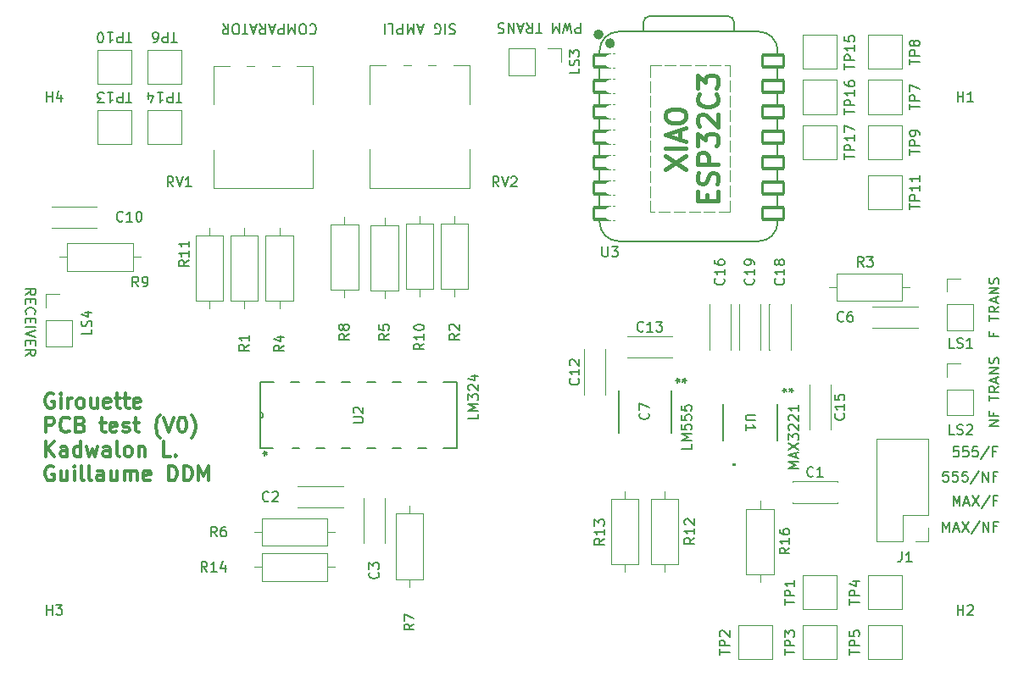
<source format=gto>
G04 #@! TF.GenerationSoftware,KiCad,Pcbnew,9.0.0*
G04 #@! TF.CreationDate,2025-02-23T14:29:25+01:00*
G04 #@! TF.ProjectId,pcb_v0,7063625f-7630-42e6-9b69-6361645f7063,rev?*
G04 #@! TF.SameCoordinates,Original*
G04 #@! TF.FileFunction,Legend,Top*
G04 #@! TF.FilePolarity,Positive*
%FSLAX46Y46*%
G04 Gerber Fmt 4.6, Leading zero omitted, Abs format (unit mm)*
G04 Created by KiCad (PCBNEW 9.0.0) date 2025-02-23 14:29:25*
%MOMM*%
%LPD*%
G01*
G04 APERTURE LIST*
G04 Aperture macros list*
%AMRoundRect*
0 Rectangle with rounded corners*
0 $1 Rounding radius*
0 $2 $3 $4 $5 $6 $7 $8 $9 X,Y pos of 4 corners*
0 Add a 4 corners polygon primitive as box body*
4,1,4,$2,$3,$4,$5,$6,$7,$8,$9,$2,$3,0*
0 Add four circle primitives for the rounded corners*
1,1,$1+$1,$2,$3*
1,1,$1+$1,$4,$5*
1,1,$1+$1,$6,$7*
1,1,$1+$1,$8,$9*
0 Add four rect primitives between the rounded corners*
20,1,$1+$1,$2,$3,$4,$5,0*
20,1,$1+$1,$4,$5,$6,$7,0*
20,1,$1+$1,$6,$7,$8,$9,0*
20,1,$1+$1,$8,$9,$2,$3,0*%
G04 Aperture macros list end*
%ADD10C,0.200000*%
%ADD11C,0.300000*%
%ADD12C,0.400000*%
%ADD13C,0.100000*%
%ADD14C,0.150000*%
%ADD15C,0.120000*%
%ADD16C,0.127000*%
%ADD17C,0.504000*%
%ADD18C,0.152400*%
%ADD19C,0.000000*%
%ADD20C,1.600000*%
%ADD21R,3.000000X3.000000*%
%ADD22O,1.600000X1.600000*%
%ADD23R,1.700000X1.700000*%
%ADD24O,1.700000X1.700000*%
%ADD25RoundRect,0.152400X1.063600X0.609600X-1.063600X0.609600X-1.063600X-0.609600X1.063600X-0.609600X0*%
%ADD26C,1.524000*%
%ADD27RoundRect,0.152400X-1.063600X-0.609600X1.063600X-0.609600X1.063600X0.609600X-1.063600X0.609600X0*%
%ADD28C,2.600000*%
%ADD29C,4.400000*%
%ADD30R,0.355600X1.778000*%
%ADD31R,0.558800X1.663700*%
%ADD32C,4.000000*%
%ADD33C,1.800000*%
%ADD34R,1.295400X1.295400*%
%ADD35C,1.295400*%
G04 APERTURE END LIST*
D10*
X196809523Y-92527219D02*
X196333333Y-92527219D01*
X196333333Y-92527219D02*
X196285714Y-93003409D01*
X196285714Y-93003409D02*
X196333333Y-92955790D01*
X196333333Y-92955790D02*
X196428571Y-92908171D01*
X196428571Y-92908171D02*
X196666666Y-92908171D01*
X196666666Y-92908171D02*
X196761904Y-92955790D01*
X196761904Y-92955790D02*
X196809523Y-93003409D01*
X196809523Y-93003409D02*
X196857142Y-93098647D01*
X196857142Y-93098647D02*
X196857142Y-93336742D01*
X196857142Y-93336742D02*
X196809523Y-93431980D01*
X196809523Y-93431980D02*
X196761904Y-93479600D01*
X196761904Y-93479600D02*
X196666666Y-93527219D01*
X196666666Y-93527219D02*
X196428571Y-93527219D01*
X196428571Y-93527219D02*
X196333333Y-93479600D01*
X196333333Y-93479600D02*
X196285714Y-93431980D01*
X197761904Y-92527219D02*
X197285714Y-92527219D01*
X197285714Y-92527219D02*
X197238095Y-93003409D01*
X197238095Y-93003409D02*
X197285714Y-92955790D01*
X197285714Y-92955790D02*
X197380952Y-92908171D01*
X197380952Y-92908171D02*
X197619047Y-92908171D01*
X197619047Y-92908171D02*
X197714285Y-92955790D01*
X197714285Y-92955790D02*
X197761904Y-93003409D01*
X197761904Y-93003409D02*
X197809523Y-93098647D01*
X197809523Y-93098647D02*
X197809523Y-93336742D01*
X197809523Y-93336742D02*
X197761904Y-93431980D01*
X197761904Y-93431980D02*
X197714285Y-93479600D01*
X197714285Y-93479600D02*
X197619047Y-93527219D01*
X197619047Y-93527219D02*
X197380952Y-93527219D01*
X197380952Y-93527219D02*
X197285714Y-93479600D01*
X197285714Y-93479600D02*
X197238095Y-93431980D01*
X198714285Y-92527219D02*
X198238095Y-92527219D01*
X198238095Y-92527219D02*
X198190476Y-93003409D01*
X198190476Y-93003409D02*
X198238095Y-92955790D01*
X198238095Y-92955790D02*
X198333333Y-92908171D01*
X198333333Y-92908171D02*
X198571428Y-92908171D01*
X198571428Y-92908171D02*
X198666666Y-92955790D01*
X198666666Y-92955790D02*
X198714285Y-93003409D01*
X198714285Y-93003409D02*
X198761904Y-93098647D01*
X198761904Y-93098647D02*
X198761904Y-93336742D01*
X198761904Y-93336742D02*
X198714285Y-93431980D01*
X198714285Y-93431980D02*
X198666666Y-93479600D01*
X198666666Y-93479600D02*
X198571428Y-93527219D01*
X198571428Y-93527219D02*
X198333333Y-93527219D01*
X198333333Y-93527219D02*
X198238095Y-93479600D01*
X198238095Y-93479600D02*
X198190476Y-93431980D01*
X199904761Y-92479600D02*
X199047619Y-93765314D01*
X200238095Y-93527219D02*
X200238095Y-92527219D01*
X200238095Y-92527219D02*
X200809523Y-93527219D01*
X200809523Y-93527219D02*
X200809523Y-92527219D01*
X201619047Y-93003409D02*
X201285714Y-93003409D01*
X201285714Y-93527219D02*
X201285714Y-92527219D01*
X201285714Y-92527219D02*
X201761904Y-92527219D01*
X149867219Y-86770476D02*
X149867219Y-87246666D01*
X149867219Y-87246666D02*
X148867219Y-87246666D01*
X149867219Y-86437142D02*
X148867219Y-86437142D01*
X148867219Y-86437142D02*
X149581504Y-86103809D01*
X149581504Y-86103809D02*
X148867219Y-85770476D01*
X148867219Y-85770476D02*
X149867219Y-85770476D01*
X148867219Y-85389523D02*
X148867219Y-84770476D01*
X148867219Y-84770476D02*
X149248171Y-85103809D01*
X149248171Y-85103809D02*
X149248171Y-84960952D01*
X149248171Y-84960952D02*
X149295790Y-84865714D01*
X149295790Y-84865714D02*
X149343409Y-84818095D01*
X149343409Y-84818095D02*
X149438647Y-84770476D01*
X149438647Y-84770476D02*
X149676742Y-84770476D01*
X149676742Y-84770476D02*
X149771980Y-84818095D01*
X149771980Y-84818095D02*
X149819600Y-84865714D01*
X149819600Y-84865714D02*
X149867219Y-84960952D01*
X149867219Y-84960952D02*
X149867219Y-85246666D01*
X149867219Y-85246666D02*
X149819600Y-85341904D01*
X149819600Y-85341904D02*
X149771980Y-85389523D01*
X148962457Y-84389523D02*
X148914838Y-84341904D01*
X148914838Y-84341904D02*
X148867219Y-84246666D01*
X148867219Y-84246666D02*
X148867219Y-84008571D01*
X148867219Y-84008571D02*
X148914838Y-83913333D01*
X148914838Y-83913333D02*
X148962457Y-83865714D01*
X148962457Y-83865714D02*
X149057695Y-83818095D01*
X149057695Y-83818095D02*
X149152933Y-83818095D01*
X149152933Y-83818095D02*
X149295790Y-83865714D01*
X149295790Y-83865714D02*
X149867219Y-84437142D01*
X149867219Y-84437142D02*
X149867219Y-83818095D01*
X149200552Y-82960952D02*
X149867219Y-82960952D01*
X148819600Y-83199047D02*
X149533885Y-83437142D01*
X149533885Y-83437142D02*
X149533885Y-82818095D01*
X160095237Y-47712780D02*
X160095237Y-48712780D01*
X160095237Y-48712780D02*
X159714285Y-48712780D01*
X159714285Y-48712780D02*
X159619047Y-48665161D01*
X159619047Y-48665161D02*
X159571428Y-48617542D01*
X159571428Y-48617542D02*
X159523809Y-48522304D01*
X159523809Y-48522304D02*
X159523809Y-48379447D01*
X159523809Y-48379447D02*
X159571428Y-48284209D01*
X159571428Y-48284209D02*
X159619047Y-48236590D01*
X159619047Y-48236590D02*
X159714285Y-48188971D01*
X159714285Y-48188971D02*
X160095237Y-48188971D01*
X159190475Y-48712780D02*
X158952380Y-47712780D01*
X158952380Y-47712780D02*
X158761904Y-48427066D01*
X158761904Y-48427066D02*
X158571428Y-47712780D01*
X158571428Y-47712780D02*
X158333333Y-48712780D01*
X157952380Y-47712780D02*
X157952380Y-48712780D01*
X157952380Y-48712780D02*
X157619047Y-47998495D01*
X157619047Y-47998495D02*
X157285714Y-48712780D01*
X157285714Y-48712780D02*
X157285714Y-47712780D01*
X156190475Y-48712780D02*
X155619047Y-48712780D01*
X155904761Y-47712780D02*
X155904761Y-48712780D01*
X154714285Y-47712780D02*
X155047618Y-48188971D01*
X155285713Y-47712780D02*
X155285713Y-48712780D01*
X155285713Y-48712780D02*
X154904761Y-48712780D01*
X154904761Y-48712780D02*
X154809523Y-48665161D01*
X154809523Y-48665161D02*
X154761904Y-48617542D01*
X154761904Y-48617542D02*
X154714285Y-48522304D01*
X154714285Y-48522304D02*
X154714285Y-48379447D01*
X154714285Y-48379447D02*
X154761904Y-48284209D01*
X154761904Y-48284209D02*
X154809523Y-48236590D01*
X154809523Y-48236590D02*
X154904761Y-48188971D01*
X154904761Y-48188971D02*
X155285713Y-48188971D01*
X154333332Y-47998495D02*
X153857142Y-47998495D01*
X154428570Y-47712780D02*
X154095237Y-48712780D01*
X154095237Y-48712780D02*
X153761904Y-47712780D01*
X153428570Y-47712780D02*
X153428570Y-48712780D01*
X153428570Y-48712780D02*
X152857142Y-47712780D01*
X152857142Y-47712780D02*
X152857142Y-48712780D01*
X152428570Y-47760400D02*
X152285713Y-47712780D01*
X152285713Y-47712780D02*
X152047618Y-47712780D01*
X152047618Y-47712780D02*
X151952380Y-47760400D01*
X151952380Y-47760400D02*
X151904761Y-47808019D01*
X151904761Y-47808019D02*
X151857142Y-47903257D01*
X151857142Y-47903257D02*
X151857142Y-47998495D01*
X151857142Y-47998495D02*
X151904761Y-48093733D01*
X151904761Y-48093733D02*
X151952380Y-48141352D01*
X151952380Y-48141352D02*
X152047618Y-48188971D01*
X152047618Y-48188971D02*
X152238094Y-48236590D01*
X152238094Y-48236590D02*
X152333332Y-48284209D01*
X152333332Y-48284209D02*
X152380951Y-48331828D01*
X152380951Y-48331828D02*
X152428570Y-48427066D01*
X152428570Y-48427066D02*
X152428570Y-48522304D01*
X152428570Y-48522304D02*
X152380951Y-48617542D01*
X152380951Y-48617542D02*
X152333332Y-48665161D01*
X152333332Y-48665161D02*
X152238094Y-48712780D01*
X152238094Y-48712780D02*
X151999999Y-48712780D01*
X151999999Y-48712780D02*
X151857142Y-48665161D01*
X196285714Y-98527219D02*
X196285714Y-97527219D01*
X196285714Y-97527219D02*
X196619047Y-98241504D01*
X196619047Y-98241504D02*
X196952380Y-97527219D01*
X196952380Y-97527219D02*
X196952380Y-98527219D01*
X197380952Y-98241504D02*
X197857142Y-98241504D01*
X197285714Y-98527219D02*
X197619047Y-97527219D01*
X197619047Y-97527219D02*
X197952380Y-98527219D01*
X198190476Y-97527219D02*
X198857142Y-98527219D01*
X198857142Y-97527219D02*
X198190476Y-98527219D01*
X199952380Y-97479600D02*
X199095238Y-98765314D01*
X200285714Y-98527219D02*
X200285714Y-97527219D01*
X200285714Y-97527219D02*
X200857142Y-98527219D01*
X200857142Y-98527219D02*
X200857142Y-97527219D01*
X201666666Y-98003409D02*
X201333333Y-98003409D01*
X201333333Y-98527219D02*
X201333333Y-97527219D01*
X201333333Y-97527219D02*
X201809523Y-97527219D01*
X181867219Y-92222856D02*
X180867219Y-92222856D01*
X180867219Y-92222856D02*
X181581504Y-91889523D01*
X181581504Y-91889523D02*
X180867219Y-91556190D01*
X180867219Y-91556190D02*
X181867219Y-91556190D01*
X181581504Y-91127618D02*
X181581504Y-90651428D01*
X181867219Y-91222856D02*
X180867219Y-90889523D01*
X180867219Y-90889523D02*
X181867219Y-90556190D01*
X180867219Y-90318094D02*
X181867219Y-89651428D01*
X180867219Y-89651428D02*
X181867219Y-90318094D01*
X180867219Y-89365713D02*
X180867219Y-88746666D01*
X180867219Y-88746666D02*
X181248171Y-89079999D01*
X181248171Y-89079999D02*
X181248171Y-88937142D01*
X181248171Y-88937142D02*
X181295790Y-88841904D01*
X181295790Y-88841904D02*
X181343409Y-88794285D01*
X181343409Y-88794285D02*
X181438647Y-88746666D01*
X181438647Y-88746666D02*
X181676742Y-88746666D01*
X181676742Y-88746666D02*
X181771980Y-88794285D01*
X181771980Y-88794285D02*
X181819600Y-88841904D01*
X181819600Y-88841904D02*
X181867219Y-88937142D01*
X181867219Y-88937142D02*
X181867219Y-89222856D01*
X181867219Y-89222856D02*
X181819600Y-89318094D01*
X181819600Y-89318094D02*
X181771980Y-89365713D01*
X180962457Y-88365713D02*
X180914838Y-88318094D01*
X180914838Y-88318094D02*
X180867219Y-88222856D01*
X180867219Y-88222856D02*
X180867219Y-87984761D01*
X180867219Y-87984761D02*
X180914838Y-87889523D01*
X180914838Y-87889523D02*
X180962457Y-87841904D01*
X180962457Y-87841904D02*
X181057695Y-87794285D01*
X181057695Y-87794285D02*
X181152933Y-87794285D01*
X181152933Y-87794285D02*
X181295790Y-87841904D01*
X181295790Y-87841904D02*
X181867219Y-88413332D01*
X181867219Y-88413332D02*
X181867219Y-87794285D01*
X180962457Y-87413332D02*
X180914838Y-87365713D01*
X180914838Y-87365713D02*
X180867219Y-87270475D01*
X180867219Y-87270475D02*
X180867219Y-87032380D01*
X180867219Y-87032380D02*
X180914838Y-86937142D01*
X180914838Y-86937142D02*
X180962457Y-86889523D01*
X180962457Y-86889523D02*
X181057695Y-86841904D01*
X181057695Y-86841904D02*
X181152933Y-86841904D01*
X181152933Y-86841904D02*
X181295790Y-86889523D01*
X181295790Y-86889523D02*
X181867219Y-87460951D01*
X181867219Y-87460951D02*
X181867219Y-86841904D01*
X181867219Y-85889523D02*
X181867219Y-86460951D01*
X181867219Y-86175237D02*
X180867219Y-86175237D01*
X180867219Y-86175237D02*
X181010076Y-86270475D01*
X181010076Y-86270475D02*
X181105314Y-86365713D01*
X181105314Y-86365713D02*
X181152933Y-86460951D01*
X171158683Y-89770476D02*
X171158683Y-90246666D01*
X171158683Y-90246666D02*
X170158683Y-90246666D01*
X171158683Y-89437142D02*
X170158683Y-89437142D01*
X170158683Y-89437142D02*
X170872968Y-89103809D01*
X170872968Y-89103809D02*
X170158683Y-88770476D01*
X170158683Y-88770476D02*
X171158683Y-88770476D01*
X170158683Y-87818095D02*
X170158683Y-88294285D01*
X170158683Y-88294285D02*
X170634873Y-88341904D01*
X170634873Y-88341904D02*
X170587254Y-88294285D01*
X170587254Y-88294285D02*
X170539635Y-88199047D01*
X170539635Y-88199047D02*
X170539635Y-87960952D01*
X170539635Y-87960952D02*
X170587254Y-87865714D01*
X170587254Y-87865714D02*
X170634873Y-87818095D01*
X170634873Y-87818095D02*
X170730111Y-87770476D01*
X170730111Y-87770476D02*
X170968206Y-87770476D01*
X170968206Y-87770476D02*
X171063444Y-87818095D01*
X171063444Y-87818095D02*
X171111064Y-87865714D01*
X171111064Y-87865714D02*
X171158683Y-87960952D01*
X171158683Y-87960952D02*
X171158683Y-88199047D01*
X171158683Y-88199047D02*
X171111064Y-88294285D01*
X171111064Y-88294285D02*
X171063444Y-88341904D01*
X170158683Y-86865714D02*
X170158683Y-87341904D01*
X170158683Y-87341904D02*
X170634873Y-87389523D01*
X170634873Y-87389523D02*
X170587254Y-87341904D01*
X170587254Y-87341904D02*
X170539635Y-87246666D01*
X170539635Y-87246666D02*
X170539635Y-87008571D01*
X170539635Y-87008571D02*
X170587254Y-86913333D01*
X170587254Y-86913333D02*
X170634873Y-86865714D01*
X170634873Y-86865714D02*
X170730111Y-86818095D01*
X170730111Y-86818095D02*
X170968206Y-86818095D01*
X170968206Y-86818095D02*
X171063444Y-86865714D01*
X171063444Y-86865714D02*
X171111064Y-86913333D01*
X171111064Y-86913333D02*
X171158683Y-87008571D01*
X171158683Y-87008571D02*
X171158683Y-87246666D01*
X171158683Y-87246666D02*
X171111064Y-87341904D01*
X171111064Y-87341904D02*
X171063444Y-87389523D01*
X170158683Y-85913333D02*
X170158683Y-86389523D01*
X170158683Y-86389523D02*
X170634873Y-86437142D01*
X170634873Y-86437142D02*
X170587254Y-86389523D01*
X170587254Y-86389523D02*
X170539635Y-86294285D01*
X170539635Y-86294285D02*
X170539635Y-86056190D01*
X170539635Y-86056190D02*
X170587254Y-85960952D01*
X170587254Y-85960952D02*
X170634873Y-85913333D01*
X170634873Y-85913333D02*
X170730111Y-85865714D01*
X170730111Y-85865714D02*
X170968206Y-85865714D01*
X170968206Y-85865714D02*
X171063444Y-85913333D01*
X171063444Y-85913333D02*
X171111064Y-85960952D01*
X171111064Y-85960952D02*
X171158683Y-86056190D01*
X171158683Y-86056190D02*
X171158683Y-86294285D01*
X171158683Y-86294285D02*
X171111064Y-86389523D01*
X171111064Y-86389523D02*
X171063444Y-86437142D01*
X201867219Y-87984761D02*
X200867219Y-87984761D01*
X200867219Y-87984761D02*
X201867219Y-87413333D01*
X201867219Y-87413333D02*
X200867219Y-87413333D01*
X201343409Y-86603809D02*
X201343409Y-86937142D01*
X201867219Y-86937142D02*
X200867219Y-86937142D01*
X200867219Y-86937142D02*
X200867219Y-86460952D01*
X200867219Y-85460951D02*
X200867219Y-84889523D01*
X201867219Y-85175237D02*
X200867219Y-85175237D01*
X201867219Y-83984761D02*
X201391028Y-84318094D01*
X201867219Y-84556189D02*
X200867219Y-84556189D01*
X200867219Y-84556189D02*
X200867219Y-84175237D01*
X200867219Y-84175237D02*
X200914838Y-84079999D01*
X200914838Y-84079999D02*
X200962457Y-84032380D01*
X200962457Y-84032380D02*
X201057695Y-83984761D01*
X201057695Y-83984761D02*
X201200552Y-83984761D01*
X201200552Y-83984761D02*
X201295790Y-84032380D01*
X201295790Y-84032380D02*
X201343409Y-84079999D01*
X201343409Y-84079999D02*
X201391028Y-84175237D01*
X201391028Y-84175237D02*
X201391028Y-84556189D01*
X201581504Y-83603808D02*
X201581504Y-83127618D01*
X201867219Y-83699046D02*
X200867219Y-83365713D01*
X200867219Y-83365713D02*
X201867219Y-83032380D01*
X201867219Y-82699046D02*
X200867219Y-82699046D01*
X200867219Y-82699046D02*
X201867219Y-82127618D01*
X201867219Y-82127618D02*
X200867219Y-82127618D01*
X201819600Y-81699046D02*
X201867219Y-81556189D01*
X201867219Y-81556189D02*
X201867219Y-81318094D01*
X201867219Y-81318094D02*
X201819600Y-81222856D01*
X201819600Y-81222856D02*
X201771980Y-81175237D01*
X201771980Y-81175237D02*
X201676742Y-81127618D01*
X201676742Y-81127618D02*
X201581504Y-81127618D01*
X201581504Y-81127618D02*
X201486266Y-81175237D01*
X201486266Y-81175237D02*
X201438647Y-81222856D01*
X201438647Y-81222856D02*
X201391028Y-81318094D01*
X201391028Y-81318094D02*
X201343409Y-81508570D01*
X201343409Y-81508570D02*
X201295790Y-81603808D01*
X201295790Y-81603808D02*
X201248171Y-81651427D01*
X201248171Y-81651427D02*
X201152933Y-81699046D01*
X201152933Y-81699046D02*
X201057695Y-81699046D01*
X201057695Y-81699046D02*
X200962457Y-81651427D01*
X200962457Y-81651427D02*
X200914838Y-81603808D01*
X200914838Y-81603808D02*
X200867219Y-81508570D01*
X200867219Y-81508570D02*
X200867219Y-81270475D01*
X200867219Y-81270475D02*
X200914838Y-81127618D01*
X197309524Y-95947219D02*
X197309524Y-94947219D01*
X197309524Y-94947219D02*
X197642857Y-95661504D01*
X197642857Y-95661504D02*
X197976190Y-94947219D01*
X197976190Y-94947219D02*
X197976190Y-95947219D01*
X198404762Y-95661504D02*
X198880952Y-95661504D01*
X198309524Y-95947219D02*
X198642857Y-94947219D01*
X198642857Y-94947219D02*
X198976190Y-95947219D01*
X199214286Y-94947219D02*
X199880952Y-95947219D01*
X199880952Y-94947219D02*
X199214286Y-95947219D01*
X200976190Y-94899600D02*
X200119048Y-96185314D01*
X201642857Y-95423409D02*
X201309524Y-95423409D01*
X201309524Y-95947219D02*
X201309524Y-94947219D01*
X201309524Y-94947219D02*
X201785714Y-94947219D01*
X197833333Y-90027219D02*
X197357143Y-90027219D01*
X197357143Y-90027219D02*
X197309524Y-90503409D01*
X197309524Y-90503409D02*
X197357143Y-90455790D01*
X197357143Y-90455790D02*
X197452381Y-90408171D01*
X197452381Y-90408171D02*
X197690476Y-90408171D01*
X197690476Y-90408171D02*
X197785714Y-90455790D01*
X197785714Y-90455790D02*
X197833333Y-90503409D01*
X197833333Y-90503409D02*
X197880952Y-90598647D01*
X197880952Y-90598647D02*
X197880952Y-90836742D01*
X197880952Y-90836742D02*
X197833333Y-90931980D01*
X197833333Y-90931980D02*
X197785714Y-90979600D01*
X197785714Y-90979600D02*
X197690476Y-91027219D01*
X197690476Y-91027219D02*
X197452381Y-91027219D01*
X197452381Y-91027219D02*
X197357143Y-90979600D01*
X197357143Y-90979600D02*
X197309524Y-90931980D01*
X198785714Y-90027219D02*
X198309524Y-90027219D01*
X198309524Y-90027219D02*
X198261905Y-90503409D01*
X198261905Y-90503409D02*
X198309524Y-90455790D01*
X198309524Y-90455790D02*
X198404762Y-90408171D01*
X198404762Y-90408171D02*
X198642857Y-90408171D01*
X198642857Y-90408171D02*
X198738095Y-90455790D01*
X198738095Y-90455790D02*
X198785714Y-90503409D01*
X198785714Y-90503409D02*
X198833333Y-90598647D01*
X198833333Y-90598647D02*
X198833333Y-90836742D01*
X198833333Y-90836742D02*
X198785714Y-90931980D01*
X198785714Y-90931980D02*
X198738095Y-90979600D01*
X198738095Y-90979600D02*
X198642857Y-91027219D01*
X198642857Y-91027219D02*
X198404762Y-91027219D01*
X198404762Y-91027219D02*
X198309524Y-90979600D01*
X198309524Y-90979600D02*
X198261905Y-90931980D01*
X199738095Y-90027219D02*
X199261905Y-90027219D01*
X199261905Y-90027219D02*
X199214286Y-90503409D01*
X199214286Y-90503409D02*
X199261905Y-90455790D01*
X199261905Y-90455790D02*
X199357143Y-90408171D01*
X199357143Y-90408171D02*
X199595238Y-90408171D01*
X199595238Y-90408171D02*
X199690476Y-90455790D01*
X199690476Y-90455790D02*
X199738095Y-90503409D01*
X199738095Y-90503409D02*
X199785714Y-90598647D01*
X199785714Y-90598647D02*
X199785714Y-90836742D01*
X199785714Y-90836742D02*
X199738095Y-90931980D01*
X199738095Y-90931980D02*
X199690476Y-90979600D01*
X199690476Y-90979600D02*
X199595238Y-91027219D01*
X199595238Y-91027219D02*
X199357143Y-91027219D01*
X199357143Y-91027219D02*
X199261905Y-90979600D01*
X199261905Y-90979600D02*
X199214286Y-90931980D01*
X200928571Y-89979600D02*
X200071429Y-91265314D01*
X201595238Y-90503409D02*
X201261905Y-90503409D01*
X201261905Y-91027219D02*
X201261905Y-90027219D01*
X201261905Y-90027219D02*
X201738095Y-90027219D01*
X104632780Y-74865714D02*
X105108971Y-74532381D01*
X104632780Y-74294286D02*
X105632780Y-74294286D01*
X105632780Y-74294286D02*
X105632780Y-74675238D01*
X105632780Y-74675238D02*
X105585161Y-74770476D01*
X105585161Y-74770476D02*
X105537542Y-74818095D01*
X105537542Y-74818095D02*
X105442304Y-74865714D01*
X105442304Y-74865714D02*
X105299447Y-74865714D01*
X105299447Y-74865714D02*
X105204209Y-74818095D01*
X105204209Y-74818095D02*
X105156590Y-74770476D01*
X105156590Y-74770476D02*
X105108971Y-74675238D01*
X105108971Y-74675238D02*
X105108971Y-74294286D01*
X105156590Y-75294286D02*
X105156590Y-75627619D01*
X104632780Y-75770476D02*
X104632780Y-75294286D01*
X104632780Y-75294286D02*
X105632780Y-75294286D01*
X105632780Y-75294286D02*
X105632780Y-75770476D01*
X104728019Y-76770476D02*
X104680400Y-76722857D01*
X104680400Y-76722857D02*
X104632780Y-76580000D01*
X104632780Y-76580000D02*
X104632780Y-76484762D01*
X104632780Y-76484762D02*
X104680400Y-76341905D01*
X104680400Y-76341905D02*
X104775638Y-76246667D01*
X104775638Y-76246667D02*
X104870876Y-76199048D01*
X104870876Y-76199048D02*
X105061352Y-76151429D01*
X105061352Y-76151429D02*
X105204209Y-76151429D01*
X105204209Y-76151429D02*
X105394685Y-76199048D01*
X105394685Y-76199048D02*
X105489923Y-76246667D01*
X105489923Y-76246667D02*
X105585161Y-76341905D01*
X105585161Y-76341905D02*
X105632780Y-76484762D01*
X105632780Y-76484762D02*
X105632780Y-76580000D01*
X105632780Y-76580000D02*
X105585161Y-76722857D01*
X105585161Y-76722857D02*
X105537542Y-76770476D01*
X105156590Y-77199048D02*
X105156590Y-77532381D01*
X104632780Y-77675238D02*
X104632780Y-77199048D01*
X104632780Y-77199048D02*
X105632780Y-77199048D01*
X105632780Y-77199048D02*
X105632780Y-77675238D01*
X104632780Y-78103810D02*
X105632780Y-78103810D01*
X105632780Y-78437143D02*
X104632780Y-78770476D01*
X104632780Y-78770476D02*
X105632780Y-79103809D01*
X105156590Y-79437143D02*
X105156590Y-79770476D01*
X104632780Y-79913333D02*
X104632780Y-79437143D01*
X104632780Y-79437143D02*
X105632780Y-79437143D01*
X105632780Y-79437143D02*
X105632780Y-79913333D01*
X104632780Y-80913333D02*
X105108971Y-80580000D01*
X104632780Y-80341905D02*
X105632780Y-80341905D01*
X105632780Y-80341905D02*
X105632780Y-80722857D01*
X105632780Y-80722857D02*
X105585161Y-80818095D01*
X105585161Y-80818095D02*
X105537542Y-80865714D01*
X105537542Y-80865714D02*
X105442304Y-80913333D01*
X105442304Y-80913333D02*
X105299447Y-80913333D01*
X105299447Y-80913333D02*
X105204209Y-80865714D01*
X105204209Y-80865714D02*
X105156590Y-80818095D01*
X105156590Y-80818095D02*
X105108971Y-80722857D01*
X105108971Y-80722857D02*
X105108971Y-80341905D01*
X201343409Y-78627619D02*
X201343409Y-78960952D01*
X201867219Y-78960952D02*
X200867219Y-78960952D01*
X200867219Y-78960952D02*
X200867219Y-78484762D01*
X200867219Y-77484761D02*
X200867219Y-76913333D01*
X201867219Y-77199047D02*
X200867219Y-77199047D01*
X201867219Y-76008571D02*
X201391028Y-76341904D01*
X201867219Y-76579999D02*
X200867219Y-76579999D01*
X200867219Y-76579999D02*
X200867219Y-76199047D01*
X200867219Y-76199047D02*
X200914838Y-76103809D01*
X200914838Y-76103809D02*
X200962457Y-76056190D01*
X200962457Y-76056190D02*
X201057695Y-76008571D01*
X201057695Y-76008571D02*
X201200552Y-76008571D01*
X201200552Y-76008571D02*
X201295790Y-76056190D01*
X201295790Y-76056190D02*
X201343409Y-76103809D01*
X201343409Y-76103809D02*
X201391028Y-76199047D01*
X201391028Y-76199047D02*
X201391028Y-76579999D01*
X201581504Y-75627618D02*
X201581504Y-75151428D01*
X201867219Y-75722856D02*
X200867219Y-75389523D01*
X200867219Y-75389523D02*
X201867219Y-75056190D01*
X201867219Y-74722856D02*
X200867219Y-74722856D01*
X200867219Y-74722856D02*
X201867219Y-74151428D01*
X201867219Y-74151428D02*
X200867219Y-74151428D01*
X201819600Y-73722856D02*
X201867219Y-73579999D01*
X201867219Y-73579999D02*
X201867219Y-73341904D01*
X201867219Y-73341904D02*
X201819600Y-73246666D01*
X201819600Y-73246666D02*
X201771980Y-73199047D01*
X201771980Y-73199047D02*
X201676742Y-73151428D01*
X201676742Y-73151428D02*
X201581504Y-73151428D01*
X201581504Y-73151428D02*
X201486266Y-73199047D01*
X201486266Y-73199047D02*
X201438647Y-73246666D01*
X201438647Y-73246666D02*
X201391028Y-73341904D01*
X201391028Y-73341904D02*
X201343409Y-73532380D01*
X201343409Y-73532380D02*
X201295790Y-73627618D01*
X201295790Y-73627618D02*
X201248171Y-73675237D01*
X201248171Y-73675237D02*
X201152933Y-73722856D01*
X201152933Y-73722856D02*
X201057695Y-73722856D01*
X201057695Y-73722856D02*
X200962457Y-73675237D01*
X200962457Y-73675237D02*
X200914838Y-73627618D01*
X200914838Y-73627618D02*
X200867219Y-73532380D01*
X200867219Y-73532380D02*
X200867219Y-73294285D01*
X200867219Y-73294285D02*
X200914838Y-73151428D01*
D11*
X107440225Y-84750657D02*
X107297368Y-84679228D01*
X107297368Y-84679228D02*
X107083082Y-84679228D01*
X107083082Y-84679228D02*
X106868796Y-84750657D01*
X106868796Y-84750657D02*
X106725939Y-84893514D01*
X106725939Y-84893514D02*
X106654510Y-85036371D01*
X106654510Y-85036371D02*
X106583082Y-85322085D01*
X106583082Y-85322085D02*
X106583082Y-85536371D01*
X106583082Y-85536371D02*
X106654510Y-85822085D01*
X106654510Y-85822085D02*
X106725939Y-85964942D01*
X106725939Y-85964942D02*
X106868796Y-86107800D01*
X106868796Y-86107800D02*
X107083082Y-86179228D01*
X107083082Y-86179228D02*
X107225939Y-86179228D01*
X107225939Y-86179228D02*
X107440225Y-86107800D01*
X107440225Y-86107800D02*
X107511653Y-86036371D01*
X107511653Y-86036371D02*
X107511653Y-85536371D01*
X107511653Y-85536371D02*
X107225939Y-85536371D01*
X108154510Y-86179228D02*
X108154510Y-85179228D01*
X108154510Y-84679228D02*
X108083082Y-84750657D01*
X108083082Y-84750657D02*
X108154510Y-84822085D01*
X108154510Y-84822085D02*
X108225939Y-84750657D01*
X108225939Y-84750657D02*
X108154510Y-84679228D01*
X108154510Y-84679228D02*
X108154510Y-84822085D01*
X108868796Y-86179228D02*
X108868796Y-85179228D01*
X108868796Y-85464942D02*
X108940225Y-85322085D01*
X108940225Y-85322085D02*
X109011654Y-85250657D01*
X109011654Y-85250657D02*
X109154511Y-85179228D01*
X109154511Y-85179228D02*
X109297368Y-85179228D01*
X110011653Y-86179228D02*
X109868796Y-86107800D01*
X109868796Y-86107800D02*
X109797367Y-86036371D01*
X109797367Y-86036371D02*
X109725939Y-85893514D01*
X109725939Y-85893514D02*
X109725939Y-85464942D01*
X109725939Y-85464942D02*
X109797367Y-85322085D01*
X109797367Y-85322085D02*
X109868796Y-85250657D01*
X109868796Y-85250657D02*
X110011653Y-85179228D01*
X110011653Y-85179228D02*
X110225939Y-85179228D01*
X110225939Y-85179228D02*
X110368796Y-85250657D01*
X110368796Y-85250657D02*
X110440225Y-85322085D01*
X110440225Y-85322085D02*
X110511653Y-85464942D01*
X110511653Y-85464942D02*
X110511653Y-85893514D01*
X110511653Y-85893514D02*
X110440225Y-86036371D01*
X110440225Y-86036371D02*
X110368796Y-86107800D01*
X110368796Y-86107800D02*
X110225939Y-86179228D01*
X110225939Y-86179228D02*
X110011653Y-86179228D01*
X111797368Y-85179228D02*
X111797368Y-86179228D01*
X111154510Y-85179228D02*
X111154510Y-85964942D01*
X111154510Y-85964942D02*
X111225939Y-86107800D01*
X111225939Y-86107800D02*
X111368796Y-86179228D01*
X111368796Y-86179228D02*
X111583082Y-86179228D01*
X111583082Y-86179228D02*
X111725939Y-86107800D01*
X111725939Y-86107800D02*
X111797368Y-86036371D01*
X113083082Y-86107800D02*
X112940225Y-86179228D01*
X112940225Y-86179228D02*
X112654511Y-86179228D01*
X112654511Y-86179228D02*
X112511653Y-86107800D01*
X112511653Y-86107800D02*
X112440225Y-85964942D01*
X112440225Y-85964942D02*
X112440225Y-85393514D01*
X112440225Y-85393514D02*
X112511653Y-85250657D01*
X112511653Y-85250657D02*
X112654511Y-85179228D01*
X112654511Y-85179228D02*
X112940225Y-85179228D01*
X112940225Y-85179228D02*
X113083082Y-85250657D01*
X113083082Y-85250657D02*
X113154511Y-85393514D01*
X113154511Y-85393514D02*
X113154511Y-85536371D01*
X113154511Y-85536371D02*
X112440225Y-85679228D01*
X113583082Y-85179228D02*
X114154510Y-85179228D01*
X113797367Y-84679228D02*
X113797367Y-85964942D01*
X113797367Y-85964942D02*
X113868796Y-86107800D01*
X113868796Y-86107800D02*
X114011653Y-86179228D01*
X114011653Y-86179228D02*
X114154510Y-86179228D01*
X114440225Y-85179228D02*
X115011653Y-85179228D01*
X114654510Y-84679228D02*
X114654510Y-85964942D01*
X114654510Y-85964942D02*
X114725939Y-86107800D01*
X114725939Y-86107800D02*
X114868796Y-86179228D01*
X114868796Y-86179228D02*
X115011653Y-86179228D01*
X116083082Y-86107800D02*
X115940225Y-86179228D01*
X115940225Y-86179228D02*
X115654511Y-86179228D01*
X115654511Y-86179228D02*
X115511653Y-86107800D01*
X115511653Y-86107800D02*
X115440225Y-85964942D01*
X115440225Y-85964942D02*
X115440225Y-85393514D01*
X115440225Y-85393514D02*
X115511653Y-85250657D01*
X115511653Y-85250657D02*
X115654511Y-85179228D01*
X115654511Y-85179228D02*
X115940225Y-85179228D01*
X115940225Y-85179228D02*
X116083082Y-85250657D01*
X116083082Y-85250657D02*
X116154511Y-85393514D01*
X116154511Y-85393514D02*
X116154511Y-85536371D01*
X116154511Y-85536371D02*
X115440225Y-85679228D01*
X106654510Y-88594144D02*
X106654510Y-87094144D01*
X106654510Y-87094144D02*
X107225939Y-87094144D01*
X107225939Y-87094144D02*
X107368796Y-87165573D01*
X107368796Y-87165573D02*
X107440225Y-87237001D01*
X107440225Y-87237001D02*
X107511653Y-87379858D01*
X107511653Y-87379858D02*
X107511653Y-87594144D01*
X107511653Y-87594144D02*
X107440225Y-87737001D01*
X107440225Y-87737001D02*
X107368796Y-87808430D01*
X107368796Y-87808430D02*
X107225939Y-87879858D01*
X107225939Y-87879858D02*
X106654510Y-87879858D01*
X109011653Y-88451287D02*
X108940225Y-88522716D01*
X108940225Y-88522716D02*
X108725939Y-88594144D01*
X108725939Y-88594144D02*
X108583082Y-88594144D01*
X108583082Y-88594144D02*
X108368796Y-88522716D01*
X108368796Y-88522716D02*
X108225939Y-88379858D01*
X108225939Y-88379858D02*
X108154510Y-88237001D01*
X108154510Y-88237001D02*
X108083082Y-87951287D01*
X108083082Y-87951287D02*
X108083082Y-87737001D01*
X108083082Y-87737001D02*
X108154510Y-87451287D01*
X108154510Y-87451287D02*
X108225939Y-87308430D01*
X108225939Y-87308430D02*
X108368796Y-87165573D01*
X108368796Y-87165573D02*
X108583082Y-87094144D01*
X108583082Y-87094144D02*
X108725939Y-87094144D01*
X108725939Y-87094144D02*
X108940225Y-87165573D01*
X108940225Y-87165573D02*
X109011653Y-87237001D01*
X110154510Y-87808430D02*
X110368796Y-87879858D01*
X110368796Y-87879858D02*
X110440225Y-87951287D01*
X110440225Y-87951287D02*
X110511653Y-88094144D01*
X110511653Y-88094144D02*
X110511653Y-88308430D01*
X110511653Y-88308430D02*
X110440225Y-88451287D01*
X110440225Y-88451287D02*
X110368796Y-88522716D01*
X110368796Y-88522716D02*
X110225939Y-88594144D01*
X110225939Y-88594144D02*
X109654510Y-88594144D01*
X109654510Y-88594144D02*
X109654510Y-87094144D01*
X109654510Y-87094144D02*
X110154510Y-87094144D01*
X110154510Y-87094144D02*
X110297368Y-87165573D01*
X110297368Y-87165573D02*
X110368796Y-87237001D01*
X110368796Y-87237001D02*
X110440225Y-87379858D01*
X110440225Y-87379858D02*
X110440225Y-87522716D01*
X110440225Y-87522716D02*
X110368796Y-87665573D01*
X110368796Y-87665573D02*
X110297368Y-87737001D01*
X110297368Y-87737001D02*
X110154510Y-87808430D01*
X110154510Y-87808430D02*
X109654510Y-87808430D01*
X112083082Y-87594144D02*
X112654510Y-87594144D01*
X112297367Y-87094144D02*
X112297367Y-88379858D01*
X112297367Y-88379858D02*
X112368796Y-88522716D01*
X112368796Y-88522716D02*
X112511653Y-88594144D01*
X112511653Y-88594144D02*
X112654510Y-88594144D01*
X113725939Y-88522716D02*
X113583082Y-88594144D01*
X113583082Y-88594144D02*
X113297368Y-88594144D01*
X113297368Y-88594144D02*
X113154510Y-88522716D01*
X113154510Y-88522716D02*
X113083082Y-88379858D01*
X113083082Y-88379858D02*
X113083082Y-87808430D01*
X113083082Y-87808430D02*
X113154510Y-87665573D01*
X113154510Y-87665573D02*
X113297368Y-87594144D01*
X113297368Y-87594144D02*
X113583082Y-87594144D01*
X113583082Y-87594144D02*
X113725939Y-87665573D01*
X113725939Y-87665573D02*
X113797368Y-87808430D01*
X113797368Y-87808430D02*
X113797368Y-87951287D01*
X113797368Y-87951287D02*
X113083082Y-88094144D01*
X114368796Y-88522716D02*
X114511653Y-88594144D01*
X114511653Y-88594144D02*
X114797367Y-88594144D01*
X114797367Y-88594144D02*
X114940224Y-88522716D01*
X114940224Y-88522716D02*
X115011653Y-88379858D01*
X115011653Y-88379858D02*
X115011653Y-88308430D01*
X115011653Y-88308430D02*
X114940224Y-88165573D01*
X114940224Y-88165573D02*
X114797367Y-88094144D01*
X114797367Y-88094144D02*
X114583082Y-88094144D01*
X114583082Y-88094144D02*
X114440224Y-88022716D01*
X114440224Y-88022716D02*
X114368796Y-87879858D01*
X114368796Y-87879858D02*
X114368796Y-87808430D01*
X114368796Y-87808430D02*
X114440224Y-87665573D01*
X114440224Y-87665573D02*
X114583082Y-87594144D01*
X114583082Y-87594144D02*
X114797367Y-87594144D01*
X114797367Y-87594144D02*
X114940224Y-87665573D01*
X115440225Y-87594144D02*
X116011653Y-87594144D01*
X115654510Y-87094144D02*
X115654510Y-88379858D01*
X115654510Y-88379858D02*
X115725939Y-88522716D01*
X115725939Y-88522716D02*
X115868796Y-88594144D01*
X115868796Y-88594144D02*
X116011653Y-88594144D01*
X118083082Y-89165573D02*
X118011653Y-89094144D01*
X118011653Y-89094144D02*
X117868796Y-88879858D01*
X117868796Y-88879858D02*
X117797368Y-88737001D01*
X117797368Y-88737001D02*
X117725939Y-88522716D01*
X117725939Y-88522716D02*
X117654510Y-88165573D01*
X117654510Y-88165573D02*
X117654510Y-87879858D01*
X117654510Y-87879858D02*
X117725939Y-87522716D01*
X117725939Y-87522716D02*
X117797368Y-87308430D01*
X117797368Y-87308430D02*
X117868796Y-87165573D01*
X117868796Y-87165573D02*
X118011653Y-86951287D01*
X118011653Y-86951287D02*
X118083082Y-86879858D01*
X118440225Y-87094144D02*
X118940225Y-88594144D01*
X118940225Y-88594144D02*
X119440225Y-87094144D01*
X120225939Y-87094144D02*
X120368796Y-87094144D01*
X120368796Y-87094144D02*
X120511653Y-87165573D01*
X120511653Y-87165573D02*
X120583082Y-87237001D01*
X120583082Y-87237001D02*
X120654510Y-87379858D01*
X120654510Y-87379858D02*
X120725939Y-87665573D01*
X120725939Y-87665573D02*
X120725939Y-88022716D01*
X120725939Y-88022716D02*
X120654510Y-88308430D01*
X120654510Y-88308430D02*
X120583082Y-88451287D01*
X120583082Y-88451287D02*
X120511653Y-88522716D01*
X120511653Y-88522716D02*
X120368796Y-88594144D01*
X120368796Y-88594144D02*
X120225939Y-88594144D01*
X120225939Y-88594144D02*
X120083082Y-88522716D01*
X120083082Y-88522716D02*
X120011653Y-88451287D01*
X120011653Y-88451287D02*
X119940224Y-88308430D01*
X119940224Y-88308430D02*
X119868796Y-88022716D01*
X119868796Y-88022716D02*
X119868796Y-87665573D01*
X119868796Y-87665573D02*
X119940224Y-87379858D01*
X119940224Y-87379858D02*
X120011653Y-87237001D01*
X120011653Y-87237001D02*
X120083082Y-87165573D01*
X120083082Y-87165573D02*
X120225939Y-87094144D01*
X121225938Y-89165573D02*
X121297367Y-89094144D01*
X121297367Y-89094144D02*
X121440224Y-88879858D01*
X121440224Y-88879858D02*
X121511653Y-88737001D01*
X121511653Y-88737001D02*
X121583081Y-88522716D01*
X121583081Y-88522716D02*
X121654510Y-88165573D01*
X121654510Y-88165573D02*
X121654510Y-87879858D01*
X121654510Y-87879858D02*
X121583081Y-87522716D01*
X121583081Y-87522716D02*
X121511653Y-87308430D01*
X121511653Y-87308430D02*
X121440224Y-87165573D01*
X121440224Y-87165573D02*
X121297367Y-86951287D01*
X121297367Y-86951287D02*
X121225938Y-86879858D01*
X106654510Y-91009060D02*
X106654510Y-89509060D01*
X107511653Y-91009060D02*
X106868796Y-90151917D01*
X107511653Y-89509060D02*
X106654510Y-90366203D01*
X108797368Y-91009060D02*
X108797368Y-90223346D01*
X108797368Y-90223346D02*
X108725939Y-90080489D01*
X108725939Y-90080489D02*
X108583082Y-90009060D01*
X108583082Y-90009060D02*
X108297368Y-90009060D01*
X108297368Y-90009060D02*
X108154510Y-90080489D01*
X108797368Y-90937632D02*
X108654510Y-91009060D01*
X108654510Y-91009060D02*
X108297368Y-91009060D01*
X108297368Y-91009060D02*
X108154510Y-90937632D01*
X108154510Y-90937632D02*
X108083082Y-90794774D01*
X108083082Y-90794774D02*
X108083082Y-90651917D01*
X108083082Y-90651917D02*
X108154510Y-90509060D01*
X108154510Y-90509060D02*
X108297368Y-90437632D01*
X108297368Y-90437632D02*
X108654510Y-90437632D01*
X108654510Y-90437632D02*
X108797368Y-90366203D01*
X110154511Y-91009060D02*
X110154511Y-89509060D01*
X110154511Y-90937632D02*
X110011653Y-91009060D01*
X110011653Y-91009060D02*
X109725939Y-91009060D01*
X109725939Y-91009060D02*
X109583082Y-90937632D01*
X109583082Y-90937632D02*
X109511653Y-90866203D01*
X109511653Y-90866203D02*
X109440225Y-90723346D01*
X109440225Y-90723346D02*
X109440225Y-90294774D01*
X109440225Y-90294774D02*
X109511653Y-90151917D01*
X109511653Y-90151917D02*
X109583082Y-90080489D01*
X109583082Y-90080489D02*
X109725939Y-90009060D01*
X109725939Y-90009060D02*
X110011653Y-90009060D01*
X110011653Y-90009060D02*
X110154511Y-90080489D01*
X110725939Y-90009060D02*
X111011654Y-91009060D01*
X111011654Y-91009060D02*
X111297368Y-90294774D01*
X111297368Y-90294774D02*
X111583082Y-91009060D01*
X111583082Y-91009060D02*
X111868796Y-90009060D01*
X113083083Y-91009060D02*
X113083083Y-90223346D01*
X113083083Y-90223346D02*
X113011654Y-90080489D01*
X113011654Y-90080489D02*
X112868797Y-90009060D01*
X112868797Y-90009060D02*
X112583083Y-90009060D01*
X112583083Y-90009060D02*
X112440225Y-90080489D01*
X113083083Y-90937632D02*
X112940225Y-91009060D01*
X112940225Y-91009060D02*
X112583083Y-91009060D01*
X112583083Y-91009060D02*
X112440225Y-90937632D01*
X112440225Y-90937632D02*
X112368797Y-90794774D01*
X112368797Y-90794774D02*
X112368797Y-90651917D01*
X112368797Y-90651917D02*
X112440225Y-90509060D01*
X112440225Y-90509060D02*
X112583083Y-90437632D01*
X112583083Y-90437632D02*
X112940225Y-90437632D01*
X112940225Y-90437632D02*
X113083083Y-90366203D01*
X114011654Y-91009060D02*
X113868797Y-90937632D01*
X113868797Y-90937632D02*
X113797368Y-90794774D01*
X113797368Y-90794774D02*
X113797368Y-89509060D01*
X114797368Y-91009060D02*
X114654511Y-90937632D01*
X114654511Y-90937632D02*
X114583082Y-90866203D01*
X114583082Y-90866203D02*
X114511654Y-90723346D01*
X114511654Y-90723346D02*
X114511654Y-90294774D01*
X114511654Y-90294774D02*
X114583082Y-90151917D01*
X114583082Y-90151917D02*
X114654511Y-90080489D01*
X114654511Y-90080489D02*
X114797368Y-90009060D01*
X114797368Y-90009060D02*
X115011654Y-90009060D01*
X115011654Y-90009060D02*
X115154511Y-90080489D01*
X115154511Y-90080489D02*
X115225940Y-90151917D01*
X115225940Y-90151917D02*
X115297368Y-90294774D01*
X115297368Y-90294774D02*
X115297368Y-90723346D01*
X115297368Y-90723346D02*
X115225940Y-90866203D01*
X115225940Y-90866203D02*
X115154511Y-90937632D01*
X115154511Y-90937632D02*
X115011654Y-91009060D01*
X115011654Y-91009060D02*
X114797368Y-91009060D01*
X115940225Y-90009060D02*
X115940225Y-91009060D01*
X115940225Y-90151917D02*
X116011654Y-90080489D01*
X116011654Y-90080489D02*
X116154511Y-90009060D01*
X116154511Y-90009060D02*
X116368797Y-90009060D01*
X116368797Y-90009060D02*
X116511654Y-90080489D01*
X116511654Y-90080489D02*
X116583083Y-90223346D01*
X116583083Y-90223346D02*
X116583083Y-91009060D01*
X119154511Y-91009060D02*
X118440225Y-91009060D01*
X118440225Y-91009060D02*
X118440225Y-89509060D01*
X119654511Y-90866203D02*
X119725940Y-90937632D01*
X119725940Y-90937632D02*
X119654511Y-91009060D01*
X119654511Y-91009060D02*
X119583083Y-90937632D01*
X119583083Y-90937632D02*
X119654511Y-90866203D01*
X119654511Y-90866203D02*
X119654511Y-91009060D01*
X107440225Y-91995405D02*
X107297368Y-91923976D01*
X107297368Y-91923976D02*
X107083082Y-91923976D01*
X107083082Y-91923976D02*
X106868796Y-91995405D01*
X106868796Y-91995405D02*
X106725939Y-92138262D01*
X106725939Y-92138262D02*
X106654510Y-92281119D01*
X106654510Y-92281119D02*
X106583082Y-92566833D01*
X106583082Y-92566833D02*
X106583082Y-92781119D01*
X106583082Y-92781119D02*
X106654510Y-93066833D01*
X106654510Y-93066833D02*
X106725939Y-93209690D01*
X106725939Y-93209690D02*
X106868796Y-93352548D01*
X106868796Y-93352548D02*
X107083082Y-93423976D01*
X107083082Y-93423976D02*
X107225939Y-93423976D01*
X107225939Y-93423976D02*
X107440225Y-93352548D01*
X107440225Y-93352548D02*
X107511653Y-93281119D01*
X107511653Y-93281119D02*
X107511653Y-92781119D01*
X107511653Y-92781119D02*
X107225939Y-92781119D01*
X108797368Y-92423976D02*
X108797368Y-93423976D01*
X108154510Y-92423976D02*
X108154510Y-93209690D01*
X108154510Y-93209690D02*
X108225939Y-93352548D01*
X108225939Y-93352548D02*
X108368796Y-93423976D01*
X108368796Y-93423976D02*
X108583082Y-93423976D01*
X108583082Y-93423976D02*
X108725939Y-93352548D01*
X108725939Y-93352548D02*
X108797368Y-93281119D01*
X109511653Y-93423976D02*
X109511653Y-92423976D01*
X109511653Y-91923976D02*
X109440225Y-91995405D01*
X109440225Y-91995405D02*
X109511653Y-92066833D01*
X109511653Y-92066833D02*
X109583082Y-91995405D01*
X109583082Y-91995405D02*
X109511653Y-91923976D01*
X109511653Y-91923976D02*
X109511653Y-92066833D01*
X110440225Y-93423976D02*
X110297368Y-93352548D01*
X110297368Y-93352548D02*
X110225939Y-93209690D01*
X110225939Y-93209690D02*
X110225939Y-91923976D01*
X111225939Y-93423976D02*
X111083082Y-93352548D01*
X111083082Y-93352548D02*
X111011653Y-93209690D01*
X111011653Y-93209690D02*
X111011653Y-91923976D01*
X112440225Y-93423976D02*
X112440225Y-92638262D01*
X112440225Y-92638262D02*
X112368796Y-92495405D01*
X112368796Y-92495405D02*
X112225939Y-92423976D01*
X112225939Y-92423976D02*
X111940225Y-92423976D01*
X111940225Y-92423976D02*
X111797367Y-92495405D01*
X112440225Y-93352548D02*
X112297367Y-93423976D01*
X112297367Y-93423976D02*
X111940225Y-93423976D01*
X111940225Y-93423976D02*
X111797367Y-93352548D01*
X111797367Y-93352548D02*
X111725939Y-93209690D01*
X111725939Y-93209690D02*
X111725939Y-93066833D01*
X111725939Y-93066833D02*
X111797367Y-92923976D01*
X111797367Y-92923976D02*
X111940225Y-92852548D01*
X111940225Y-92852548D02*
X112297367Y-92852548D01*
X112297367Y-92852548D02*
X112440225Y-92781119D01*
X113797368Y-92423976D02*
X113797368Y-93423976D01*
X113154510Y-92423976D02*
X113154510Y-93209690D01*
X113154510Y-93209690D02*
X113225939Y-93352548D01*
X113225939Y-93352548D02*
X113368796Y-93423976D01*
X113368796Y-93423976D02*
X113583082Y-93423976D01*
X113583082Y-93423976D02*
X113725939Y-93352548D01*
X113725939Y-93352548D02*
X113797368Y-93281119D01*
X114511653Y-93423976D02*
X114511653Y-92423976D01*
X114511653Y-92566833D02*
X114583082Y-92495405D01*
X114583082Y-92495405D02*
X114725939Y-92423976D01*
X114725939Y-92423976D02*
X114940225Y-92423976D01*
X114940225Y-92423976D02*
X115083082Y-92495405D01*
X115083082Y-92495405D02*
X115154511Y-92638262D01*
X115154511Y-92638262D02*
X115154511Y-93423976D01*
X115154511Y-92638262D02*
X115225939Y-92495405D01*
X115225939Y-92495405D02*
X115368796Y-92423976D01*
X115368796Y-92423976D02*
X115583082Y-92423976D01*
X115583082Y-92423976D02*
X115725939Y-92495405D01*
X115725939Y-92495405D02*
X115797368Y-92638262D01*
X115797368Y-92638262D02*
X115797368Y-93423976D01*
X117083082Y-93352548D02*
X116940225Y-93423976D01*
X116940225Y-93423976D02*
X116654511Y-93423976D01*
X116654511Y-93423976D02*
X116511653Y-93352548D01*
X116511653Y-93352548D02*
X116440225Y-93209690D01*
X116440225Y-93209690D02*
X116440225Y-92638262D01*
X116440225Y-92638262D02*
X116511653Y-92495405D01*
X116511653Y-92495405D02*
X116654511Y-92423976D01*
X116654511Y-92423976D02*
X116940225Y-92423976D01*
X116940225Y-92423976D02*
X117083082Y-92495405D01*
X117083082Y-92495405D02*
X117154511Y-92638262D01*
X117154511Y-92638262D02*
X117154511Y-92781119D01*
X117154511Y-92781119D02*
X116440225Y-92923976D01*
X118940224Y-93423976D02*
X118940224Y-91923976D01*
X118940224Y-91923976D02*
X119297367Y-91923976D01*
X119297367Y-91923976D02*
X119511653Y-91995405D01*
X119511653Y-91995405D02*
X119654510Y-92138262D01*
X119654510Y-92138262D02*
X119725939Y-92281119D01*
X119725939Y-92281119D02*
X119797367Y-92566833D01*
X119797367Y-92566833D02*
X119797367Y-92781119D01*
X119797367Y-92781119D02*
X119725939Y-93066833D01*
X119725939Y-93066833D02*
X119654510Y-93209690D01*
X119654510Y-93209690D02*
X119511653Y-93352548D01*
X119511653Y-93352548D02*
X119297367Y-93423976D01*
X119297367Y-93423976D02*
X118940224Y-93423976D01*
X120440224Y-93423976D02*
X120440224Y-91923976D01*
X120440224Y-91923976D02*
X120797367Y-91923976D01*
X120797367Y-91923976D02*
X121011653Y-91995405D01*
X121011653Y-91995405D02*
X121154510Y-92138262D01*
X121154510Y-92138262D02*
X121225939Y-92281119D01*
X121225939Y-92281119D02*
X121297367Y-92566833D01*
X121297367Y-92566833D02*
X121297367Y-92781119D01*
X121297367Y-92781119D02*
X121225939Y-93066833D01*
X121225939Y-93066833D02*
X121154510Y-93209690D01*
X121154510Y-93209690D02*
X121011653Y-93352548D01*
X121011653Y-93352548D02*
X120797367Y-93423976D01*
X120797367Y-93423976D02*
X120440224Y-93423976D01*
X121940224Y-93423976D02*
X121940224Y-91923976D01*
X121940224Y-91923976D02*
X122440224Y-92995405D01*
X122440224Y-92995405D02*
X122940224Y-91923976D01*
X122940224Y-91923976D02*
X122940224Y-93423976D01*
D12*
X168574438Y-62301418D02*
X170574438Y-60968085D01*
X168574438Y-60968085D02*
X170574438Y-62301418D01*
X170574438Y-60206180D02*
X168574438Y-60206180D01*
X170003009Y-59349037D02*
X170003009Y-58396656D01*
X170574438Y-59539513D02*
X168574438Y-58872847D01*
X168574438Y-58872847D02*
X170574438Y-58206180D01*
X168574438Y-57158561D02*
X168574438Y-56777608D01*
X168574438Y-56777608D02*
X168669676Y-56587132D01*
X168669676Y-56587132D02*
X168860152Y-56396656D01*
X168860152Y-56396656D02*
X169241104Y-56301418D01*
X169241104Y-56301418D02*
X169907771Y-56301418D01*
X169907771Y-56301418D02*
X170288723Y-56396656D01*
X170288723Y-56396656D02*
X170479200Y-56587132D01*
X170479200Y-56587132D02*
X170574438Y-56777608D01*
X170574438Y-56777608D02*
X170574438Y-57158561D01*
X170574438Y-57158561D02*
X170479200Y-57349037D01*
X170479200Y-57349037D02*
X170288723Y-57539513D01*
X170288723Y-57539513D02*
X169907771Y-57634751D01*
X169907771Y-57634751D02*
X169241104Y-57634751D01*
X169241104Y-57634751D02*
X168860152Y-57539513D01*
X168860152Y-57539513D02*
X168669676Y-57349037D01*
X168669676Y-57349037D02*
X168574438Y-57158561D01*
X172746707Y-65491895D02*
X172746707Y-64825228D01*
X173794326Y-64539514D02*
X173794326Y-65491895D01*
X173794326Y-65491895D02*
X171794326Y-65491895D01*
X171794326Y-65491895D02*
X171794326Y-64539514D01*
X173699088Y-63777609D02*
X173794326Y-63491895D01*
X173794326Y-63491895D02*
X173794326Y-63015704D01*
X173794326Y-63015704D02*
X173699088Y-62825228D01*
X173699088Y-62825228D02*
X173603849Y-62729990D01*
X173603849Y-62729990D02*
X173413373Y-62634752D01*
X173413373Y-62634752D02*
X173222897Y-62634752D01*
X173222897Y-62634752D02*
X173032421Y-62729990D01*
X173032421Y-62729990D02*
X172937183Y-62825228D01*
X172937183Y-62825228D02*
X172841945Y-63015704D01*
X172841945Y-63015704D02*
X172746707Y-63396657D01*
X172746707Y-63396657D02*
X172651468Y-63587133D01*
X172651468Y-63587133D02*
X172556230Y-63682371D01*
X172556230Y-63682371D02*
X172365754Y-63777609D01*
X172365754Y-63777609D02*
X172175278Y-63777609D01*
X172175278Y-63777609D02*
X171984802Y-63682371D01*
X171984802Y-63682371D02*
X171889564Y-63587133D01*
X171889564Y-63587133D02*
X171794326Y-63396657D01*
X171794326Y-63396657D02*
X171794326Y-62920466D01*
X171794326Y-62920466D02*
X171889564Y-62634752D01*
X173794326Y-61777609D02*
X171794326Y-61777609D01*
X171794326Y-61777609D02*
X171794326Y-61015704D01*
X171794326Y-61015704D02*
X171889564Y-60825228D01*
X171889564Y-60825228D02*
X171984802Y-60729990D01*
X171984802Y-60729990D02*
X172175278Y-60634752D01*
X172175278Y-60634752D02*
X172460992Y-60634752D01*
X172460992Y-60634752D02*
X172651468Y-60729990D01*
X172651468Y-60729990D02*
X172746707Y-60825228D01*
X172746707Y-60825228D02*
X172841945Y-61015704D01*
X172841945Y-61015704D02*
X172841945Y-61777609D01*
X171794326Y-59968085D02*
X171794326Y-58729990D01*
X171794326Y-58729990D02*
X172556230Y-59396657D01*
X172556230Y-59396657D02*
X172556230Y-59110942D01*
X172556230Y-59110942D02*
X172651468Y-58920466D01*
X172651468Y-58920466D02*
X172746707Y-58825228D01*
X172746707Y-58825228D02*
X172937183Y-58729990D01*
X172937183Y-58729990D02*
X173413373Y-58729990D01*
X173413373Y-58729990D02*
X173603849Y-58825228D01*
X173603849Y-58825228D02*
X173699088Y-58920466D01*
X173699088Y-58920466D02*
X173794326Y-59110942D01*
X173794326Y-59110942D02*
X173794326Y-59682371D01*
X173794326Y-59682371D02*
X173699088Y-59872847D01*
X173699088Y-59872847D02*
X173603849Y-59968085D01*
X171984802Y-57968085D02*
X171889564Y-57872847D01*
X171889564Y-57872847D02*
X171794326Y-57682371D01*
X171794326Y-57682371D02*
X171794326Y-57206180D01*
X171794326Y-57206180D02*
X171889564Y-57015704D01*
X171889564Y-57015704D02*
X171984802Y-56920466D01*
X171984802Y-56920466D02*
X172175278Y-56825228D01*
X172175278Y-56825228D02*
X172365754Y-56825228D01*
X172365754Y-56825228D02*
X172651468Y-56920466D01*
X172651468Y-56920466D02*
X173794326Y-58063323D01*
X173794326Y-58063323D02*
X173794326Y-56825228D01*
X173603849Y-54825228D02*
X173699088Y-54920466D01*
X173699088Y-54920466D02*
X173794326Y-55206180D01*
X173794326Y-55206180D02*
X173794326Y-55396656D01*
X173794326Y-55396656D02*
X173699088Y-55682371D01*
X173699088Y-55682371D02*
X173508611Y-55872847D01*
X173508611Y-55872847D02*
X173318135Y-55968085D01*
X173318135Y-55968085D02*
X172937183Y-56063323D01*
X172937183Y-56063323D02*
X172651468Y-56063323D01*
X172651468Y-56063323D02*
X172270516Y-55968085D01*
X172270516Y-55968085D02*
X172080040Y-55872847D01*
X172080040Y-55872847D02*
X171889564Y-55682371D01*
X171889564Y-55682371D02*
X171794326Y-55396656D01*
X171794326Y-55396656D02*
X171794326Y-55206180D01*
X171794326Y-55206180D02*
X171889564Y-54920466D01*
X171889564Y-54920466D02*
X171984802Y-54825228D01*
X171794326Y-54158561D02*
X171794326Y-52920466D01*
X171794326Y-52920466D02*
X172556230Y-53587133D01*
X172556230Y-53587133D02*
X172556230Y-53301418D01*
X172556230Y-53301418D02*
X172651468Y-53110942D01*
X172651468Y-53110942D02*
X172746707Y-53015704D01*
X172746707Y-53015704D02*
X172937183Y-52920466D01*
X172937183Y-52920466D02*
X173413373Y-52920466D01*
X173413373Y-52920466D02*
X173603849Y-53015704D01*
X173603849Y-53015704D02*
X173699088Y-53110942D01*
X173699088Y-53110942D02*
X173794326Y-53301418D01*
X173794326Y-53301418D02*
X173794326Y-53872847D01*
X173794326Y-53872847D02*
X173699088Y-54063323D01*
X173699088Y-54063323D02*
X173603849Y-54158561D01*
D13*
X167000000Y-51927600D02*
X168100000Y-51927600D01*
X168500000Y-51927600D02*
X169600000Y-51927600D01*
X170000000Y-51927600D02*
X171100000Y-51927600D01*
X171500000Y-51927600D02*
X172600000Y-51927600D01*
X173000000Y-51927600D02*
X174100000Y-51927600D01*
X174500000Y-51927600D02*
X175000000Y-51927600D01*
X175000000Y-51927600D02*
X175000000Y-53027600D01*
X175000000Y-53427600D02*
X175000000Y-54527600D01*
X175000000Y-54927600D02*
X175000000Y-56027600D01*
X175000000Y-56427600D02*
X175000000Y-57527600D01*
X175000000Y-57927600D02*
X175000000Y-59027600D01*
X175000000Y-59427600D02*
X175000000Y-60527600D01*
X175000000Y-60927600D02*
X175000000Y-62027600D01*
X175000000Y-62427600D02*
X175000000Y-63527600D01*
X175000000Y-63927600D02*
X175000000Y-65027600D01*
X175000000Y-65427600D02*
X175000000Y-66527600D01*
X175000000Y-66580000D02*
X173900000Y-66580000D01*
X173500000Y-66580000D02*
X172400000Y-66580000D01*
X172000000Y-66580000D02*
X170900000Y-66580000D01*
X170500000Y-66580000D02*
X169400000Y-66580000D01*
X169000000Y-66580000D02*
X167900000Y-66580000D01*
X167500000Y-66580000D02*
X167000000Y-66580000D01*
X167000000Y-66580000D02*
X167000000Y-65480000D01*
X167000000Y-65080000D02*
X167000000Y-63980000D01*
X167000000Y-63580000D02*
X167000000Y-62480000D01*
X167000000Y-62080000D02*
X167000000Y-60980000D01*
X167000000Y-60580000D02*
X167000000Y-59480000D01*
X167000000Y-59080000D02*
X167000000Y-57980000D01*
X167000000Y-57580000D02*
X167000000Y-56480000D01*
X167000000Y-56080000D02*
X167000000Y-54980000D01*
X167000000Y-54580000D02*
X167000000Y-53480000D01*
X167000000Y-53080000D02*
X167000000Y-51980000D01*
D10*
X147547618Y-47840400D02*
X147404761Y-47792780D01*
X147404761Y-47792780D02*
X147166666Y-47792780D01*
X147166666Y-47792780D02*
X147071428Y-47840400D01*
X147071428Y-47840400D02*
X147023809Y-47888019D01*
X147023809Y-47888019D02*
X146976190Y-47983257D01*
X146976190Y-47983257D02*
X146976190Y-48078495D01*
X146976190Y-48078495D02*
X147023809Y-48173733D01*
X147023809Y-48173733D02*
X147071428Y-48221352D01*
X147071428Y-48221352D02*
X147166666Y-48268971D01*
X147166666Y-48268971D02*
X147357142Y-48316590D01*
X147357142Y-48316590D02*
X147452380Y-48364209D01*
X147452380Y-48364209D02*
X147499999Y-48411828D01*
X147499999Y-48411828D02*
X147547618Y-48507066D01*
X147547618Y-48507066D02*
X147547618Y-48602304D01*
X147547618Y-48602304D02*
X147499999Y-48697542D01*
X147499999Y-48697542D02*
X147452380Y-48745161D01*
X147452380Y-48745161D02*
X147357142Y-48792780D01*
X147357142Y-48792780D02*
X147119047Y-48792780D01*
X147119047Y-48792780D02*
X146976190Y-48745161D01*
X146547618Y-47792780D02*
X146547618Y-48792780D01*
X145547619Y-48745161D02*
X145642857Y-48792780D01*
X145642857Y-48792780D02*
X145785714Y-48792780D01*
X145785714Y-48792780D02*
X145928571Y-48745161D01*
X145928571Y-48745161D02*
X146023809Y-48649923D01*
X146023809Y-48649923D02*
X146071428Y-48554685D01*
X146071428Y-48554685D02*
X146119047Y-48364209D01*
X146119047Y-48364209D02*
X146119047Y-48221352D01*
X146119047Y-48221352D02*
X146071428Y-48030876D01*
X146071428Y-48030876D02*
X146023809Y-47935638D01*
X146023809Y-47935638D02*
X145928571Y-47840400D01*
X145928571Y-47840400D02*
X145785714Y-47792780D01*
X145785714Y-47792780D02*
X145690476Y-47792780D01*
X145690476Y-47792780D02*
X145547619Y-47840400D01*
X145547619Y-47840400D02*
X145500000Y-47888019D01*
X145500000Y-47888019D02*
X145500000Y-48221352D01*
X145500000Y-48221352D02*
X145690476Y-48221352D01*
X144357142Y-48078495D02*
X143880952Y-48078495D01*
X144452380Y-47792780D02*
X144119047Y-48792780D01*
X144119047Y-48792780D02*
X143785714Y-47792780D01*
X143452380Y-47792780D02*
X143452380Y-48792780D01*
X143452380Y-48792780D02*
X143119047Y-48078495D01*
X143119047Y-48078495D02*
X142785714Y-48792780D01*
X142785714Y-48792780D02*
X142785714Y-47792780D01*
X142309523Y-47792780D02*
X142309523Y-48792780D01*
X142309523Y-48792780D02*
X141928571Y-48792780D01*
X141928571Y-48792780D02*
X141833333Y-48745161D01*
X141833333Y-48745161D02*
X141785714Y-48697542D01*
X141785714Y-48697542D02*
X141738095Y-48602304D01*
X141738095Y-48602304D02*
X141738095Y-48459447D01*
X141738095Y-48459447D02*
X141785714Y-48364209D01*
X141785714Y-48364209D02*
X141833333Y-48316590D01*
X141833333Y-48316590D02*
X141928571Y-48268971D01*
X141928571Y-48268971D02*
X142309523Y-48268971D01*
X140833333Y-47792780D02*
X141309523Y-47792780D01*
X141309523Y-47792780D02*
X141309523Y-48792780D01*
X140499999Y-47792780D02*
X140499999Y-48792780D01*
X133047619Y-47888019D02*
X133095238Y-47840400D01*
X133095238Y-47840400D02*
X133238095Y-47792780D01*
X133238095Y-47792780D02*
X133333333Y-47792780D01*
X133333333Y-47792780D02*
X133476190Y-47840400D01*
X133476190Y-47840400D02*
X133571428Y-47935638D01*
X133571428Y-47935638D02*
X133619047Y-48030876D01*
X133619047Y-48030876D02*
X133666666Y-48221352D01*
X133666666Y-48221352D02*
X133666666Y-48364209D01*
X133666666Y-48364209D02*
X133619047Y-48554685D01*
X133619047Y-48554685D02*
X133571428Y-48649923D01*
X133571428Y-48649923D02*
X133476190Y-48745161D01*
X133476190Y-48745161D02*
X133333333Y-48792780D01*
X133333333Y-48792780D02*
X133238095Y-48792780D01*
X133238095Y-48792780D02*
X133095238Y-48745161D01*
X133095238Y-48745161D02*
X133047619Y-48697542D01*
X132428571Y-48792780D02*
X132238095Y-48792780D01*
X132238095Y-48792780D02*
X132142857Y-48745161D01*
X132142857Y-48745161D02*
X132047619Y-48649923D01*
X132047619Y-48649923D02*
X132000000Y-48459447D01*
X132000000Y-48459447D02*
X132000000Y-48126114D01*
X132000000Y-48126114D02*
X132047619Y-47935638D01*
X132047619Y-47935638D02*
X132142857Y-47840400D01*
X132142857Y-47840400D02*
X132238095Y-47792780D01*
X132238095Y-47792780D02*
X132428571Y-47792780D01*
X132428571Y-47792780D02*
X132523809Y-47840400D01*
X132523809Y-47840400D02*
X132619047Y-47935638D01*
X132619047Y-47935638D02*
X132666666Y-48126114D01*
X132666666Y-48126114D02*
X132666666Y-48459447D01*
X132666666Y-48459447D02*
X132619047Y-48649923D01*
X132619047Y-48649923D02*
X132523809Y-48745161D01*
X132523809Y-48745161D02*
X132428571Y-48792780D01*
X131571428Y-47792780D02*
X131571428Y-48792780D01*
X131571428Y-48792780D02*
X131238095Y-48078495D01*
X131238095Y-48078495D02*
X130904762Y-48792780D01*
X130904762Y-48792780D02*
X130904762Y-47792780D01*
X130428571Y-47792780D02*
X130428571Y-48792780D01*
X130428571Y-48792780D02*
X130047619Y-48792780D01*
X130047619Y-48792780D02*
X129952381Y-48745161D01*
X129952381Y-48745161D02*
X129904762Y-48697542D01*
X129904762Y-48697542D02*
X129857143Y-48602304D01*
X129857143Y-48602304D02*
X129857143Y-48459447D01*
X129857143Y-48459447D02*
X129904762Y-48364209D01*
X129904762Y-48364209D02*
X129952381Y-48316590D01*
X129952381Y-48316590D02*
X130047619Y-48268971D01*
X130047619Y-48268971D02*
X130428571Y-48268971D01*
X129476190Y-48078495D02*
X129000000Y-48078495D01*
X129571428Y-47792780D02*
X129238095Y-48792780D01*
X129238095Y-48792780D02*
X128904762Y-47792780D01*
X128000000Y-47792780D02*
X128333333Y-48268971D01*
X128571428Y-47792780D02*
X128571428Y-48792780D01*
X128571428Y-48792780D02*
X128190476Y-48792780D01*
X128190476Y-48792780D02*
X128095238Y-48745161D01*
X128095238Y-48745161D02*
X128047619Y-48697542D01*
X128047619Y-48697542D02*
X128000000Y-48602304D01*
X128000000Y-48602304D02*
X128000000Y-48459447D01*
X128000000Y-48459447D02*
X128047619Y-48364209D01*
X128047619Y-48364209D02*
X128095238Y-48316590D01*
X128095238Y-48316590D02*
X128190476Y-48268971D01*
X128190476Y-48268971D02*
X128571428Y-48268971D01*
X127619047Y-48078495D02*
X127142857Y-48078495D01*
X127714285Y-47792780D02*
X127380952Y-48792780D01*
X127380952Y-48792780D02*
X127047619Y-47792780D01*
X126857142Y-48792780D02*
X126285714Y-48792780D01*
X126571428Y-47792780D02*
X126571428Y-48792780D01*
X125761904Y-48792780D02*
X125571428Y-48792780D01*
X125571428Y-48792780D02*
X125476190Y-48745161D01*
X125476190Y-48745161D02*
X125380952Y-48649923D01*
X125380952Y-48649923D02*
X125333333Y-48459447D01*
X125333333Y-48459447D02*
X125333333Y-48126114D01*
X125333333Y-48126114D02*
X125380952Y-47935638D01*
X125380952Y-47935638D02*
X125476190Y-47840400D01*
X125476190Y-47840400D02*
X125571428Y-47792780D01*
X125571428Y-47792780D02*
X125761904Y-47792780D01*
X125761904Y-47792780D02*
X125857142Y-47840400D01*
X125857142Y-47840400D02*
X125952380Y-47935638D01*
X125952380Y-47935638D02*
X125999999Y-48126114D01*
X125999999Y-48126114D02*
X125999999Y-48459447D01*
X125999999Y-48459447D02*
X125952380Y-48649923D01*
X125952380Y-48649923D02*
X125857142Y-48745161D01*
X125857142Y-48745161D02*
X125761904Y-48792780D01*
X124333333Y-47792780D02*
X124666666Y-48268971D01*
X124904761Y-47792780D02*
X124904761Y-48792780D01*
X124904761Y-48792780D02*
X124523809Y-48792780D01*
X124523809Y-48792780D02*
X124428571Y-48745161D01*
X124428571Y-48745161D02*
X124380952Y-48697542D01*
X124380952Y-48697542D02*
X124333333Y-48602304D01*
X124333333Y-48602304D02*
X124333333Y-48459447D01*
X124333333Y-48459447D02*
X124380952Y-48364209D01*
X124380952Y-48364209D02*
X124428571Y-48316590D01*
X124428571Y-48316590D02*
X124523809Y-48268971D01*
X124523809Y-48268971D02*
X124904761Y-48268971D01*
D14*
X114357142Y-67439580D02*
X114309523Y-67487200D01*
X114309523Y-67487200D02*
X114166666Y-67534819D01*
X114166666Y-67534819D02*
X114071428Y-67534819D01*
X114071428Y-67534819D02*
X113928571Y-67487200D01*
X113928571Y-67487200D02*
X113833333Y-67391961D01*
X113833333Y-67391961D02*
X113785714Y-67296723D01*
X113785714Y-67296723D02*
X113738095Y-67106247D01*
X113738095Y-67106247D02*
X113738095Y-66963390D01*
X113738095Y-66963390D02*
X113785714Y-66772914D01*
X113785714Y-66772914D02*
X113833333Y-66677676D01*
X113833333Y-66677676D02*
X113928571Y-66582438D01*
X113928571Y-66582438D02*
X114071428Y-66534819D01*
X114071428Y-66534819D02*
X114166666Y-66534819D01*
X114166666Y-66534819D02*
X114309523Y-66582438D01*
X114309523Y-66582438D02*
X114357142Y-66630057D01*
X115309523Y-67534819D02*
X114738095Y-67534819D01*
X115023809Y-67534819D02*
X115023809Y-66534819D01*
X115023809Y-66534819D02*
X114928571Y-66677676D01*
X114928571Y-66677676D02*
X114833333Y-66772914D01*
X114833333Y-66772914D02*
X114738095Y-66820533D01*
X115928571Y-66534819D02*
X116023809Y-66534819D01*
X116023809Y-66534819D02*
X116119047Y-66582438D01*
X116119047Y-66582438D02*
X116166666Y-66630057D01*
X116166666Y-66630057D02*
X116214285Y-66725295D01*
X116214285Y-66725295D02*
X116261904Y-66915771D01*
X116261904Y-66915771D02*
X116261904Y-67153866D01*
X116261904Y-67153866D02*
X116214285Y-67344342D01*
X116214285Y-67344342D02*
X116166666Y-67439580D01*
X116166666Y-67439580D02*
X116119047Y-67487200D01*
X116119047Y-67487200D02*
X116023809Y-67534819D01*
X116023809Y-67534819D02*
X115928571Y-67534819D01*
X115928571Y-67534819D02*
X115833333Y-67487200D01*
X115833333Y-67487200D02*
X115785714Y-67439580D01*
X115785714Y-67439580D02*
X115738095Y-67344342D01*
X115738095Y-67344342D02*
X115690476Y-67153866D01*
X115690476Y-67153866D02*
X115690476Y-66915771D01*
X115690476Y-66915771D02*
X115738095Y-66725295D01*
X115738095Y-66725295D02*
X115785714Y-66630057D01*
X115785714Y-66630057D02*
X115833333Y-66582438D01*
X115833333Y-66582438D02*
X115928571Y-66534819D01*
X173956819Y-110841904D02*
X173956819Y-110270476D01*
X174956819Y-110556190D02*
X173956819Y-110556190D01*
X174956819Y-109937142D02*
X173956819Y-109937142D01*
X173956819Y-109937142D02*
X173956819Y-109556190D01*
X173956819Y-109556190D02*
X174004438Y-109460952D01*
X174004438Y-109460952D02*
X174052057Y-109413333D01*
X174052057Y-109413333D02*
X174147295Y-109365714D01*
X174147295Y-109365714D02*
X174290152Y-109365714D01*
X174290152Y-109365714D02*
X174385390Y-109413333D01*
X174385390Y-109413333D02*
X174433009Y-109460952D01*
X174433009Y-109460952D02*
X174480628Y-109556190D01*
X174480628Y-109556190D02*
X174480628Y-109937142D01*
X174052057Y-108984761D02*
X174004438Y-108937142D01*
X174004438Y-108937142D02*
X173956819Y-108841904D01*
X173956819Y-108841904D02*
X173956819Y-108603809D01*
X173956819Y-108603809D02*
X174004438Y-108508571D01*
X174004438Y-108508571D02*
X174052057Y-108460952D01*
X174052057Y-108460952D02*
X174147295Y-108413333D01*
X174147295Y-108413333D02*
X174242533Y-108413333D01*
X174242533Y-108413333D02*
X174385390Y-108460952D01*
X174385390Y-108460952D02*
X174956819Y-109032380D01*
X174956819Y-109032380D02*
X174956819Y-108413333D01*
X140954819Y-78746666D02*
X140478628Y-79079999D01*
X140954819Y-79318094D02*
X139954819Y-79318094D01*
X139954819Y-79318094D02*
X139954819Y-78937142D01*
X139954819Y-78937142D02*
X140002438Y-78841904D01*
X140002438Y-78841904D02*
X140050057Y-78794285D01*
X140050057Y-78794285D02*
X140145295Y-78746666D01*
X140145295Y-78746666D02*
X140288152Y-78746666D01*
X140288152Y-78746666D02*
X140383390Y-78794285D01*
X140383390Y-78794285D02*
X140431009Y-78841904D01*
X140431009Y-78841904D02*
X140478628Y-78937142D01*
X140478628Y-78937142D02*
X140478628Y-79318094D01*
X139954819Y-77841904D02*
X139954819Y-78318094D01*
X139954819Y-78318094D02*
X140431009Y-78365713D01*
X140431009Y-78365713D02*
X140383390Y-78318094D01*
X140383390Y-78318094D02*
X140335771Y-78222856D01*
X140335771Y-78222856D02*
X140335771Y-77984761D01*
X140335771Y-77984761D02*
X140383390Y-77889523D01*
X140383390Y-77889523D02*
X140431009Y-77841904D01*
X140431009Y-77841904D02*
X140526247Y-77794285D01*
X140526247Y-77794285D02*
X140764342Y-77794285D01*
X140764342Y-77794285D02*
X140859580Y-77841904D01*
X140859580Y-77841904D02*
X140907200Y-77889523D01*
X140907200Y-77889523D02*
X140954819Y-77984761D01*
X140954819Y-77984761D02*
X140954819Y-78222856D01*
X140954819Y-78222856D02*
X140907200Y-78318094D01*
X140907200Y-78318094D02*
X140859580Y-78365713D01*
X120238094Y-55625180D02*
X119666666Y-55625180D01*
X119952380Y-54625180D02*
X119952380Y-55625180D01*
X119333332Y-54625180D02*
X119333332Y-55625180D01*
X119333332Y-55625180D02*
X118952380Y-55625180D01*
X118952380Y-55625180D02*
X118857142Y-55577561D01*
X118857142Y-55577561D02*
X118809523Y-55529942D01*
X118809523Y-55529942D02*
X118761904Y-55434704D01*
X118761904Y-55434704D02*
X118761904Y-55291847D01*
X118761904Y-55291847D02*
X118809523Y-55196609D01*
X118809523Y-55196609D02*
X118857142Y-55148990D01*
X118857142Y-55148990D02*
X118952380Y-55101371D01*
X118952380Y-55101371D02*
X119333332Y-55101371D01*
X117809523Y-54625180D02*
X118380951Y-54625180D01*
X118095237Y-54625180D02*
X118095237Y-55625180D01*
X118095237Y-55625180D02*
X118190475Y-55482323D01*
X118190475Y-55482323D02*
X118285713Y-55387085D01*
X118285713Y-55387085D02*
X118380951Y-55339466D01*
X116952380Y-55291847D02*
X116952380Y-54625180D01*
X117190475Y-55672800D02*
X117428570Y-54958514D01*
X117428570Y-54958514D02*
X116809523Y-54958514D01*
X119761904Y-49623180D02*
X119190476Y-49623180D01*
X119476190Y-48623180D02*
X119476190Y-49623180D01*
X118857142Y-48623180D02*
X118857142Y-49623180D01*
X118857142Y-49623180D02*
X118476190Y-49623180D01*
X118476190Y-49623180D02*
X118380952Y-49575561D01*
X118380952Y-49575561D02*
X118333333Y-49527942D01*
X118333333Y-49527942D02*
X118285714Y-49432704D01*
X118285714Y-49432704D02*
X118285714Y-49289847D01*
X118285714Y-49289847D02*
X118333333Y-49194609D01*
X118333333Y-49194609D02*
X118380952Y-49146990D01*
X118380952Y-49146990D02*
X118476190Y-49099371D01*
X118476190Y-49099371D02*
X118857142Y-49099371D01*
X117428571Y-49623180D02*
X117619047Y-49623180D01*
X117619047Y-49623180D02*
X117714285Y-49575561D01*
X117714285Y-49575561D02*
X117761904Y-49527942D01*
X117761904Y-49527942D02*
X117857142Y-49385085D01*
X117857142Y-49385085D02*
X117904761Y-49194609D01*
X117904761Y-49194609D02*
X117904761Y-48813657D01*
X117904761Y-48813657D02*
X117857142Y-48718419D01*
X117857142Y-48718419D02*
X117809523Y-48670800D01*
X117809523Y-48670800D02*
X117714285Y-48623180D01*
X117714285Y-48623180D02*
X117523809Y-48623180D01*
X117523809Y-48623180D02*
X117428571Y-48670800D01*
X117428571Y-48670800D02*
X117380952Y-48718419D01*
X117380952Y-48718419D02*
X117333333Y-48813657D01*
X117333333Y-48813657D02*
X117333333Y-49051752D01*
X117333333Y-49051752D02*
X117380952Y-49146990D01*
X117380952Y-49146990D02*
X117428571Y-49194609D01*
X117428571Y-49194609D02*
X117523809Y-49242228D01*
X117523809Y-49242228D02*
X117714285Y-49242228D01*
X117714285Y-49242228D02*
X117809523Y-49194609D01*
X117809523Y-49194609D02*
X117857142Y-49146990D01*
X117857142Y-49146990D02*
X117904761Y-49051752D01*
X159859580Y-83222857D02*
X159907200Y-83270476D01*
X159907200Y-83270476D02*
X159954819Y-83413333D01*
X159954819Y-83413333D02*
X159954819Y-83508571D01*
X159954819Y-83508571D02*
X159907200Y-83651428D01*
X159907200Y-83651428D02*
X159811961Y-83746666D01*
X159811961Y-83746666D02*
X159716723Y-83794285D01*
X159716723Y-83794285D02*
X159526247Y-83841904D01*
X159526247Y-83841904D02*
X159383390Y-83841904D01*
X159383390Y-83841904D02*
X159192914Y-83794285D01*
X159192914Y-83794285D02*
X159097676Y-83746666D01*
X159097676Y-83746666D02*
X159002438Y-83651428D01*
X159002438Y-83651428D02*
X158954819Y-83508571D01*
X158954819Y-83508571D02*
X158954819Y-83413333D01*
X158954819Y-83413333D02*
X159002438Y-83270476D01*
X159002438Y-83270476D02*
X159050057Y-83222857D01*
X159954819Y-82270476D02*
X159954819Y-82841904D01*
X159954819Y-82556190D02*
X158954819Y-82556190D01*
X158954819Y-82556190D02*
X159097676Y-82651428D01*
X159097676Y-82651428D02*
X159192914Y-82746666D01*
X159192914Y-82746666D02*
X159240533Y-82841904D01*
X159050057Y-81889523D02*
X159002438Y-81841904D01*
X159002438Y-81841904D02*
X158954819Y-81746666D01*
X158954819Y-81746666D02*
X158954819Y-81508571D01*
X158954819Y-81508571D02*
X159002438Y-81413333D01*
X159002438Y-81413333D02*
X159050057Y-81365714D01*
X159050057Y-81365714D02*
X159145295Y-81318095D01*
X159145295Y-81318095D02*
X159240533Y-81318095D01*
X159240533Y-81318095D02*
X159383390Y-81365714D01*
X159383390Y-81365714D02*
X159954819Y-81937142D01*
X159954819Y-81937142D02*
X159954819Y-81318095D01*
X144454819Y-79722857D02*
X143978628Y-80056190D01*
X144454819Y-80294285D02*
X143454819Y-80294285D01*
X143454819Y-80294285D02*
X143454819Y-79913333D01*
X143454819Y-79913333D02*
X143502438Y-79818095D01*
X143502438Y-79818095D02*
X143550057Y-79770476D01*
X143550057Y-79770476D02*
X143645295Y-79722857D01*
X143645295Y-79722857D02*
X143788152Y-79722857D01*
X143788152Y-79722857D02*
X143883390Y-79770476D01*
X143883390Y-79770476D02*
X143931009Y-79818095D01*
X143931009Y-79818095D02*
X143978628Y-79913333D01*
X143978628Y-79913333D02*
X143978628Y-80294285D01*
X144454819Y-78770476D02*
X144454819Y-79341904D01*
X144454819Y-79056190D02*
X143454819Y-79056190D01*
X143454819Y-79056190D02*
X143597676Y-79151428D01*
X143597676Y-79151428D02*
X143692914Y-79246666D01*
X143692914Y-79246666D02*
X143740533Y-79341904D01*
X143454819Y-78151428D02*
X143454819Y-78056190D01*
X143454819Y-78056190D02*
X143502438Y-77960952D01*
X143502438Y-77960952D02*
X143550057Y-77913333D01*
X143550057Y-77913333D02*
X143645295Y-77865714D01*
X143645295Y-77865714D02*
X143835771Y-77818095D01*
X143835771Y-77818095D02*
X144073866Y-77818095D01*
X144073866Y-77818095D02*
X144264342Y-77865714D01*
X144264342Y-77865714D02*
X144359580Y-77913333D01*
X144359580Y-77913333D02*
X144407200Y-77960952D01*
X144407200Y-77960952D02*
X144454819Y-78056190D01*
X144454819Y-78056190D02*
X144454819Y-78151428D01*
X144454819Y-78151428D02*
X144407200Y-78246666D01*
X144407200Y-78246666D02*
X144359580Y-78294285D01*
X144359580Y-78294285D02*
X144264342Y-78341904D01*
X144264342Y-78341904D02*
X144073866Y-78389523D01*
X144073866Y-78389523D02*
X143835771Y-78389523D01*
X143835771Y-78389523D02*
X143645295Y-78341904D01*
X143645295Y-78341904D02*
X143550057Y-78294285D01*
X143550057Y-78294285D02*
X143502438Y-78246666D01*
X143502438Y-78246666D02*
X143454819Y-78151428D01*
X197423987Y-88819197D02*
X196947797Y-88819197D01*
X196947797Y-88819197D02*
X196947797Y-87819197D01*
X197709702Y-88771578D02*
X197852559Y-88819197D01*
X197852559Y-88819197D02*
X198090654Y-88819197D01*
X198090654Y-88819197D02*
X198185892Y-88771578D01*
X198185892Y-88771578D02*
X198233511Y-88723958D01*
X198233511Y-88723958D02*
X198281130Y-88628720D01*
X198281130Y-88628720D02*
X198281130Y-88533482D01*
X198281130Y-88533482D02*
X198233511Y-88438244D01*
X198233511Y-88438244D02*
X198185892Y-88390625D01*
X198185892Y-88390625D02*
X198090654Y-88343006D01*
X198090654Y-88343006D02*
X197900178Y-88295387D01*
X197900178Y-88295387D02*
X197804940Y-88247768D01*
X197804940Y-88247768D02*
X197757321Y-88200149D01*
X197757321Y-88200149D02*
X197709702Y-88104911D01*
X197709702Y-88104911D02*
X197709702Y-88009673D01*
X197709702Y-88009673D02*
X197757321Y-87914435D01*
X197757321Y-87914435D02*
X197804940Y-87866816D01*
X197804940Y-87866816D02*
X197900178Y-87819197D01*
X197900178Y-87819197D02*
X198138273Y-87819197D01*
X198138273Y-87819197D02*
X198281130Y-87866816D01*
X198662083Y-87914435D02*
X198709702Y-87866816D01*
X198709702Y-87866816D02*
X198804940Y-87819197D01*
X198804940Y-87819197D02*
X199043035Y-87819197D01*
X199043035Y-87819197D02*
X199138273Y-87866816D01*
X199138273Y-87866816D02*
X199185892Y-87914435D01*
X199185892Y-87914435D02*
X199233511Y-88009673D01*
X199233511Y-88009673D02*
X199233511Y-88104911D01*
X199233511Y-88104911D02*
X199185892Y-88247768D01*
X199185892Y-88247768D02*
X198614464Y-88819197D01*
X198614464Y-88819197D02*
X199233511Y-88819197D01*
X115238094Y-49625180D02*
X114666666Y-49625180D01*
X114952380Y-48625180D02*
X114952380Y-49625180D01*
X114333332Y-48625180D02*
X114333332Y-49625180D01*
X114333332Y-49625180D02*
X113952380Y-49625180D01*
X113952380Y-49625180D02*
X113857142Y-49577561D01*
X113857142Y-49577561D02*
X113809523Y-49529942D01*
X113809523Y-49529942D02*
X113761904Y-49434704D01*
X113761904Y-49434704D02*
X113761904Y-49291847D01*
X113761904Y-49291847D02*
X113809523Y-49196609D01*
X113809523Y-49196609D02*
X113857142Y-49148990D01*
X113857142Y-49148990D02*
X113952380Y-49101371D01*
X113952380Y-49101371D02*
X114333332Y-49101371D01*
X112809523Y-48625180D02*
X113380951Y-48625180D01*
X113095237Y-48625180D02*
X113095237Y-49625180D01*
X113095237Y-49625180D02*
X113190475Y-49482323D01*
X113190475Y-49482323D02*
X113285713Y-49387085D01*
X113285713Y-49387085D02*
X113380951Y-49339466D01*
X112190475Y-49625180D02*
X112095237Y-49625180D01*
X112095237Y-49625180D02*
X111999999Y-49577561D01*
X111999999Y-49577561D02*
X111952380Y-49529942D01*
X111952380Y-49529942D02*
X111904761Y-49434704D01*
X111904761Y-49434704D02*
X111857142Y-49244228D01*
X111857142Y-49244228D02*
X111857142Y-49006133D01*
X111857142Y-49006133D02*
X111904761Y-48815657D01*
X111904761Y-48815657D02*
X111952380Y-48720419D01*
X111952380Y-48720419D02*
X111999999Y-48672800D01*
X111999999Y-48672800D02*
X112095237Y-48625180D01*
X112095237Y-48625180D02*
X112190475Y-48625180D01*
X112190475Y-48625180D02*
X112285713Y-48672800D01*
X112285713Y-48672800D02*
X112333332Y-48720419D01*
X112333332Y-48720419D02*
X112380951Y-48815657D01*
X112380951Y-48815657D02*
X112428570Y-49006133D01*
X112428570Y-49006133D02*
X112428570Y-49244228D01*
X112428570Y-49244228D02*
X112380951Y-49434704D01*
X112380951Y-49434704D02*
X112333332Y-49529942D01*
X112333332Y-49529942D02*
X112285713Y-49577561D01*
X112285713Y-49577561D02*
X112190475Y-49625180D01*
X136954819Y-78746666D02*
X136478628Y-79079999D01*
X136954819Y-79318094D02*
X135954819Y-79318094D01*
X135954819Y-79318094D02*
X135954819Y-78937142D01*
X135954819Y-78937142D02*
X136002438Y-78841904D01*
X136002438Y-78841904D02*
X136050057Y-78794285D01*
X136050057Y-78794285D02*
X136145295Y-78746666D01*
X136145295Y-78746666D02*
X136288152Y-78746666D01*
X136288152Y-78746666D02*
X136383390Y-78794285D01*
X136383390Y-78794285D02*
X136431009Y-78841904D01*
X136431009Y-78841904D02*
X136478628Y-78937142D01*
X136478628Y-78937142D02*
X136478628Y-79318094D01*
X136383390Y-78175237D02*
X136335771Y-78270475D01*
X136335771Y-78270475D02*
X136288152Y-78318094D01*
X136288152Y-78318094D02*
X136192914Y-78365713D01*
X136192914Y-78365713D02*
X136145295Y-78365713D01*
X136145295Y-78365713D02*
X136050057Y-78318094D01*
X136050057Y-78318094D02*
X136002438Y-78270475D01*
X136002438Y-78270475D02*
X135954819Y-78175237D01*
X135954819Y-78175237D02*
X135954819Y-77984761D01*
X135954819Y-77984761D02*
X136002438Y-77889523D01*
X136002438Y-77889523D02*
X136050057Y-77841904D01*
X136050057Y-77841904D02*
X136145295Y-77794285D01*
X136145295Y-77794285D02*
X136192914Y-77794285D01*
X136192914Y-77794285D02*
X136288152Y-77841904D01*
X136288152Y-77841904D02*
X136335771Y-77889523D01*
X136335771Y-77889523D02*
X136383390Y-77984761D01*
X136383390Y-77984761D02*
X136383390Y-78175237D01*
X136383390Y-78175237D02*
X136431009Y-78270475D01*
X136431009Y-78270475D02*
X136478628Y-78318094D01*
X136478628Y-78318094D02*
X136573866Y-78365713D01*
X136573866Y-78365713D02*
X136764342Y-78365713D01*
X136764342Y-78365713D02*
X136859580Y-78318094D01*
X136859580Y-78318094D02*
X136907200Y-78270475D01*
X136907200Y-78270475D02*
X136954819Y-78175237D01*
X136954819Y-78175237D02*
X136954819Y-77984761D01*
X136954819Y-77984761D02*
X136907200Y-77889523D01*
X136907200Y-77889523D02*
X136859580Y-77841904D01*
X136859580Y-77841904D02*
X136764342Y-77794285D01*
X136764342Y-77794285D02*
X136573866Y-77794285D01*
X136573866Y-77794285D02*
X136478628Y-77841904D01*
X136478628Y-77841904D02*
X136431009Y-77889523D01*
X136431009Y-77889523D02*
X136383390Y-77984761D01*
X174359580Y-73222857D02*
X174407200Y-73270476D01*
X174407200Y-73270476D02*
X174454819Y-73413333D01*
X174454819Y-73413333D02*
X174454819Y-73508571D01*
X174454819Y-73508571D02*
X174407200Y-73651428D01*
X174407200Y-73651428D02*
X174311961Y-73746666D01*
X174311961Y-73746666D02*
X174216723Y-73794285D01*
X174216723Y-73794285D02*
X174026247Y-73841904D01*
X174026247Y-73841904D02*
X173883390Y-73841904D01*
X173883390Y-73841904D02*
X173692914Y-73794285D01*
X173692914Y-73794285D02*
X173597676Y-73746666D01*
X173597676Y-73746666D02*
X173502438Y-73651428D01*
X173502438Y-73651428D02*
X173454819Y-73508571D01*
X173454819Y-73508571D02*
X173454819Y-73413333D01*
X173454819Y-73413333D02*
X173502438Y-73270476D01*
X173502438Y-73270476D02*
X173550057Y-73222857D01*
X174454819Y-72270476D02*
X174454819Y-72841904D01*
X174454819Y-72556190D02*
X173454819Y-72556190D01*
X173454819Y-72556190D02*
X173597676Y-72651428D01*
X173597676Y-72651428D02*
X173692914Y-72746666D01*
X173692914Y-72746666D02*
X173740533Y-72841904D01*
X173454819Y-71413333D02*
X173454819Y-71603809D01*
X173454819Y-71603809D02*
X173502438Y-71699047D01*
X173502438Y-71699047D02*
X173550057Y-71746666D01*
X173550057Y-71746666D02*
X173692914Y-71841904D01*
X173692914Y-71841904D02*
X173883390Y-71889523D01*
X173883390Y-71889523D02*
X174264342Y-71889523D01*
X174264342Y-71889523D02*
X174359580Y-71841904D01*
X174359580Y-71841904D02*
X174407200Y-71794285D01*
X174407200Y-71794285D02*
X174454819Y-71699047D01*
X174454819Y-71699047D02*
X174454819Y-71508571D01*
X174454819Y-71508571D02*
X174407200Y-71413333D01*
X174407200Y-71413333D02*
X174359580Y-71365714D01*
X174359580Y-71365714D02*
X174264342Y-71318095D01*
X174264342Y-71318095D02*
X174026247Y-71318095D01*
X174026247Y-71318095D02*
X173931009Y-71365714D01*
X173931009Y-71365714D02*
X173883390Y-71413333D01*
X173883390Y-71413333D02*
X173835771Y-71508571D01*
X173835771Y-71508571D02*
X173835771Y-71699047D01*
X173835771Y-71699047D02*
X173883390Y-71794285D01*
X173883390Y-71794285D02*
X173931009Y-71841904D01*
X173931009Y-71841904D02*
X174026247Y-71889523D01*
X162238095Y-70034819D02*
X162238095Y-70844342D01*
X162238095Y-70844342D02*
X162285714Y-70939580D01*
X162285714Y-70939580D02*
X162333333Y-70987200D01*
X162333333Y-70987200D02*
X162428571Y-71034819D01*
X162428571Y-71034819D02*
X162619047Y-71034819D01*
X162619047Y-71034819D02*
X162714285Y-70987200D01*
X162714285Y-70987200D02*
X162761904Y-70939580D01*
X162761904Y-70939580D02*
X162809523Y-70844342D01*
X162809523Y-70844342D02*
X162809523Y-70034819D01*
X163190476Y-70034819D02*
X163809523Y-70034819D01*
X163809523Y-70034819D02*
X163476190Y-70415771D01*
X163476190Y-70415771D02*
X163619047Y-70415771D01*
X163619047Y-70415771D02*
X163714285Y-70463390D01*
X163714285Y-70463390D02*
X163761904Y-70511009D01*
X163761904Y-70511009D02*
X163809523Y-70606247D01*
X163809523Y-70606247D02*
X163809523Y-70844342D01*
X163809523Y-70844342D02*
X163761904Y-70939580D01*
X163761904Y-70939580D02*
X163714285Y-70987200D01*
X163714285Y-70987200D02*
X163619047Y-71034819D01*
X163619047Y-71034819D02*
X163333333Y-71034819D01*
X163333333Y-71034819D02*
X163238095Y-70987200D01*
X163238095Y-70987200D02*
X163190476Y-70939580D01*
X177359580Y-73222857D02*
X177407200Y-73270476D01*
X177407200Y-73270476D02*
X177454819Y-73413333D01*
X177454819Y-73413333D02*
X177454819Y-73508571D01*
X177454819Y-73508571D02*
X177407200Y-73651428D01*
X177407200Y-73651428D02*
X177311961Y-73746666D01*
X177311961Y-73746666D02*
X177216723Y-73794285D01*
X177216723Y-73794285D02*
X177026247Y-73841904D01*
X177026247Y-73841904D02*
X176883390Y-73841904D01*
X176883390Y-73841904D02*
X176692914Y-73794285D01*
X176692914Y-73794285D02*
X176597676Y-73746666D01*
X176597676Y-73746666D02*
X176502438Y-73651428D01*
X176502438Y-73651428D02*
X176454819Y-73508571D01*
X176454819Y-73508571D02*
X176454819Y-73413333D01*
X176454819Y-73413333D02*
X176502438Y-73270476D01*
X176502438Y-73270476D02*
X176550057Y-73222857D01*
X177454819Y-72270476D02*
X177454819Y-72841904D01*
X177454819Y-72556190D02*
X176454819Y-72556190D01*
X176454819Y-72556190D02*
X176597676Y-72651428D01*
X176597676Y-72651428D02*
X176692914Y-72746666D01*
X176692914Y-72746666D02*
X176740533Y-72841904D01*
X177454819Y-71794285D02*
X177454819Y-71603809D01*
X177454819Y-71603809D02*
X177407200Y-71508571D01*
X177407200Y-71508571D02*
X177359580Y-71460952D01*
X177359580Y-71460952D02*
X177216723Y-71365714D01*
X177216723Y-71365714D02*
X177026247Y-71318095D01*
X177026247Y-71318095D02*
X176645295Y-71318095D01*
X176645295Y-71318095D02*
X176550057Y-71365714D01*
X176550057Y-71365714D02*
X176502438Y-71413333D01*
X176502438Y-71413333D02*
X176454819Y-71508571D01*
X176454819Y-71508571D02*
X176454819Y-71699047D01*
X176454819Y-71699047D02*
X176502438Y-71794285D01*
X176502438Y-71794285D02*
X176550057Y-71841904D01*
X176550057Y-71841904D02*
X176645295Y-71889523D01*
X176645295Y-71889523D02*
X176883390Y-71889523D01*
X176883390Y-71889523D02*
X176978628Y-71841904D01*
X176978628Y-71841904D02*
X177026247Y-71794285D01*
X177026247Y-71794285D02*
X177073866Y-71699047D01*
X177073866Y-71699047D02*
X177073866Y-71508571D01*
X177073866Y-71508571D02*
X177026247Y-71413333D01*
X177026247Y-71413333D02*
X176978628Y-71365714D01*
X176978628Y-71365714D02*
X176883390Y-71318095D01*
X186454819Y-52318094D02*
X186454819Y-51746666D01*
X187454819Y-52032380D02*
X186454819Y-52032380D01*
X187454819Y-51413332D02*
X186454819Y-51413332D01*
X186454819Y-51413332D02*
X186454819Y-51032380D01*
X186454819Y-51032380D02*
X186502438Y-50937142D01*
X186502438Y-50937142D02*
X186550057Y-50889523D01*
X186550057Y-50889523D02*
X186645295Y-50841904D01*
X186645295Y-50841904D02*
X186788152Y-50841904D01*
X186788152Y-50841904D02*
X186883390Y-50889523D01*
X186883390Y-50889523D02*
X186931009Y-50937142D01*
X186931009Y-50937142D02*
X186978628Y-51032380D01*
X186978628Y-51032380D02*
X186978628Y-51413332D01*
X187454819Y-49889523D02*
X187454819Y-50460951D01*
X187454819Y-50175237D02*
X186454819Y-50175237D01*
X186454819Y-50175237D02*
X186597676Y-50270475D01*
X186597676Y-50270475D02*
X186692914Y-50365713D01*
X186692914Y-50365713D02*
X186740533Y-50460951D01*
X186454819Y-48984761D02*
X186454819Y-49460951D01*
X186454819Y-49460951D02*
X186931009Y-49508570D01*
X186931009Y-49508570D02*
X186883390Y-49460951D01*
X186883390Y-49460951D02*
X186835771Y-49365713D01*
X186835771Y-49365713D02*
X186835771Y-49127618D01*
X186835771Y-49127618D02*
X186883390Y-49032380D01*
X186883390Y-49032380D02*
X186931009Y-48984761D01*
X186931009Y-48984761D02*
X187026247Y-48937142D01*
X187026247Y-48937142D02*
X187264342Y-48937142D01*
X187264342Y-48937142D02*
X187359580Y-48984761D01*
X187359580Y-48984761D02*
X187407200Y-49032380D01*
X187407200Y-49032380D02*
X187454819Y-49127618D01*
X187454819Y-49127618D02*
X187454819Y-49365713D01*
X187454819Y-49365713D02*
X187407200Y-49460951D01*
X187407200Y-49460951D02*
X187359580Y-49508570D01*
X192952819Y-51841904D02*
X192952819Y-51270476D01*
X193952819Y-51556190D02*
X192952819Y-51556190D01*
X193952819Y-50937142D02*
X192952819Y-50937142D01*
X192952819Y-50937142D02*
X192952819Y-50556190D01*
X192952819Y-50556190D02*
X193000438Y-50460952D01*
X193000438Y-50460952D02*
X193048057Y-50413333D01*
X193048057Y-50413333D02*
X193143295Y-50365714D01*
X193143295Y-50365714D02*
X193286152Y-50365714D01*
X193286152Y-50365714D02*
X193381390Y-50413333D01*
X193381390Y-50413333D02*
X193429009Y-50460952D01*
X193429009Y-50460952D02*
X193476628Y-50556190D01*
X193476628Y-50556190D02*
X193476628Y-50937142D01*
X193381390Y-49794285D02*
X193333771Y-49889523D01*
X193333771Y-49889523D02*
X193286152Y-49937142D01*
X193286152Y-49937142D02*
X193190914Y-49984761D01*
X193190914Y-49984761D02*
X193143295Y-49984761D01*
X193143295Y-49984761D02*
X193048057Y-49937142D01*
X193048057Y-49937142D02*
X193000438Y-49889523D01*
X193000438Y-49889523D02*
X192952819Y-49794285D01*
X192952819Y-49794285D02*
X192952819Y-49603809D01*
X192952819Y-49603809D02*
X193000438Y-49508571D01*
X193000438Y-49508571D02*
X193048057Y-49460952D01*
X193048057Y-49460952D02*
X193143295Y-49413333D01*
X193143295Y-49413333D02*
X193190914Y-49413333D01*
X193190914Y-49413333D02*
X193286152Y-49460952D01*
X193286152Y-49460952D02*
X193333771Y-49508571D01*
X193333771Y-49508571D02*
X193381390Y-49603809D01*
X193381390Y-49603809D02*
X193381390Y-49794285D01*
X193381390Y-49794285D02*
X193429009Y-49889523D01*
X193429009Y-49889523D02*
X193476628Y-49937142D01*
X193476628Y-49937142D02*
X193571866Y-49984761D01*
X193571866Y-49984761D02*
X193762342Y-49984761D01*
X193762342Y-49984761D02*
X193857580Y-49937142D01*
X193857580Y-49937142D02*
X193905200Y-49889523D01*
X193905200Y-49889523D02*
X193952819Y-49794285D01*
X193952819Y-49794285D02*
X193952819Y-49603809D01*
X193952819Y-49603809D02*
X193905200Y-49508571D01*
X193905200Y-49508571D02*
X193857580Y-49460952D01*
X193857580Y-49460952D02*
X193762342Y-49413333D01*
X193762342Y-49413333D02*
X193571866Y-49413333D01*
X193571866Y-49413333D02*
X193476628Y-49460952D01*
X193476628Y-49460952D02*
X193429009Y-49508571D01*
X193429009Y-49508571D02*
X193381390Y-49603809D01*
X139859580Y-102586666D02*
X139907200Y-102634285D01*
X139907200Y-102634285D02*
X139954819Y-102777142D01*
X139954819Y-102777142D02*
X139954819Y-102872380D01*
X139954819Y-102872380D02*
X139907200Y-103015237D01*
X139907200Y-103015237D02*
X139811961Y-103110475D01*
X139811961Y-103110475D02*
X139716723Y-103158094D01*
X139716723Y-103158094D02*
X139526247Y-103205713D01*
X139526247Y-103205713D02*
X139383390Y-103205713D01*
X139383390Y-103205713D02*
X139192914Y-103158094D01*
X139192914Y-103158094D02*
X139097676Y-103110475D01*
X139097676Y-103110475D02*
X139002438Y-103015237D01*
X139002438Y-103015237D02*
X138954819Y-102872380D01*
X138954819Y-102872380D02*
X138954819Y-102777142D01*
X138954819Y-102777142D02*
X139002438Y-102634285D01*
X139002438Y-102634285D02*
X139050057Y-102586666D01*
X138954819Y-102253332D02*
X138954819Y-101634285D01*
X138954819Y-101634285D02*
X139335771Y-101967618D01*
X139335771Y-101967618D02*
X139335771Y-101824761D01*
X139335771Y-101824761D02*
X139383390Y-101729523D01*
X139383390Y-101729523D02*
X139431009Y-101681904D01*
X139431009Y-101681904D02*
X139526247Y-101634285D01*
X139526247Y-101634285D02*
X139764342Y-101634285D01*
X139764342Y-101634285D02*
X139859580Y-101681904D01*
X139859580Y-101681904D02*
X139907200Y-101729523D01*
X139907200Y-101729523D02*
X139954819Y-101824761D01*
X139954819Y-101824761D02*
X139954819Y-102110475D01*
X139954819Y-102110475D02*
X139907200Y-102205713D01*
X139907200Y-102205713D02*
X139859580Y-102253332D01*
X197397630Y-80164319D02*
X196921440Y-80164319D01*
X196921440Y-80164319D02*
X196921440Y-79164319D01*
X197683345Y-80116700D02*
X197826202Y-80164319D01*
X197826202Y-80164319D02*
X198064297Y-80164319D01*
X198064297Y-80164319D02*
X198159535Y-80116700D01*
X198159535Y-80116700D02*
X198207154Y-80069080D01*
X198207154Y-80069080D02*
X198254773Y-79973842D01*
X198254773Y-79973842D02*
X198254773Y-79878604D01*
X198254773Y-79878604D02*
X198207154Y-79783366D01*
X198207154Y-79783366D02*
X198159535Y-79735747D01*
X198159535Y-79735747D02*
X198064297Y-79688128D01*
X198064297Y-79688128D02*
X197873821Y-79640509D01*
X197873821Y-79640509D02*
X197778583Y-79592890D01*
X197778583Y-79592890D02*
X197730964Y-79545271D01*
X197730964Y-79545271D02*
X197683345Y-79450033D01*
X197683345Y-79450033D02*
X197683345Y-79354795D01*
X197683345Y-79354795D02*
X197730964Y-79259557D01*
X197730964Y-79259557D02*
X197778583Y-79211938D01*
X197778583Y-79211938D02*
X197873821Y-79164319D01*
X197873821Y-79164319D02*
X198111916Y-79164319D01*
X198111916Y-79164319D02*
X198254773Y-79211938D01*
X199207154Y-80164319D02*
X198635726Y-80164319D01*
X198921440Y-80164319D02*
X198921440Y-79164319D01*
X198921440Y-79164319D02*
X198826202Y-79307176D01*
X198826202Y-79307176D02*
X198730964Y-79402414D01*
X198730964Y-79402414D02*
X198635726Y-79450033D01*
X197738095Y-106834819D02*
X197738095Y-105834819D01*
X197738095Y-106311009D02*
X198309523Y-106311009D01*
X198309523Y-106834819D02*
X198309523Y-105834819D01*
X198738095Y-105930057D02*
X198785714Y-105882438D01*
X198785714Y-105882438D02*
X198880952Y-105834819D01*
X198880952Y-105834819D02*
X199119047Y-105834819D01*
X199119047Y-105834819D02*
X199214285Y-105882438D01*
X199214285Y-105882438D02*
X199261904Y-105930057D01*
X199261904Y-105930057D02*
X199309523Y-106025295D01*
X199309523Y-106025295D02*
X199309523Y-106120533D01*
X199309523Y-106120533D02*
X199261904Y-106263390D01*
X199261904Y-106263390D02*
X198690476Y-106834819D01*
X198690476Y-106834819D02*
X199309523Y-106834819D01*
X186456819Y-61318094D02*
X186456819Y-60746666D01*
X187456819Y-61032380D02*
X186456819Y-61032380D01*
X187456819Y-60413332D02*
X186456819Y-60413332D01*
X186456819Y-60413332D02*
X186456819Y-60032380D01*
X186456819Y-60032380D02*
X186504438Y-59937142D01*
X186504438Y-59937142D02*
X186552057Y-59889523D01*
X186552057Y-59889523D02*
X186647295Y-59841904D01*
X186647295Y-59841904D02*
X186790152Y-59841904D01*
X186790152Y-59841904D02*
X186885390Y-59889523D01*
X186885390Y-59889523D02*
X186933009Y-59937142D01*
X186933009Y-59937142D02*
X186980628Y-60032380D01*
X186980628Y-60032380D02*
X186980628Y-60413332D01*
X187456819Y-58889523D02*
X187456819Y-59460951D01*
X187456819Y-59175237D02*
X186456819Y-59175237D01*
X186456819Y-59175237D02*
X186599676Y-59270475D01*
X186599676Y-59270475D02*
X186694914Y-59365713D01*
X186694914Y-59365713D02*
X186742533Y-59460951D01*
X186456819Y-58556189D02*
X186456819Y-57889523D01*
X186456819Y-57889523D02*
X187456819Y-58318094D01*
X180456819Y-110841904D02*
X180456819Y-110270476D01*
X181456819Y-110556190D02*
X180456819Y-110556190D01*
X181456819Y-109937142D02*
X180456819Y-109937142D01*
X180456819Y-109937142D02*
X180456819Y-109556190D01*
X180456819Y-109556190D02*
X180504438Y-109460952D01*
X180504438Y-109460952D02*
X180552057Y-109413333D01*
X180552057Y-109413333D02*
X180647295Y-109365714D01*
X180647295Y-109365714D02*
X180790152Y-109365714D01*
X180790152Y-109365714D02*
X180885390Y-109413333D01*
X180885390Y-109413333D02*
X180933009Y-109460952D01*
X180933009Y-109460952D02*
X180980628Y-109556190D01*
X180980628Y-109556190D02*
X180980628Y-109937142D01*
X180456819Y-109032380D02*
X180456819Y-108413333D01*
X180456819Y-108413333D02*
X180837771Y-108746666D01*
X180837771Y-108746666D02*
X180837771Y-108603809D01*
X180837771Y-108603809D02*
X180885390Y-108508571D01*
X180885390Y-108508571D02*
X180933009Y-108460952D01*
X180933009Y-108460952D02*
X181028247Y-108413333D01*
X181028247Y-108413333D02*
X181266342Y-108413333D01*
X181266342Y-108413333D02*
X181361580Y-108460952D01*
X181361580Y-108460952D02*
X181409200Y-108508571D01*
X181409200Y-108508571D02*
X181456819Y-108603809D01*
X181456819Y-108603809D02*
X181456819Y-108889523D01*
X181456819Y-108889523D02*
X181409200Y-108984761D01*
X181409200Y-108984761D02*
X181361580Y-109032380D01*
X188333333Y-72034819D02*
X188000000Y-71558628D01*
X187761905Y-72034819D02*
X187761905Y-71034819D01*
X187761905Y-71034819D02*
X188142857Y-71034819D01*
X188142857Y-71034819D02*
X188238095Y-71082438D01*
X188238095Y-71082438D02*
X188285714Y-71130057D01*
X188285714Y-71130057D02*
X188333333Y-71225295D01*
X188333333Y-71225295D02*
X188333333Y-71368152D01*
X188333333Y-71368152D02*
X188285714Y-71463390D01*
X188285714Y-71463390D02*
X188238095Y-71511009D01*
X188238095Y-71511009D02*
X188142857Y-71558628D01*
X188142857Y-71558628D02*
X187761905Y-71558628D01*
X188666667Y-71034819D02*
X189285714Y-71034819D01*
X189285714Y-71034819D02*
X188952381Y-71415771D01*
X188952381Y-71415771D02*
X189095238Y-71415771D01*
X189095238Y-71415771D02*
X189190476Y-71463390D01*
X189190476Y-71463390D02*
X189238095Y-71511009D01*
X189238095Y-71511009D02*
X189285714Y-71606247D01*
X189285714Y-71606247D02*
X189285714Y-71844342D01*
X189285714Y-71844342D02*
X189238095Y-71939580D01*
X189238095Y-71939580D02*
X189190476Y-71987200D01*
X189190476Y-71987200D02*
X189095238Y-72034819D01*
X189095238Y-72034819D02*
X188809524Y-72034819D01*
X188809524Y-72034819D02*
X188714286Y-71987200D01*
X188714286Y-71987200D02*
X188666667Y-71939580D01*
X128923026Y-95423318D02*
X128875407Y-95470938D01*
X128875407Y-95470938D02*
X128732550Y-95518557D01*
X128732550Y-95518557D02*
X128637312Y-95518557D01*
X128637312Y-95518557D02*
X128494455Y-95470938D01*
X128494455Y-95470938D02*
X128399217Y-95375699D01*
X128399217Y-95375699D02*
X128351598Y-95280461D01*
X128351598Y-95280461D02*
X128303979Y-95089985D01*
X128303979Y-95089985D02*
X128303979Y-94947128D01*
X128303979Y-94947128D02*
X128351598Y-94756652D01*
X128351598Y-94756652D02*
X128399217Y-94661414D01*
X128399217Y-94661414D02*
X128494455Y-94566176D01*
X128494455Y-94566176D02*
X128637312Y-94518557D01*
X128637312Y-94518557D02*
X128732550Y-94518557D01*
X128732550Y-94518557D02*
X128875407Y-94566176D01*
X128875407Y-94566176D02*
X128923026Y-94613795D01*
X129303979Y-94613795D02*
X129351598Y-94566176D01*
X129351598Y-94566176D02*
X129446836Y-94518557D01*
X129446836Y-94518557D02*
X129684931Y-94518557D01*
X129684931Y-94518557D02*
X129780169Y-94566176D01*
X129780169Y-94566176D02*
X129827788Y-94613795D01*
X129827788Y-94613795D02*
X129875407Y-94709033D01*
X129875407Y-94709033D02*
X129875407Y-94804271D01*
X129875407Y-94804271D02*
X129827788Y-94947128D01*
X129827788Y-94947128D02*
X129256360Y-95518557D01*
X129256360Y-95518557D02*
X129875407Y-95518557D01*
X159954819Y-52222857D02*
X159954819Y-52699047D01*
X159954819Y-52699047D02*
X158954819Y-52699047D01*
X159907200Y-51937142D02*
X159954819Y-51794285D01*
X159954819Y-51794285D02*
X159954819Y-51556190D01*
X159954819Y-51556190D02*
X159907200Y-51460952D01*
X159907200Y-51460952D02*
X159859580Y-51413333D01*
X159859580Y-51413333D02*
X159764342Y-51365714D01*
X159764342Y-51365714D02*
X159669104Y-51365714D01*
X159669104Y-51365714D02*
X159573866Y-51413333D01*
X159573866Y-51413333D02*
X159526247Y-51460952D01*
X159526247Y-51460952D02*
X159478628Y-51556190D01*
X159478628Y-51556190D02*
X159431009Y-51746666D01*
X159431009Y-51746666D02*
X159383390Y-51841904D01*
X159383390Y-51841904D02*
X159335771Y-51889523D01*
X159335771Y-51889523D02*
X159240533Y-51937142D01*
X159240533Y-51937142D02*
X159145295Y-51937142D01*
X159145295Y-51937142D02*
X159050057Y-51889523D01*
X159050057Y-51889523D02*
X159002438Y-51841904D01*
X159002438Y-51841904D02*
X158954819Y-51746666D01*
X158954819Y-51746666D02*
X158954819Y-51508571D01*
X158954819Y-51508571D02*
X159002438Y-51365714D01*
X158954819Y-51032380D02*
X158954819Y-50413333D01*
X158954819Y-50413333D02*
X159335771Y-50746666D01*
X159335771Y-50746666D02*
X159335771Y-50603809D01*
X159335771Y-50603809D02*
X159383390Y-50508571D01*
X159383390Y-50508571D02*
X159431009Y-50460952D01*
X159431009Y-50460952D02*
X159526247Y-50413333D01*
X159526247Y-50413333D02*
X159764342Y-50413333D01*
X159764342Y-50413333D02*
X159859580Y-50460952D01*
X159859580Y-50460952D02*
X159907200Y-50508571D01*
X159907200Y-50508571D02*
X159954819Y-50603809D01*
X159954819Y-50603809D02*
X159954819Y-50889523D01*
X159954819Y-50889523D02*
X159907200Y-50984761D01*
X159907200Y-50984761D02*
X159859580Y-51032380D01*
X180359580Y-73222857D02*
X180407200Y-73270476D01*
X180407200Y-73270476D02*
X180454819Y-73413333D01*
X180454819Y-73413333D02*
X180454819Y-73508571D01*
X180454819Y-73508571D02*
X180407200Y-73651428D01*
X180407200Y-73651428D02*
X180311961Y-73746666D01*
X180311961Y-73746666D02*
X180216723Y-73794285D01*
X180216723Y-73794285D02*
X180026247Y-73841904D01*
X180026247Y-73841904D02*
X179883390Y-73841904D01*
X179883390Y-73841904D02*
X179692914Y-73794285D01*
X179692914Y-73794285D02*
X179597676Y-73746666D01*
X179597676Y-73746666D02*
X179502438Y-73651428D01*
X179502438Y-73651428D02*
X179454819Y-73508571D01*
X179454819Y-73508571D02*
X179454819Y-73413333D01*
X179454819Y-73413333D02*
X179502438Y-73270476D01*
X179502438Y-73270476D02*
X179550057Y-73222857D01*
X180454819Y-72270476D02*
X180454819Y-72841904D01*
X180454819Y-72556190D02*
X179454819Y-72556190D01*
X179454819Y-72556190D02*
X179597676Y-72651428D01*
X179597676Y-72651428D02*
X179692914Y-72746666D01*
X179692914Y-72746666D02*
X179740533Y-72841904D01*
X179883390Y-71699047D02*
X179835771Y-71794285D01*
X179835771Y-71794285D02*
X179788152Y-71841904D01*
X179788152Y-71841904D02*
X179692914Y-71889523D01*
X179692914Y-71889523D02*
X179645295Y-71889523D01*
X179645295Y-71889523D02*
X179550057Y-71841904D01*
X179550057Y-71841904D02*
X179502438Y-71794285D01*
X179502438Y-71794285D02*
X179454819Y-71699047D01*
X179454819Y-71699047D02*
X179454819Y-71508571D01*
X179454819Y-71508571D02*
X179502438Y-71413333D01*
X179502438Y-71413333D02*
X179550057Y-71365714D01*
X179550057Y-71365714D02*
X179645295Y-71318095D01*
X179645295Y-71318095D02*
X179692914Y-71318095D01*
X179692914Y-71318095D02*
X179788152Y-71365714D01*
X179788152Y-71365714D02*
X179835771Y-71413333D01*
X179835771Y-71413333D02*
X179883390Y-71508571D01*
X179883390Y-71508571D02*
X179883390Y-71699047D01*
X179883390Y-71699047D02*
X179931009Y-71794285D01*
X179931009Y-71794285D02*
X179978628Y-71841904D01*
X179978628Y-71841904D02*
X180073866Y-71889523D01*
X180073866Y-71889523D02*
X180264342Y-71889523D01*
X180264342Y-71889523D02*
X180359580Y-71841904D01*
X180359580Y-71841904D02*
X180407200Y-71794285D01*
X180407200Y-71794285D02*
X180454819Y-71699047D01*
X180454819Y-71699047D02*
X180454819Y-71508571D01*
X180454819Y-71508571D02*
X180407200Y-71413333D01*
X180407200Y-71413333D02*
X180359580Y-71365714D01*
X180359580Y-71365714D02*
X180264342Y-71318095D01*
X180264342Y-71318095D02*
X180073866Y-71318095D01*
X180073866Y-71318095D02*
X179978628Y-71365714D01*
X179978628Y-71365714D02*
X179931009Y-71413333D01*
X179931009Y-71413333D02*
X179883390Y-71508571D01*
X192166666Y-100534819D02*
X192166666Y-101249104D01*
X192166666Y-101249104D02*
X192119047Y-101391961D01*
X192119047Y-101391961D02*
X192023809Y-101487200D01*
X192023809Y-101487200D02*
X191880952Y-101534819D01*
X191880952Y-101534819D02*
X191785714Y-101534819D01*
X193166666Y-101534819D02*
X192595238Y-101534819D01*
X192880952Y-101534819D02*
X192880952Y-100534819D01*
X192880952Y-100534819D02*
X192785714Y-100677676D01*
X192785714Y-100677676D02*
X192690476Y-100772914D01*
X192690476Y-100772914D02*
X192595238Y-100820533D01*
X111254819Y-78302857D02*
X111254819Y-78779047D01*
X111254819Y-78779047D02*
X110254819Y-78779047D01*
X111207200Y-78017142D02*
X111254819Y-77874285D01*
X111254819Y-77874285D02*
X111254819Y-77636190D01*
X111254819Y-77636190D02*
X111207200Y-77540952D01*
X111207200Y-77540952D02*
X111159580Y-77493333D01*
X111159580Y-77493333D02*
X111064342Y-77445714D01*
X111064342Y-77445714D02*
X110969104Y-77445714D01*
X110969104Y-77445714D02*
X110873866Y-77493333D01*
X110873866Y-77493333D02*
X110826247Y-77540952D01*
X110826247Y-77540952D02*
X110778628Y-77636190D01*
X110778628Y-77636190D02*
X110731009Y-77826666D01*
X110731009Y-77826666D02*
X110683390Y-77921904D01*
X110683390Y-77921904D02*
X110635771Y-77969523D01*
X110635771Y-77969523D02*
X110540533Y-78017142D01*
X110540533Y-78017142D02*
X110445295Y-78017142D01*
X110445295Y-78017142D02*
X110350057Y-77969523D01*
X110350057Y-77969523D02*
X110302438Y-77921904D01*
X110302438Y-77921904D02*
X110254819Y-77826666D01*
X110254819Y-77826666D02*
X110254819Y-77588571D01*
X110254819Y-77588571D02*
X110302438Y-77445714D01*
X110588152Y-76588571D02*
X111254819Y-76588571D01*
X110207200Y-76826666D02*
X110921485Y-77064761D01*
X110921485Y-77064761D02*
X110921485Y-76445714D01*
X186359580Y-86722857D02*
X186407200Y-86770476D01*
X186407200Y-86770476D02*
X186454819Y-86913333D01*
X186454819Y-86913333D02*
X186454819Y-87008571D01*
X186454819Y-87008571D02*
X186407200Y-87151428D01*
X186407200Y-87151428D02*
X186311961Y-87246666D01*
X186311961Y-87246666D02*
X186216723Y-87294285D01*
X186216723Y-87294285D02*
X186026247Y-87341904D01*
X186026247Y-87341904D02*
X185883390Y-87341904D01*
X185883390Y-87341904D02*
X185692914Y-87294285D01*
X185692914Y-87294285D02*
X185597676Y-87246666D01*
X185597676Y-87246666D02*
X185502438Y-87151428D01*
X185502438Y-87151428D02*
X185454819Y-87008571D01*
X185454819Y-87008571D02*
X185454819Y-86913333D01*
X185454819Y-86913333D02*
X185502438Y-86770476D01*
X185502438Y-86770476D02*
X185550057Y-86722857D01*
X186454819Y-85770476D02*
X186454819Y-86341904D01*
X186454819Y-86056190D02*
X185454819Y-86056190D01*
X185454819Y-86056190D02*
X185597676Y-86151428D01*
X185597676Y-86151428D02*
X185692914Y-86246666D01*
X185692914Y-86246666D02*
X185740533Y-86341904D01*
X185454819Y-84865714D02*
X185454819Y-85341904D01*
X185454819Y-85341904D02*
X185931009Y-85389523D01*
X185931009Y-85389523D02*
X185883390Y-85341904D01*
X185883390Y-85341904D02*
X185835771Y-85246666D01*
X185835771Y-85246666D02*
X185835771Y-85008571D01*
X185835771Y-85008571D02*
X185883390Y-84913333D01*
X185883390Y-84913333D02*
X185931009Y-84865714D01*
X185931009Y-84865714D02*
X186026247Y-84818095D01*
X186026247Y-84818095D02*
X186264342Y-84818095D01*
X186264342Y-84818095D02*
X186359580Y-84865714D01*
X186359580Y-84865714D02*
X186407200Y-84913333D01*
X186407200Y-84913333D02*
X186454819Y-85008571D01*
X186454819Y-85008571D02*
X186454819Y-85246666D01*
X186454819Y-85246666D02*
X186407200Y-85341904D01*
X186407200Y-85341904D02*
X186359580Y-85389523D01*
X171454819Y-99142857D02*
X170978628Y-99476190D01*
X171454819Y-99714285D02*
X170454819Y-99714285D01*
X170454819Y-99714285D02*
X170454819Y-99333333D01*
X170454819Y-99333333D02*
X170502438Y-99238095D01*
X170502438Y-99238095D02*
X170550057Y-99190476D01*
X170550057Y-99190476D02*
X170645295Y-99142857D01*
X170645295Y-99142857D02*
X170788152Y-99142857D01*
X170788152Y-99142857D02*
X170883390Y-99190476D01*
X170883390Y-99190476D02*
X170931009Y-99238095D01*
X170931009Y-99238095D02*
X170978628Y-99333333D01*
X170978628Y-99333333D02*
X170978628Y-99714285D01*
X171454819Y-98190476D02*
X171454819Y-98761904D01*
X171454819Y-98476190D02*
X170454819Y-98476190D01*
X170454819Y-98476190D02*
X170597676Y-98571428D01*
X170597676Y-98571428D02*
X170692914Y-98666666D01*
X170692914Y-98666666D02*
X170740533Y-98761904D01*
X170550057Y-97809523D02*
X170502438Y-97761904D01*
X170502438Y-97761904D02*
X170454819Y-97666666D01*
X170454819Y-97666666D02*
X170454819Y-97428571D01*
X170454819Y-97428571D02*
X170502438Y-97333333D01*
X170502438Y-97333333D02*
X170550057Y-97285714D01*
X170550057Y-97285714D02*
X170645295Y-97238095D01*
X170645295Y-97238095D02*
X170740533Y-97238095D01*
X170740533Y-97238095D02*
X170883390Y-97285714D01*
X170883390Y-97285714D02*
X171454819Y-97857142D01*
X171454819Y-97857142D02*
X171454819Y-97238095D01*
X115238094Y-55625180D02*
X114666666Y-55625180D01*
X114952380Y-54625180D02*
X114952380Y-55625180D01*
X114333332Y-54625180D02*
X114333332Y-55625180D01*
X114333332Y-55625180D02*
X113952380Y-55625180D01*
X113952380Y-55625180D02*
X113857142Y-55577561D01*
X113857142Y-55577561D02*
X113809523Y-55529942D01*
X113809523Y-55529942D02*
X113761904Y-55434704D01*
X113761904Y-55434704D02*
X113761904Y-55291847D01*
X113761904Y-55291847D02*
X113809523Y-55196609D01*
X113809523Y-55196609D02*
X113857142Y-55148990D01*
X113857142Y-55148990D02*
X113952380Y-55101371D01*
X113952380Y-55101371D02*
X114333332Y-55101371D01*
X112809523Y-54625180D02*
X113380951Y-54625180D01*
X113095237Y-54625180D02*
X113095237Y-55625180D01*
X113095237Y-55625180D02*
X113190475Y-55482323D01*
X113190475Y-55482323D02*
X113285713Y-55387085D01*
X113285713Y-55387085D02*
X113380951Y-55339466D01*
X112476189Y-55625180D02*
X111857142Y-55625180D01*
X111857142Y-55625180D02*
X112190475Y-55244228D01*
X112190475Y-55244228D02*
X112047618Y-55244228D01*
X112047618Y-55244228D02*
X111952380Y-55196609D01*
X111952380Y-55196609D02*
X111904761Y-55148990D01*
X111904761Y-55148990D02*
X111857142Y-55053752D01*
X111857142Y-55053752D02*
X111857142Y-54815657D01*
X111857142Y-54815657D02*
X111904761Y-54720419D01*
X111904761Y-54720419D02*
X111952380Y-54672800D01*
X111952380Y-54672800D02*
X112047618Y-54625180D01*
X112047618Y-54625180D02*
X112333332Y-54625180D01*
X112333332Y-54625180D02*
X112428570Y-54672800D01*
X112428570Y-54672800D02*
X112476189Y-54720419D01*
X122780590Y-102518557D02*
X122447257Y-102042366D01*
X122209162Y-102518557D02*
X122209162Y-101518557D01*
X122209162Y-101518557D02*
X122590114Y-101518557D01*
X122590114Y-101518557D02*
X122685352Y-101566176D01*
X122685352Y-101566176D02*
X122732971Y-101613795D01*
X122732971Y-101613795D02*
X122780590Y-101709033D01*
X122780590Y-101709033D02*
X122780590Y-101851890D01*
X122780590Y-101851890D02*
X122732971Y-101947128D01*
X122732971Y-101947128D02*
X122685352Y-101994747D01*
X122685352Y-101994747D02*
X122590114Y-102042366D01*
X122590114Y-102042366D02*
X122209162Y-102042366D01*
X123732971Y-102518557D02*
X123161543Y-102518557D01*
X123447257Y-102518557D02*
X123447257Y-101518557D01*
X123447257Y-101518557D02*
X123352019Y-101661414D01*
X123352019Y-101661414D02*
X123256781Y-101756652D01*
X123256781Y-101756652D02*
X123161543Y-101804271D01*
X124590114Y-101851890D02*
X124590114Y-102518557D01*
X124352019Y-101470938D02*
X124113924Y-102185223D01*
X124113924Y-102185223D02*
X124732971Y-102185223D01*
X186954819Y-105841904D02*
X186954819Y-105270476D01*
X187954819Y-105556190D02*
X186954819Y-105556190D01*
X187954819Y-104937142D02*
X186954819Y-104937142D01*
X186954819Y-104937142D02*
X186954819Y-104556190D01*
X186954819Y-104556190D02*
X187002438Y-104460952D01*
X187002438Y-104460952D02*
X187050057Y-104413333D01*
X187050057Y-104413333D02*
X187145295Y-104365714D01*
X187145295Y-104365714D02*
X187288152Y-104365714D01*
X187288152Y-104365714D02*
X187383390Y-104413333D01*
X187383390Y-104413333D02*
X187431009Y-104460952D01*
X187431009Y-104460952D02*
X187478628Y-104556190D01*
X187478628Y-104556190D02*
X187478628Y-104937142D01*
X187288152Y-103508571D02*
X187954819Y-103508571D01*
X186907200Y-103746666D02*
X187621485Y-103984761D01*
X187621485Y-103984761D02*
X187621485Y-103365714D01*
X192952819Y-56341904D02*
X192952819Y-55770476D01*
X193952819Y-56056190D02*
X192952819Y-56056190D01*
X193952819Y-55437142D02*
X192952819Y-55437142D01*
X192952819Y-55437142D02*
X192952819Y-55056190D01*
X192952819Y-55056190D02*
X193000438Y-54960952D01*
X193000438Y-54960952D02*
X193048057Y-54913333D01*
X193048057Y-54913333D02*
X193143295Y-54865714D01*
X193143295Y-54865714D02*
X193286152Y-54865714D01*
X193286152Y-54865714D02*
X193381390Y-54913333D01*
X193381390Y-54913333D02*
X193429009Y-54960952D01*
X193429009Y-54960952D02*
X193476628Y-55056190D01*
X193476628Y-55056190D02*
X193476628Y-55437142D01*
X192952819Y-54532380D02*
X192952819Y-53865714D01*
X192952819Y-53865714D02*
X193952819Y-54294285D01*
X130454819Y-79906666D02*
X129978628Y-80239999D01*
X130454819Y-80478094D02*
X129454819Y-80478094D01*
X129454819Y-80478094D02*
X129454819Y-80097142D01*
X129454819Y-80097142D02*
X129502438Y-80001904D01*
X129502438Y-80001904D02*
X129550057Y-79954285D01*
X129550057Y-79954285D02*
X129645295Y-79906666D01*
X129645295Y-79906666D02*
X129788152Y-79906666D01*
X129788152Y-79906666D02*
X129883390Y-79954285D01*
X129883390Y-79954285D02*
X129931009Y-80001904D01*
X129931009Y-80001904D02*
X129978628Y-80097142D01*
X129978628Y-80097142D02*
X129978628Y-80478094D01*
X129788152Y-79049523D02*
X130454819Y-79049523D01*
X129407200Y-79287618D02*
X130121485Y-79525713D01*
X130121485Y-79525713D02*
X130121485Y-78906666D01*
X120954819Y-71382857D02*
X120478628Y-71716190D01*
X120954819Y-71954285D02*
X119954819Y-71954285D01*
X119954819Y-71954285D02*
X119954819Y-71573333D01*
X119954819Y-71573333D02*
X120002438Y-71478095D01*
X120002438Y-71478095D02*
X120050057Y-71430476D01*
X120050057Y-71430476D02*
X120145295Y-71382857D01*
X120145295Y-71382857D02*
X120288152Y-71382857D01*
X120288152Y-71382857D02*
X120383390Y-71430476D01*
X120383390Y-71430476D02*
X120431009Y-71478095D01*
X120431009Y-71478095D02*
X120478628Y-71573333D01*
X120478628Y-71573333D02*
X120478628Y-71954285D01*
X120954819Y-70430476D02*
X120954819Y-71001904D01*
X120954819Y-70716190D02*
X119954819Y-70716190D01*
X119954819Y-70716190D02*
X120097676Y-70811428D01*
X120097676Y-70811428D02*
X120192914Y-70906666D01*
X120192914Y-70906666D02*
X120240533Y-71001904D01*
X120954819Y-69478095D02*
X120954819Y-70049523D01*
X120954819Y-69763809D02*
X119954819Y-69763809D01*
X119954819Y-69763809D02*
X120097676Y-69859047D01*
X120097676Y-69859047D02*
X120192914Y-69954285D01*
X120192914Y-69954285D02*
X120240533Y-70049523D01*
X186333333Y-77439580D02*
X186285714Y-77487200D01*
X186285714Y-77487200D02*
X186142857Y-77534819D01*
X186142857Y-77534819D02*
X186047619Y-77534819D01*
X186047619Y-77534819D02*
X185904762Y-77487200D01*
X185904762Y-77487200D02*
X185809524Y-77391961D01*
X185809524Y-77391961D02*
X185761905Y-77296723D01*
X185761905Y-77296723D02*
X185714286Y-77106247D01*
X185714286Y-77106247D02*
X185714286Y-76963390D01*
X185714286Y-76963390D02*
X185761905Y-76772914D01*
X185761905Y-76772914D02*
X185809524Y-76677676D01*
X185809524Y-76677676D02*
X185904762Y-76582438D01*
X185904762Y-76582438D02*
X186047619Y-76534819D01*
X186047619Y-76534819D02*
X186142857Y-76534819D01*
X186142857Y-76534819D02*
X186285714Y-76582438D01*
X186285714Y-76582438D02*
X186333333Y-76630057D01*
X187190476Y-76534819D02*
X187000000Y-76534819D01*
X187000000Y-76534819D02*
X186904762Y-76582438D01*
X186904762Y-76582438D02*
X186857143Y-76630057D01*
X186857143Y-76630057D02*
X186761905Y-76772914D01*
X186761905Y-76772914D02*
X186714286Y-76963390D01*
X186714286Y-76963390D02*
X186714286Y-77344342D01*
X186714286Y-77344342D02*
X186761905Y-77439580D01*
X186761905Y-77439580D02*
X186809524Y-77487200D01*
X186809524Y-77487200D02*
X186904762Y-77534819D01*
X186904762Y-77534819D02*
X187095238Y-77534819D01*
X187095238Y-77534819D02*
X187190476Y-77487200D01*
X187190476Y-77487200D02*
X187238095Y-77439580D01*
X187238095Y-77439580D02*
X187285714Y-77344342D01*
X187285714Y-77344342D02*
X187285714Y-77106247D01*
X187285714Y-77106247D02*
X187238095Y-77011009D01*
X187238095Y-77011009D02*
X187190476Y-76963390D01*
X187190476Y-76963390D02*
X187095238Y-76915771D01*
X187095238Y-76915771D02*
X186904762Y-76915771D01*
X186904762Y-76915771D02*
X186809524Y-76963390D01*
X186809524Y-76963390D02*
X186761905Y-77011009D01*
X186761905Y-77011009D02*
X186714286Y-77106247D01*
X177570181Y-86846295D02*
X176760658Y-86846295D01*
X176760658Y-86846295D02*
X176665420Y-86893914D01*
X176665420Y-86893914D02*
X176617801Y-86941533D01*
X176617801Y-86941533D02*
X176570181Y-87036771D01*
X176570181Y-87036771D02*
X176570181Y-87227247D01*
X176570181Y-87227247D02*
X176617801Y-87322485D01*
X176617801Y-87322485D02*
X176665420Y-87370104D01*
X176665420Y-87370104D02*
X176760658Y-87417723D01*
X176760658Y-87417723D02*
X177570181Y-87417723D01*
X176570181Y-88417723D02*
X176570181Y-87846295D01*
X176570181Y-88132009D02*
X177570181Y-88132009D01*
X177570181Y-88132009D02*
X177427324Y-88036771D01*
X177427324Y-88036771D02*
X177332086Y-87941533D01*
X177332086Y-87941533D02*
X177284467Y-87846295D01*
X180253421Y-84382399D02*
X180491516Y-84382399D01*
X180396278Y-84620494D02*
X180491516Y-84382399D01*
X180491516Y-84382399D02*
X180396278Y-84144304D01*
X180681992Y-84525256D02*
X180491516Y-84382399D01*
X180491516Y-84382399D02*
X180681992Y-84239542D01*
X181343782Y-84382400D02*
X181105687Y-84382400D01*
X181200925Y-84144305D02*
X181105687Y-84382400D01*
X181105687Y-84382400D02*
X181200925Y-84620495D01*
X180915211Y-84239543D02*
X181105687Y-84382400D01*
X181105687Y-84382400D02*
X180915211Y-84525257D01*
X180456819Y-105841904D02*
X180456819Y-105270476D01*
X181456819Y-105556190D02*
X180456819Y-105556190D01*
X181456819Y-104937142D02*
X180456819Y-104937142D01*
X180456819Y-104937142D02*
X180456819Y-104556190D01*
X180456819Y-104556190D02*
X180504438Y-104460952D01*
X180504438Y-104460952D02*
X180552057Y-104413333D01*
X180552057Y-104413333D02*
X180647295Y-104365714D01*
X180647295Y-104365714D02*
X180790152Y-104365714D01*
X180790152Y-104365714D02*
X180885390Y-104413333D01*
X180885390Y-104413333D02*
X180933009Y-104460952D01*
X180933009Y-104460952D02*
X180980628Y-104556190D01*
X180980628Y-104556190D02*
X180980628Y-104937142D01*
X181456819Y-103413333D02*
X181456819Y-103984761D01*
X181456819Y-103699047D02*
X180456819Y-103699047D01*
X180456819Y-103699047D02*
X180599676Y-103794285D01*
X180599676Y-103794285D02*
X180694914Y-103889523D01*
X180694914Y-103889523D02*
X180742533Y-103984761D01*
X192956819Y-60841904D02*
X192956819Y-60270476D01*
X193956819Y-60556190D02*
X192956819Y-60556190D01*
X193956819Y-59937142D02*
X192956819Y-59937142D01*
X192956819Y-59937142D02*
X192956819Y-59556190D01*
X192956819Y-59556190D02*
X193004438Y-59460952D01*
X193004438Y-59460952D02*
X193052057Y-59413333D01*
X193052057Y-59413333D02*
X193147295Y-59365714D01*
X193147295Y-59365714D02*
X193290152Y-59365714D01*
X193290152Y-59365714D02*
X193385390Y-59413333D01*
X193385390Y-59413333D02*
X193433009Y-59460952D01*
X193433009Y-59460952D02*
X193480628Y-59556190D01*
X193480628Y-59556190D02*
X193480628Y-59937142D01*
X193956819Y-58889523D02*
X193956819Y-58699047D01*
X193956819Y-58699047D02*
X193909200Y-58603809D01*
X193909200Y-58603809D02*
X193861580Y-58556190D01*
X193861580Y-58556190D02*
X193718723Y-58460952D01*
X193718723Y-58460952D02*
X193528247Y-58413333D01*
X193528247Y-58413333D02*
X193147295Y-58413333D01*
X193147295Y-58413333D02*
X193052057Y-58460952D01*
X193052057Y-58460952D02*
X193004438Y-58508571D01*
X193004438Y-58508571D02*
X192956819Y-58603809D01*
X192956819Y-58603809D02*
X192956819Y-58794285D01*
X192956819Y-58794285D02*
X193004438Y-58889523D01*
X193004438Y-58889523D02*
X193052057Y-58937142D01*
X193052057Y-58937142D02*
X193147295Y-58984761D01*
X193147295Y-58984761D02*
X193385390Y-58984761D01*
X193385390Y-58984761D02*
X193480628Y-58937142D01*
X193480628Y-58937142D02*
X193528247Y-58889523D01*
X193528247Y-58889523D02*
X193575866Y-58794285D01*
X193575866Y-58794285D02*
X193575866Y-58603809D01*
X193575866Y-58603809D02*
X193528247Y-58508571D01*
X193528247Y-58508571D02*
X193480628Y-58460952D01*
X193480628Y-58460952D02*
X193385390Y-58413333D01*
X106738095Y-106834819D02*
X106738095Y-105834819D01*
X106738095Y-106311009D02*
X107309523Y-106311009D01*
X107309523Y-106834819D02*
X107309523Y-105834819D01*
X107690476Y-105834819D02*
X108309523Y-105834819D01*
X108309523Y-105834819D02*
X107976190Y-106215771D01*
X107976190Y-106215771D02*
X108119047Y-106215771D01*
X108119047Y-106215771D02*
X108214285Y-106263390D01*
X108214285Y-106263390D02*
X108261904Y-106311009D01*
X108261904Y-106311009D02*
X108309523Y-106406247D01*
X108309523Y-106406247D02*
X108309523Y-106644342D01*
X108309523Y-106644342D02*
X108261904Y-106739580D01*
X108261904Y-106739580D02*
X108214285Y-106787200D01*
X108214285Y-106787200D02*
X108119047Y-106834819D01*
X108119047Y-106834819D02*
X107833333Y-106834819D01*
X107833333Y-106834819D02*
X107738095Y-106787200D01*
X107738095Y-106787200D02*
X107690476Y-106739580D01*
X166859580Y-86666666D02*
X166907200Y-86714285D01*
X166907200Y-86714285D02*
X166954819Y-86857142D01*
X166954819Y-86857142D02*
X166954819Y-86952380D01*
X166954819Y-86952380D02*
X166907200Y-87095237D01*
X166907200Y-87095237D02*
X166811961Y-87190475D01*
X166811961Y-87190475D02*
X166716723Y-87238094D01*
X166716723Y-87238094D02*
X166526247Y-87285713D01*
X166526247Y-87285713D02*
X166383390Y-87285713D01*
X166383390Y-87285713D02*
X166192914Y-87238094D01*
X166192914Y-87238094D02*
X166097676Y-87190475D01*
X166097676Y-87190475D02*
X166002438Y-87095237D01*
X166002438Y-87095237D02*
X165954819Y-86952380D01*
X165954819Y-86952380D02*
X165954819Y-86857142D01*
X165954819Y-86857142D02*
X166002438Y-86714285D01*
X166002438Y-86714285D02*
X166050057Y-86666666D01*
X165954819Y-86333332D02*
X165954819Y-85666666D01*
X165954819Y-85666666D02*
X166954819Y-86095237D01*
X170651980Y-83420250D02*
X170413885Y-83420250D01*
X170509123Y-83182155D02*
X170413885Y-83420250D01*
X170413885Y-83420250D02*
X170509123Y-83658345D01*
X170223409Y-83277393D02*
X170413885Y-83420250D01*
X170413885Y-83420250D02*
X170223409Y-83563107D01*
X169561619Y-83420249D02*
X169799714Y-83420249D01*
X169704476Y-83658344D02*
X169799714Y-83420249D01*
X169799714Y-83420249D02*
X169704476Y-83182154D01*
X169990190Y-83563106D02*
X169799714Y-83420249D01*
X169799714Y-83420249D02*
X169990190Y-83277392D01*
X180954819Y-100142857D02*
X180478628Y-100476190D01*
X180954819Y-100714285D02*
X179954819Y-100714285D01*
X179954819Y-100714285D02*
X179954819Y-100333333D01*
X179954819Y-100333333D02*
X180002438Y-100238095D01*
X180002438Y-100238095D02*
X180050057Y-100190476D01*
X180050057Y-100190476D02*
X180145295Y-100142857D01*
X180145295Y-100142857D02*
X180288152Y-100142857D01*
X180288152Y-100142857D02*
X180383390Y-100190476D01*
X180383390Y-100190476D02*
X180431009Y-100238095D01*
X180431009Y-100238095D02*
X180478628Y-100333333D01*
X180478628Y-100333333D02*
X180478628Y-100714285D01*
X180954819Y-99190476D02*
X180954819Y-99761904D01*
X180954819Y-99476190D02*
X179954819Y-99476190D01*
X179954819Y-99476190D02*
X180097676Y-99571428D01*
X180097676Y-99571428D02*
X180192914Y-99666666D01*
X180192914Y-99666666D02*
X180240533Y-99761904D01*
X179954819Y-98333333D02*
X179954819Y-98523809D01*
X179954819Y-98523809D02*
X180002438Y-98619047D01*
X180002438Y-98619047D02*
X180050057Y-98666666D01*
X180050057Y-98666666D02*
X180192914Y-98761904D01*
X180192914Y-98761904D02*
X180383390Y-98809523D01*
X180383390Y-98809523D02*
X180764342Y-98809523D01*
X180764342Y-98809523D02*
X180859580Y-98761904D01*
X180859580Y-98761904D02*
X180907200Y-98714285D01*
X180907200Y-98714285D02*
X180954819Y-98619047D01*
X180954819Y-98619047D02*
X180954819Y-98428571D01*
X180954819Y-98428571D02*
X180907200Y-98333333D01*
X180907200Y-98333333D02*
X180859580Y-98285714D01*
X180859580Y-98285714D02*
X180764342Y-98238095D01*
X180764342Y-98238095D02*
X180526247Y-98238095D01*
X180526247Y-98238095D02*
X180431009Y-98285714D01*
X180431009Y-98285714D02*
X180383390Y-98333333D01*
X180383390Y-98333333D02*
X180335771Y-98428571D01*
X180335771Y-98428571D02*
X180335771Y-98619047D01*
X180335771Y-98619047D02*
X180383390Y-98714285D01*
X180383390Y-98714285D02*
X180431009Y-98761904D01*
X180431009Y-98761904D02*
X180526247Y-98809523D01*
X197738095Y-55534819D02*
X197738095Y-54534819D01*
X197738095Y-55011009D02*
X198309523Y-55011009D01*
X198309523Y-55534819D02*
X198309523Y-54534819D01*
X199309523Y-55534819D02*
X198738095Y-55534819D01*
X199023809Y-55534819D02*
X199023809Y-54534819D01*
X199023809Y-54534819D02*
X198928571Y-54677676D01*
X198928571Y-54677676D02*
X198833333Y-54772914D01*
X198833333Y-54772914D02*
X198738095Y-54820533D01*
X183333333Y-92939580D02*
X183285714Y-92987200D01*
X183285714Y-92987200D02*
X183142857Y-93034819D01*
X183142857Y-93034819D02*
X183047619Y-93034819D01*
X183047619Y-93034819D02*
X182904762Y-92987200D01*
X182904762Y-92987200D02*
X182809524Y-92891961D01*
X182809524Y-92891961D02*
X182761905Y-92796723D01*
X182761905Y-92796723D02*
X182714286Y-92606247D01*
X182714286Y-92606247D02*
X182714286Y-92463390D01*
X182714286Y-92463390D02*
X182761905Y-92272914D01*
X182761905Y-92272914D02*
X182809524Y-92177676D01*
X182809524Y-92177676D02*
X182904762Y-92082438D01*
X182904762Y-92082438D02*
X183047619Y-92034819D01*
X183047619Y-92034819D02*
X183142857Y-92034819D01*
X183142857Y-92034819D02*
X183285714Y-92082438D01*
X183285714Y-92082438D02*
X183333333Y-92130057D01*
X184285714Y-93034819D02*
X183714286Y-93034819D01*
X184000000Y-93034819D02*
X184000000Y-92034819D01*
X184000000Y-92034819D02*
X183904762Y-92177676D01*
X183904762Y-92177676D02*
X183809524Y-92272914D01*
X183809524Y-92272914D02*
X183714286Y-92320533D01*
X119404761Y-64034819D02*
X119071428Y-63558628D01*
X118833333Y-64034819D02*
X118833333Y-63034819D01*
X118833333Y-63034819D02*
X119214285Y-63034819D01*
X119214285Y-63034819D02*
X119309523Y-63082438D01*
X119309523Y-63082438D02*
X119357142Y-63130057D01*
X119357142Y-63130057D02*
X119404761Y-63225295D01*
X119404761Y-63225295D02*
X119404761Y-63368152D01*
X119404761Y-63368152D02*
X119357142Y-63463390D01*
X119357142Y-63463390D02*
X119309523Y-63511009D01*
X119309523Y-63511009D02*
X119214285Y-63558628D01*
X119214285Y-63558628D02*
X118833333Y-63558628D01*
X119690476Y-63034819D02*
X120023809Y-64034819D01*
X120023809Y-64034819D02*
X120357142Y-63034819D01*
X121214285Y-64034819D02*
X120642857Y-64034819D01*
X120928571Y-64034819D02*
X120928571Y-63034819D01*
X120928571Y-63034819D02*
X120833333Y-63177676D01*
X120833333Y-63177676D02*
X120738095Y-63272914D01*
X120738095Y-63272914D02*
X120642857Y-63320533D01*
X186456819Y-56818094D02*
X186456819Y-56246666D01*
X187456819Y-56532380D02*
X186456819Y-56532380D01*
X187456819Y-55913332D02*
X186456819Y-55913332D01*
X186456819Y-55913332D02*
X186456819Y-55532380D01*
X186456819Y-55532380D02*
X186504438Y-55437142D01*
X186504438Y-55437142D02*
X186552057Y-55389523D01*
X186552057Y-55389523D02*
X186647295Y-55341904D01*
X186647295Y-55341904D02*
X186790152Y-55341904D01*
X186790152Y-55341904D02*
X186885390Y-55389523D01*
X186885390Y-55389523D02*
X186933009Y-55437142D01*
X186933009Y-55437142D02*
X186980628Y-55532380D01*
X186980628Y-55532380D02*
X186980628Y-55913332D01*
X187456819Y-54389523D02*
X187456819Y-54960951D01*
X187456819Y-54675237D02*
X186456819Y-54675237D01*
X186456819Y-54675237D02*
X186599676Y-54770475D01*
X186599676Y-54770475D02*
X186694914Y-54865713D01*
X186694914Y-54865713D02*
X186742533Y-54960951D01*
X186456819Y-53532380D02*
X186456819Y-53722856D01*
X186456819Y-53722856D02*
X186504438Y-53818094D01*
X186504438Y-53818094D02*
X186552057Y-53865713D01*
X186552057Y-53865713D02*
X186694914Y-53960951D01*
X186694914Y-53960951D02*
X186885390Y-54008570D01*
X186885390Y-54008570D02*
X187266342Y-54008570D01*
X187266342Y-54008570D02*
X187361580Y-53960951D01*
X187361580Y-53960951D02*
X187409200Y-53913332D01*
X187409200Y-53913332D02*
X187456819Y-53818094D01*
X187456819Y-53818094D02*
X187456819Y-53627618D01*
X187456819Y-53627618D02*
X187409200Y-53532380D01*
X187409200Y-53532380D02*
X187361580Y-53484761D01*
X187361580Y-53484761D02*
X187266342Y-53437142D01*
X187266342Y-53437142D02*
X187028247Y-53437142D01*
X187028247Y-53437142D02*
X186933009Y-53484761D01*
X186933009Y-53484761D02*
X186885390Y-53532380D01*
X186885390Y-53532380D02*
X186837771Y-53627618D01*
X186837771Y-53627618D02*
X186837771Y-53818094D01*
X186837771Y-53818094D02*
X186885390Y-53913332D01*
X186885390Y-53913332D02*
X186933009Y-53960951D01*
X186933009Y-53960951D02*
X187028247Y-54008570D01*
X106738095Y-55534819D02*
X106738095Y-54534819D01*
X106738095Y-55011009D02*
X107309523Y-55011009D01*
X107309523Y-55534819D02*
X107309523Y-54534819D01*
X108214285Y-54868152D02*
X108214285Y-55534819D01*
X107976190Y-54487200D02*
X107738095Y-55201485D01*
X107738095Y-55201485D02*
X108357142Y-55201485D01*
X162454819Y-99222857D02*
X161978628Y-99556190D01*
X162454819Y-99794285D02*
X161454819Y-99794285D01*
X161454819Y-99794285D02*
X161454819Y-99413333D01*
X161454819Y-99413333D02*
X161502438Y-99318095D01*
X161502438Y-99318095D02*
X161550057Y-99270476D01*
X161550057Y-99270476D02*
X161645295Y-99222857D01*
X161645295Y-99222857D02*
X161788152Y-99222857D01*
X161788152Y-99222857D02*
X161883390Y-99270476D01*
X161883390Y-99270476D02*
X161931009Y-99318095D01*
X161931009Y-99318095D02*
X161978628Y-99413333D01*
X161978628Y-99413333D02*
X161978628Y-99794285D01*
X162454819Y-98270476D02*
X162454819Y-98841904D01*
X162454819Y-98556190D02*
X161454819Y-98556190D01*
X161454819Y-98556190D02*
X161597676Y-98651428D01*
X161597676Y-98651428D02*
X161692914Y-98746666D01*
X161692914Y-98746666D02*
X161740533Y-98841904D01*
X161454819Y-97937142D02*
X161454819Y-97318095D01*
X161454819Y-97318095D02*
X161835771Y-97651428D01*
X161835771Y-97651428D02*
X161835771Y-97508571D01*
X161835771Y-97508571D02*
X161883390Y-97413333D01*
X161883390Y-97413333D02*
X161931009Y-97365714D01*
X161931009Y-97365714D02*
X162026247Y-97318095D01*
X162026247Y-97318095D02*
X162264342Y-97318095D01*
X162264342Y-97318095D02*
X162359580Y-97365714D01*
X162359580Y-97365714D02*
X162407200Y-97413333D01*
X162407200Y-97413333D02*
X162454819Y-97508571D01*
X162454819Y-97508571D02*
X162454819Y-97794285D01*
X162454819Y-97794285D02*
X162407200Y-97889523D01*
X162407200Y-97889523D02*
X162359580Y-97937142D01*
X166357142Y-78439580D02*
X166309523Y-78487200D01*
X166309523Y-78487200D02*
X166166666Y-78534819D01*
X166166666Y-78534819D02*
X166071428Y-78534819D01*
X166071428Y-78534819D02*
X165928571Y-78487200D01*
X165928571Y-78487200D02*
X165833333Y-78391961D01*
X165833333Y-78391961D02*
X165785714Y-78296723D01*
X165785714Y-78296723D02*
X165738095Y-78106247D01*
X165738095Y-78106247D02*
X165738095Y-77963390D01*
X165738095Y-77963390D02*
X165785714Y-77772914D01*
X165785714Y-77772914D02*
X165833333Y-77677676D01*
X165833333Y-77677676D02*
X165928571Y-77582438D01*
X165928571Y-77582438D02*
X166071428Y-77534819D01*
X166071428Y-77534819D02*
X166166666Y-77534819D01*
X166166666Y-77534819D02*
X166309523Y-77582438D01*
X166309523Y-77582438D02*
X166357142Y-77630057D01*
X167309523Y-78534819D02*
X166738095Y-78534819D01*
X167023809Y-78534819D02*
X167023809Y-77534819D01*
X167023809Y-77534819D02*
X166928571Y-77677676D01*
X166928571Y-77677676D02*
X166833333Y-77772914D01*
X166833333Y-77772914D02*
X166738095Y-77820533D01*
X167642857Y-77534819D02*
X168261904Y-77534819D01*
X168261904Y-77534819D02*
X167928571Y-77915771D01*
X167928571Y-77915771D02*
X168071428Y-77915771D01*
X168071428Y-77915771D02*
X168166666Y-77963390D01*
X168166666Y-77963390D02*
X168214285Y-78011009D01*
X168214285Y-78011009D02*
X168261904Y-78106247D01*
X168261904Y-78106247D02*
X168261904Y-78344342D01*
X168261904Y-78344342D02*
X168214285Y-78439580D01*
X168214285Y-78439580D02*
X168166666Y-78487200D01*
X168166666Y-78487200D02*
X168071428Y-78534819D01*
X168071428Y-78534819D02*
X167785714Y-78534819D01*
X167785714Y-78534819D02*
X167690476Y-78487200D01*
X167690476Y-78487200D02*
X167642857Y-78439580D01*
X143454819Y-107746666D02*
X142978628Y-108079999D01*
X143454819Y-108318094D02*
X142454819Y-108318094D01*
X142454819Y-108318094D02*
X142454819Y-107937142D01*
X142454819Y-107937142D02*
X142502438Y-107841904D01*
X142502438Y-107841904D02*
X142550057Y-107794285D01*
X142550057Y-107794285D02*
X142645295Y-107746666D01*
X142645295Y-107746666D02*
X142788152Y-107746666D01*
X142788152Y-107746666D02*
X142883390Y-107794285D01*
X142883390Y-107794285D02*
X142931009Y-107841904D01*
X142931009Y-107841904D02*
X142978628Y-107937142D01*
X142978628Y-107937142D02*
X142978628Y-108318094D01*
X142454819Y-107413332D02*
X142454819Y-106746666D01*
X142454819Y-106746666D02*
X143454819Y-107175237D01*
X123756781Y-99018557D02*
X123423448Y-98542366D01*
X123185353Y-99018557D02*
X123185353Y-98018557D01*
X123185353Y-98018557D02*
X123566305Y-98018557D01*
X123566305Y-98018557D02*
X123661543Y-98066176D01*
X123661543Y-98066176D02*
X123709162Y-98113795D01*
X123709162Y-98113795D02*
X123756781Y-98209033D01*
X123756781Y-98209033D02*
X123756781Y-98351890D01*
X123756781Y-98351890D02*
X123709162Y-98447128D01*
X123709162Y-98447128D02*
X123661543Y-98494747D01*
X123661543Y-98494747D02*
X123566305Y-98542366D01*
X123566305Y-98542366D02*
X123185353Y-98542366D01*
X124613924Y-98018557D02*
X124423448Y-98018557D01*
X124423448Y-98018557D02*
X124328210Y-98066176D01*
X124328210Y-98066176D02*
X124280591Y-98113795D01*
X124280591Y-98113795D02*
X124185353Y-98256652D01*
X124185353Y-98256652D02*
X124137734Y-98447128D01*
X124137734Y-98447128D02*
X124137734Y-98828080D01*
X124137734Y-98828080D02*
X124185353Y-98923318D01*
X124185353Y-98923318D02*
X124232972Y-98970938D01*
X124232972Y-98970938D02*
X124328210Y-99018557D01*
X124328210Y-99018557D02*
X124518686Y-99018557D01*
X124518686Y-99018557D02*
X124613924Y-98970938D01*
X124613924Y-98970938D02*
X124661543Y-98923318D01*
X124661543Y-98923318D02*
X124709162Y-98828080D01*
X124709162Y-98828080D02*
X124709162Y-98589985D01*
X124709162Y-98589985D02*
X124661543Y-98494747D01*
X124661543Y-98494747D02*
X124613924Y-98447128D01*
X124613924Y-98447128D02*
X124518686Y-98399509D01*
X124518686Y-98399509D02*
X124328210Y-98399509D01*
X124328210Y-98399509D02*
X124232972Y-98447128D01*
X124232972Y-98447128D02*
X124185353Y-98494747D01*
X124185353Y-98494747D02*
X124137734Y-98589985D01*
X115913333Y-74034819D02*
X115580000Y-73558628D01*
X115341905Y-74034819D02*
X115341905Y-73034819D01*
X115341905Y-73034819D02*
X115722857Y-73034819D01*
X115722857Y-73034819D02*
X115818095Y-73082438D01*
X115818095Y-73082438D02*
X115865714Y-73130057D01*
X115865714Y-73130057D02*
X115913333Y-73225295D01*
X115913333Y-73225295D02*
X115913333Y-73368152D01*
X115913333Y-73368152D02*
X115865714Y-73463390D01*
X115865714Y-73463390D02*
X115818095Y-73511009D01*
X115818095Y-73511009D02*
X115722857Y-73558628D01*
X115722857Y-73558628D02*
X115341905Y-73558628D01*
X116389524Y-74034819D02*
X116580000Y-74034819D01*
X116580000Y-74034819D02*
X116675238Y-73987200D01*
X116675238Y-73987200D02*
X116722857Y-73939580D01*
X116722857Y-73939580D02*
X116818095Y-73796723D01*
X116818095Y-73796723D02*
X116865714Y-73606247D01*
X116865714Y-73606247D02*
X116865714Y-73225295D01*
X116865714Y-73225295D02*
X116818095Y-73130057D01*
X116818095Y-73130057D02*
X116770476Y-73082438D01*
X116770476Y-73082438D02*
X116675238Y-73034819D01*
X116675238Y-73034819D02*
X116484762Y-73034819D01*
X116484762Y-73034819D02*
X116389524Y-73082438D01*
X116389524Y-73082438D02*
X116341905Y-73130057D01*
X116341905Y-73130057D02*
X116294286Y-73225295D01*
X116294286Y-73225295D02*
X116294286Y-73463390D01*
X116294286Y-73463390D02*
X116341905Y-73558628D01*
X116341905Y-73558628D02*
X116389524Y-73606247D01*
X116389524Y-73606247D02*
X116484762Y-73653866D01*
X116484762Y-73653866D02*
X116675238Y-73653866D01*
X116675238Y-73653866D02*
X116770476Y-73606247D01*
X116770476Y-73606247D02*
X116818095Y-73558628D01*
X116818095Y-73558628D02*
X116865714Y-73463390D01*
X137374819Y-87651904D02*
X138184342Y-87651904D01*
X138184342Y-87651904D02*
X138279580Y-87604285D01*
X138279580Y-87604285D02*
X138327200Y-87556666D01*
X138327200Y-87556666D02*
X138374819Y-87461428D01*
X138374819Y-87461428D02*
X138374819Y-87270952D01*
X138374819Y-87270952D02*
X138327200Y-87175714D01*
X138327200Y-87175714D02*
X138279580Y-87128095D01*
X138279580Y-87128095D02*
X138184342Y-87080476D01*
X138184342Y-87080476D02*
X137374819Y-87080476D01*
X137470057Y-86651904D02*
X137422438Y-86604285D01*
X137422438Y-86604285D02*
X137374819Y-86509047D01*
X137374819Y-86509047D02*
X137374819Y-86270952D01*
X137374819Y-86270952D02*
X137422438Y-86175714D01*
X137422438Y-86175714D02*
X137470057Y-86128095D01*
X137470057Y-86128095D02*
X137565295Y-86080476D01*
X137565295Y-86080476D02*
X137660533Y-86080476D01*
X137660533Y-86080476D02*
X137803390Y-86128095D01*
X137803390Y-86128095D02*
X138374819Y-86699523D01*
X138374819Y-86699523D02*
X138374819Y-86080476D01*
X128345119Y-90699999D02*
X128583214Y-90699999D01*
X128487976Y-90938094D02*
X128583214Y-90699999D01*
X128583214Y-90699999D02*
X128487976Y-90461904D01*
X128773690Y-90842856D02*
X128583214Y-90699999D01*
X128583214Y-90699999D02*
X128773690Y-90557142D01*
X186952819Y-110841904D02*
X186952819Y-110270476D01*
X187952819Y-110556190D02*
X186952819Y-110556190D01*
X187952819Y-109937142D02*
X186952819Y-109937142D01*
X186952819Y-109937142D02*
X186952819Y-109556190D01*
X186952819Y-109556190D02*
X187000438Y-109460952D01*
X187000438Y-109460952D02*
X187048057Y-109413333D01*
X187048057Y-109413333D02*
X187143295Y-109365714D01*
X187143295Y-109365714D02*
X187286152Y-109365714D01*
X187286152Y-109365714D02*
X187381390Y-109413333D01*
X187381390Y-109413333D02*
X187429009Y-109460952D01*
X187429009Y-109460952D02*
X187476628Y-109556190D01*
X187476628Y-109556190D02*
X187476628Y-109937142D01*
X186952819Y-108460952D02*
X186952819Y-108937142D01*
X186952819Y-108937142D02*
X187429009Y-108984761D01*
X187429009Y-108984761D02*
X187381390Y-108937142D01*
X187381390Y-108937142D02*
X187333771Y-108841904D01*
X187333771Y-108841904D02*
X187333771Y-108603809D01*
X187333771Y-108603809D02*
X187381390Y-108508571D01*
X187381390Y-108508571D02*
X187429009Y-108460952D01*
X187429009Y-108460952D02*
X187524247Y-108413333D01*
X187524247Y-108413333D02*
X187762342Y-108413333D01*
X187762342Y-108413333D02*
X187857580Y-108460952D01*
X187857580Y-108460952D02*
X187905200Y-108508571D01*
X187905200Y-108508571D02*
X187952819Y-108603809D01*
X187952819Y-108603809D02*
X187952819Y-108841904D01*
X187952819Y-108841904D02*
X187905200Y-108937142D01*
X187905200Y-108937142D02*
X187857580Y-108984761D01*
X147954819Y-78746666D02*
X147478628Y-79079999D01*
X147954819Y-79318094D02*
X146954819Y-79318094D01*
X146954819Y-79318094D02*
X146954819Y-78937142D01*
X146954819Y-78937142D02*
X147002438Y-78841904D01*
X147002438Y-78841904D02*
X147050057Y-78794285D01*
X147050057Y-78794285D02*
X147145295Y-78746666D01*
X147145295Y-78746666D02*
X147288152Y-78746666D01*
X147288152Y-78746666D02*
X147383390Y-78794285D01*
X147383390Y-78794285D02*
X147431009Y-78841904D01*
X147431009Y-78841904D02*
X147478628Y-78937142D01*
X147478628Y-78937142D02*
X147478628Y-79318094D01*
X147050057Y-78365713D02*
X147002438Y-78318094D01*
X147002438Y-78318094D02*
X146954819Y-78222856D01*
X146954819Y-78222856D02*
X146954819Y-77984761D01*
X146954819Y-77984761D02*
X147002438Y-77889523D01*
X147002438Y-77889523D02*
X147050057Y-77841904D01*
X147050057Y-77841904D02*
X147145295Y-77794285D01*
X147145295Y-77794285D02*
X147240533Y-77794285D01*
X147240533Y-77794285D02*
X147383390Y-77841904D01*
X147383390Y-77841904D02*
X147954819Y-78413332D01*
X147954819Y-78413332D02*
X147954819Y-77794285D01*
X192952819Y-66318094D02*
X192952819Y-65746666D01*
X193952819Y-66032380D02*
X192952819Y-66032380D01*
X193952819Y-65413332D02*
X192952819Y-65413332D01*
X192952819Y-65413332D02*
X192952819Y-65032380D01*
X192952819Y-65032380D02*
X193000438Y-64937142D01*
X193000438Y-64937142D02*
X193048057Y-64889523D01*
X193048057Y-64889523D02*
X193143295Y-64841904D01*
X193143295Y-64841904D02*
X193286152Y-64841904D01*
X193286152Y-64841904D02*
X193381390Y-64889523D01*
X193381390Y-64889523D02*
X193429009Y-64937142D01*
X193429009Y-64937142D02*
X193476628Y-65032380D01*
X193476628Y-65032380D02*
X193476628Y-65413332D01*
X193952819Y-63889523D02*
X193952819Y-64460951D01*
X193952819Y-64175237D02*
X192952819Y-64175237D01*
X192952819Y-64175237D02*
X193095676Y-64270475D01*
X193095676Y-64270475D02*
X193190914Y-64365713D01*
X193190914Y-64365713D02*
X193238533Y-64460951D01*
X193952819Y-62937142D02*
X193952819Y-63508570D01*
X193952819Y-63222856D02*
X192952819Y-63222856D01*
X192952819Y-63222856D02*
X193095676Y-63318094D01*
X193095676Y-63318094D02*
X193190914Y-63413332D01*
X193190914Y-63413332D02*
X193238533Y-63508570D01*
X126954819Y-79826666D02*
X126478628Y-80159999D01*
X126954819Y-80398094D02*
X125954819Y-80398094D01*
X125954819Y-80398094D02*
X125954819Y-80017142D01*
X125954819Y-80017142D02*
X126002438Y-79921904D01*
X126002438Y-79921904D02*
X126050057Y-79874285D01*
X126050057Y-79874285D02*
X126145295Y-79826666D01*
X126145295Y-79826666D02*
X126288152Y-79826666D01*
X126288152Y-79826666D02*
X126383390Y-79874285D01*
X126383390Y-79874285D02*
X126431009Y-79921904D01*
X126431009Y-79921904D02*
X126478628Y-80017142D01*
X126478628Y-80017142D02*
X126478628Y-80398094D01*
X126954819Y-78874285D02*
X126954819Y-79445713D01*
X126954819Y-79159999D02*
X125954819Y-79159999D01*
X125954819Y-79159999D02*
X126097676Y-79255237D01*
X126097676Y-79255237D02*
X126192914Y-79350475D01*
X126192914Y-79350475D02*
X126240533Y-79445713D01*
X151904761Y-64034819D02*
X151571428Y-63558628D01*
X151333333Y-64034819D02*
X151333333Y-63034819D01*
X151333333Y-63034819D02*
X151714285Y-63034819D01*
X151714285Y-63034819D02*
X151809523Y-63082438D01*
X151809523Y-63082438D02*
X151857142Y-63130057D01*
X151857142Y-63130057D02*
X151904761Y-63225295D01*
X151904761Y-63225295D02*
X151904761Y-63368152D01*
X151904761Y-63368152D02*
X151857142Y-63463390D01*
X151857142Y-63463390D02*
X151809523Y-63511009D01*
X151809523Y-63511009D02*
X151714285Y-63558628D01*
X151714285Y-63558628D02*
X151333333Y-63558628D01*
X152190476Y-63034819D02*
X152523809Y-64034819D01*
X152523809Y-64034819D02*
X152857142Y-63034819D01*
X153142857Y-63130057D02*
X153190476Y-63082438D01*
X153190476Y-63082438D02*
X153285714Y-63034819D01*
X153285714Y-63034819D02*
X153523809Y-63034819D01*
X153523809Y-63034819D02*
X153619047Y-63082438D01*
X153619047Y-63082438D02*
X153666666Y-63130057D01*
X153666666Y-63130057D02*
X153714285Y-63225295D01*
X153714285Y-63225295D02*
X153714285Y-63320533D01*
X153714285Y-63320533D02*
X153666666Y-63463390D01*
X153666666Y-63463390D02*
X153095238Y-64034819D01*
X153095238Y-64034819D02*
X153714285Y-64034819D01*
D15*
X107230000Y-66010000D02*
X107230000Y-66025000D01*
X107230000Y-66010000D02*
X111770000Y-66010000D01*
X107230000Y-68135000D02*
X107230000Y-68150000D01*
X107230000Y-68150000D02*
X111770000Y-68150000D01*
X111770000Y-66010000D02*
X111770000Y-66025000D01*
X111770000Y-68135000D02*
X111770000Y-68150000D01*
X175800000Y-107880000D02*
X179200000Y-107880000D01*
X175800000Y-111280000D02*
X175800000Y-107880000D01*
X179200000Y-107880000D02*
X179200000Y-111280000D01*
X179200000Y-111280000D02*
X175800000Y-111280000D01*
X139130000Y-67890000D02*
X139130000Y-74430000D01*
X139130000Y-74430000D02*
X141870000Y-74430000D01*
X140500000Y-67120000D02*
X140500000Y-67890000D01*
X140500000Y-75200000D02*
X140500000Y-74430000D01*
X141870000Y-67890000D02*
X139130000Y-67890000D01*
X141870000Y-74430000D02*
X141870000Y-67890000D01*
X116800000Y-56380000D02*
X120200000Y-56380000D01*
X116800000Y-59780000D02*
X116800000Y-56380000D01*
X120200000Y-56380000D02*
X120200000Y-59780000D01*
X120200000Y-59780000D02*
X116800000Y-59780000D01*
X116800000Y-50380000D02*
X120200000Y-50380000D01*
X116800000Y-53780000D02*
X116800000Y-50380000D01*
X120200000Y-50380000D02*
X120200000Y-53780000D01*
X120200000Y-53780000D02*
X116800000Y-53780000D01*
X160430000Y-80310000D02*
X160430000Y-84850000D01*
X160445000Y-80310000D02*
X160430000Y-80310000D01*
X160445000Y-84850000D02*
X160430000Y-84850000D01*
X162570000Y-80310000D02*
X162555000Y-80310000D01*
X162570000Y-80310000D02*
X162570000Y-84850000D01*
X162570000Y-84850000D02*
X162555000Y-84850000D01*
X142630000Y-67730000D02*
X142630000Y-74270000D01*
X142630000Y-74270000D02*
X145370000Y-74270000D01*
X144000000Y-66960000D02*
X144000000Y-67730000D01*
X144000000Y-75040000D02*
X144000000Y-74270000D01*
X145370000Y-67730000D02*
X142630000Y-67730000D01*
X145370000Y-74270000D02*
X145370000Y-67730000D01*
X196670000Y-81710000D02*
X198000000Y-81710000D01*
X196670000Y-83040000D02*
X196670000Y-81710000D01*
X196670000Y-84310000D02*
X196670000Y-86910000D01*
X196670000Y-84310000D02*
X199330000Y-84310000D01*
X196670000Y-86910000D02*
X199330000Y-86910000D01*
X199330000Y-84310000D02*
X199330000Y-86910000D01*
X111800000Y-50380000D02*
X115200000Y-50380000D01*
X111800000Y-53780000D02*
X111800000Y-50380000D01*
X115200000Y-50380000D02*
X115200000Y-53780000D01*
X115200000Y-53780000D02*
X111800000Y-53780000D01*
X135130000Y-67810000D02*
X135130000Y-74350000D01*
X135130000Y-74350000D02*
X137870000Y-74350000D01*
X136500000Y-67040000D02*
X136500000Y-67810000D01*
X136500000Y-75120000D02*
X136500000Y-74350000D01*
X137870000Y-67810000D02*
X135130000Y-67810000D01*
X137870000Y-74350000D02*
X137870000Y-67810000D01*
X172930000Y-75810000D02*
X172945000Y-75810000D01*
X172930000Y-80350000D02*
X172930000Y-75810000D01*
X172930000Y-80350000D02*
X172945000Y-80350000D01*
X175055000Y-75810000D02*
X175070000Y-75810000D01*
X175055000Y-80350000D02*
X175070000Y-80350000D01*
X175070000Y-80350000D02*
X175070000Y-75810000D01*
D16*
X161990000Y-67589000D02*
X161990000Y-50444000D01*
X163895000Y-69494000D02*
X177865000Y-69494000D01*
X166385000Y-48539000D02*
X166388728Y-47528728D01*
X166888728Y-47029000D02*
X174884000Y-47029000D01*
X175384000Y-47529000D02*
X175384000Y-48539000D01*
D13*
X177865000Y-48539000D02*
X163895000Y-48539000D01*
D16*
X177865000Y-48539000D02*
X163895000Y-48539000D01*
X179770000Y-67589000D02*
X179770000Y-50444000D01*
X161990000Y-50444000D02*
G75*
G02*
X163895000Y-48539000I1905001J-1D01*
G01*
X163895000Y-69494000D02*
G75*
G02*
X161990000Y-67589000I1J1905001D01*
G01*
X166388728Y-47528728D02*
G75*
G02*
X166888728Y-47029001I500018J-291D01*
G01*
X174884000Y-47029000D02*
G75*
G02*
X175384000Y-47529000I0J-500000D01*
G01*
X177865000Y-48539000D02*
G75*
G02*
X179770000Y-50444000I0J-1905000D01*
G01*
X179770000Y-67589000D02*
G75*
G02*
X177865000Y-69494000I-1905000J0D01*
G01*
D17*
X162132000Y-48830000D02*
G75*
G02*
X161628000Y-48830000I-252000J0D01*
G01*
X161628000Y-48830000D02*
G75*
G02*
X162132000Y-48830000I252000J0D01*
G01*
X163275000Y-49710000D02*
G75*
G02*
X162771000Y-49710000I-252000J0D01*
G01*
X162771000Y-49710000D02*
G75*
G02*
X163275000Y-49710000I252000J0D01*
G01*
D15*
X175930000Y-75810000D02*
X175930000Y-80350000D01*
X175945000Y-75810000D02*
X175930000Y-75810000D01*
X175945000Y-80350000D02*
X175930000Y-80350000D01*
X178070000Y-75810000D02*
X178055000Y-75810000D01*
X178070000Y-75810000D02*
X178070000Y-80350000D01*
X178070000Y-80350000D02*
X178055000Y-80350000D01*
X182300000Y-48880000D02*
X185700000Y-48880000D01*
X182300000Y-52280000D02*
X182300000Y-48880000D01*
X185700000Y-48880000D02*
X185700000Y-52280000D01*
X185700000Y-52280000D02*
X182300000Y-52280000D01*
X188800000Y-48880000D02*
X192200000Y-48880000D01*
X188800000Y-52280000D02*
X188800000Y-48880000D01*
X192200000Y-48880000D02*
X192200000Y-52280000D01*
X192200000Y-52280000D02*
X188800000Y-52280000D01*
X138430000Y-95150000D02*
X138430000Y-99690000D01*
X138445000Y-95150000D02*
X138430000Y-95150000D01*
X138445000Y-99690000D02*
X138430000Y-99690000D01*
X140570000Y-95150000D02*
X140555000Y-95150000D01*
X140570000Y-95150000D02*
X140570000Y-99690000D01*
X140570000Y-99690000D02*
X140555000Y-99690000D01*
X196670000Y-73210000D02*
X198000000Y-73210000D01*
X196670000Y-74540000D02*
X196670000Y-73210000D01*
X196670000Y-75810000D02*
X196670000Y-78410000D01*
X196670000Y-75810000D02*
X199330000Y-75810000D01*
X196670000Y-78410000D02*
X199330000Y-78410000D01*
X199330000Y-75810000D02*
X199330000Y-78410000D01*
X182300000Y-57880000D02*
X185700000Y-57880000D01*
X182300000Y-61280000D02*
X182300000Y-57880000D01*
X185700000Y-57880000D02*
X185700000Y-61280000D01*
X185700000Y-61280000D02*
X182300000Y-61280000D01*
X182300000Y-107880000D02*
X185700000Y-107880000D01*
X182300000Y-111280000D02*
X182300000Y-107880000D01*
X185700000Y-107880000D02*
X185700000Y-111280000D01*
X185700000Y-111280000D02*
X182300000Y-111280000D01*
X184880000Y-74080000D02*
X185650000Y-74080000D01*
X185650000Y-72710000D02*
X185650000Y-75450000D01*
X185650000Y-75450000D02*
X192190000Y-75450000D01*
X192190000Y-72710000D02*
X185650000Y-72710000D01*
X192190000Y-75450000D02*
X192190000Y-72710000D01*
X192960000Y-74080000D02*
X192190000Y-74080000D01*
X131819693Y-93993738D02*
X131819693Y-94008738D01*
X131819693Y-93993738D02*
X136359693Y-93993738D01*
X131819693Y-96118738D02*
X131819693Y-96133738D01*
X131819693Y-96133738D02*
X136359693Y-96133738D01*
X136359693Y-93993738D02*
X136359693Y-94008738D01*
X136359693Y-96118738D02*
X136359693Y-96133738D01*
X152905000Y-50250000D02*
X152905000Y-52910000D01*
X155505000Y-50250000D02*
X152905000Y-50250000D01*
X155505000Y-50250000D02*
X155505000Y-52910000D01*
X155505000Y-52910000D02*
X152905000Y-52910000D01*
X156775000Y-50250000D02*
X158105000Y-50250000D01*
X158105000Y-50250000D02*
X158105000Y-51580000D01*
X178930000Y-75810000D02*
X178930000Y-80350000D01*
X178945000Y-75810000D02*
X178930000Y-75810000D01*
X178945000Y-80350000D02*
X178930000Y-80350000D01*
X181070000Y-75810000D02*
X181055000Y-75810000D01*
X181070000Y-75810000D02*
X181070000Y-80350000D01*
X181070000Y-80350000D02*
X181055000Y-80350000D01*
X189630000Y-99490000D02*
X189630000Y-89210000D01*
X192230000Y-96890000D02*
X192230000Y-99490000D01*
X192230000Y-99490000D02*
X189630000Y-99490000D01*
X194830000Y-89210000D02*
X189630000Y-89210000D01*
X194830000Y-96890000D02*
X192230000Y-96890000D01*
X194830000Y-96890000D02*
X194830000Y-89210000D01*
X194830000Y-98160000D02*
X194830000Y-99490000D01*
X194830000Y-99490000D02*
X193500000Y-99490000D01*
X106670000Y-74790000D02*
X108000000Y-74790000D01*
X106670000Y-76120000D02*
X106670000Y-74790000D01*
X106670000Y-77390000D02*
X106670000Y-79990000D01*
X106670000Y-77390000D02*
X109330000Y-77390000D01*
X106670000Y-79990000D02*
X109330000Y-79990000D01*
X109330000Y-77390000D02*
X109330000Y-79990000D01*
X182930000Y-83810000D02*
X182930000Y-88350000D01*
X182945000Y-83810000D02*
X182930000Y-83810000D01*
X182945000Y-88350000D02*
X182930000Y-88350000D01*
X185070000Y-83810000D02*
X185055000Y-83810000D01*
X185070000Y-83810000D02*
X185070000Y-88350000D01*
X185070000Y-88350000D02*
X185055000Y-88350000D01*
X167130000Y-95230000D02*
X167130000Y-101770000D01*
X167130000Y-101770000D02*
X169870000Y-101770000D01*
X168500000Y-94460000D02*
X168500000Y-95230000D01*
X168500000Y-102540000D02*
X168500000Y-101770000D01*
X169870000Y-95230000D02*
X167130000Y-95230000D01*
X169870000Y-101770000D02*
X169870000Y-95230000D01*
X111800000Y-56380000D02*
X115200000Y-56380000D01*
X111800000Y-59780000D02*
X111800000Y-56380000D01*
X115200000Y-56380000D02*
X115200000Y-59780000D01*
X115200000Y-59780000D02*
X111800000Y-59780000D01*
X127469693Y-102063738D02*
X128239693Y-102063738D01*
X128239693Y-100693738D02*
X128239693Y-103433738D01*
X128239693Y-103433738D02*
X134779693Y-103433738D01*
X134779693Y-100693738D02*
X128239693Y-100693738D01*
X134779693Y-103433738D02*
X134779693Y-100693738D01*
X135549693Y-102063738D02*
X134779693Y-102063738D01*
X188800000Y-102880000D02*
X192200000Y-102880000D01*
X188800000Y-106280000D02*
X188800000Y-102880000D01*
X192200000Y-102880000D02*
X192200000Y-106280000D01*
X192200000Y-106280000D02*
X188800000Y-106280000D01*
X188800000Y-53380000D02*
X192200000Y-53380000D01*
X188800000Y-56780000D02*
X188800000Y-53380000D01*
X192200000Y-53380000D02*
X192200000Y-56780000D01*
X192200000Y-56780000D02*
X188800000Y-56780000D01*
X128630000Y-68890000D02*
X128630000Y-75430000D01*
X128630000Y-75430000D02*
X131370000Y-75430000D01*
X130000000Y-68120000D02*
X130000000Y-68890000D01*
X130000000Y-76200000D02*
X130000000Y-75430000D01*
X131370000Y-68890000D02*
X128630000Y-68890000D01*
X131370000Y-75430000D02*
X131370000Y-68890000D01*
X121630000Y-68890000D02*
X121630000Y-75430000D01*
X121630000Y-75430000D02*
X124370000Y-75430000D01*
X123000000Y-68120000D02*
X123000000Y-68890000D01*
X123000000Y-76200000D02*
X123000000Y-75430000D01*
X124370000Y-68890000D02*
X121630000Y-68890000D01*
X124370000Y-75430000D02*
X124370000Y-68890000D01*
X189230000Y-76025000D02*
X189230000Y-76010000D01*
X189230000Y-78150000D02*
X189230000Y-78135000D01*
X193770000Y-76010000D02*
X189230000Y-76010000D01*
X193770000Y-76025000D02*
X193770000Y-76010000D01*
X193770000Y-78150000D02*
X189230000Y-78150000D01*
X193770000Y-78150000D02*
X193770000Y-78135000D01*
D18*
X174345301Y-85768776D02*
X174345301Y-89447624D01*
X179704701Y-89447624D02*
X179704701Y-85768776D01*
D19*
G36*
X175590500Y-91977000D02*
G01*
X175209500Y-91977000D01*
X175209500Y-91723000D01*
X175590500Y-91723000D01*
X175590500Y-91977000D01*
G37*
D15*
X182300000Y-102880000D02*
X185700000Y-102880000D01*
X182300000Y-106280000D02*
X182300000Y-102880000D01*
X185700000Y-102880000D02*
X185700000Y-106280000D01*
X185700000Y-106280000D02*
X182300000Y-106280000D01*
X188800000Y-57880000D02*
X192200000Y-57880000D01*
X188800000Y-61280000D02*
X188800000Y-57880000D01*
X192200000Y-57880000D02*
X192200000Y-61280000D01*
X192200000Y-61280000D02*
X188800000Y-61280000D01*
D18*
X163871100Y-84379100D02*
X163871100Y-88620900D01*
X169128900Y-88620900D02*
X169128900Y-84379100D01*
D15*
X176630000Y-96230000D02*
X176630000Y-102770000D01*
X176630000Y-102770000D02*
X179370000Y-102770000D01*
X178000000Y-95460000D02*
X178000000Y-96230000D01*
X178000000Y-103540000D02*
X178000000Y-102770000D01*
X179370000Y-96230000D02*
X176630000Y-96230000D01*
X179370000Y-102770000D02*
X179370000Y-96230000D01*
X181230000Y-93510000D02*
X181230000Y-93525000D01*
X181230000Y-93510000D02*
X185770000Y-93510000D01*
X181230000Y-95635000D02*
X181230000Y-95650000D01*
X181230000Y-95650000D02*
X185770000Y-95650000D01*
X185770000Y-93510000D02*
X185770000Y-93525000D01*
X185770000Y-95635000D02*
X185770000Y-95650000D01*
X123430000Y-51960000D02*
X123430000Y-55825000D01*
X123430000Y-60335000D02*
X123430000Y-64200000D01*
X125030000Y-51960000D02*
X123430000Y-51960000D01*
X127529000Y-51960000D02*
X126770000Y-51960000D01*
X130029000Y-51960000D02*
X129270000Y-51960000D01*
X133370000Y-51960000D02*
X131771000Y-51960000D01*
X133370000Y-51960000D02*
X133370000Y-55825000D01*
X133370000Y-60335000D02*
X133370000Y-64200000D01*
X133370000Y-64200000D02*
X123430000Y-64200000D01*
X182300000Y-53380000D02*
X185700000Y-53380000D01*
X182300000Y-56780000D02*
X182300000Y-53380000D01*
X185700000Y-53380000D02*
X185700000Y-56780000D01*
X185700000Y-56780000D02*
X182300000Y-56780000D01*
X163130000Y-95230000D02*
X163130000Y-101770000D01*
X163130000Y-101770000D02*
X165870000Y-101770000D01*
X164500000Y-94460000D02*
X164500000Y-95230000D01*
X164500000Y-102540000D02*
X164500000Y-101770000D01*
X165870000Y-95230000D02*
X163130000Y-95230000D01*
X165870000Y-101770000D02*
X165870000Y-95230000D01*
X164730000Y-79010000D02*
X164730000Y-79025000D01*
X164730000Y-79010000D02*
X169270000Y-79010000D01*
X164730000Y-81135000D02*
X164730000Y-81150000D01*
X164730000Y-81150000D02*
X169270000Y-81150000D01*
X169270000Y-79010000D02*
X169270000Y-79025000D01*
X169270000Y-81135000D02*
X169270000Y-81150000D01*
X141630000Y-96730000D02*
X141630000Y-103270000D01*
X141630000Y-103270000D02*
X144370000Y-103270000D01*
X143000000Y-95960000D02*
X143000000Y-96730000D01*
X143000000Y-104040000D02*
X143000000Y-103270000D01*
X144370000Y-96730000D02*
X141630000Y-96730000D01*
X144370000Y-103270000D02*
X144370000Y-96730000D01*
X127469693Y-98563738D02*
X128239693Y-98563738D01*
X128239693Y-97193738D02*
X128239693Y-99933738D01*
X128239693Y-99933738D02*
X134779693Y-99933738D01*
X134779693Y-97193738D02*
X128239693Y-97193738D01*
X134779693Y-99933738D02*
X134779693Y-97193738D01*
X135549693Y-98563738D02*
X134779693Y-98563738D01*
X108040000Y-71080000D02*
X108810000Y-71080000D01*
X108810000Y-69710000D02*
X108810000Y-72450000D01*
X108810000Y-72450000D02*
X115350000Y-72450000D01*
X115350000Y-69710000D02*
X108810000Y-69710000D01*
X115350000Y-72450000D02*
X115350000Y-69710000D01*
X116120000Y-71080000D02*
X115350000Y-71080000D01*
D18*
X128077500Y-83588000D02*
X128077500Y-90192000D01*
X128077500Y-90192000D02*
X129319560Y-90192000D01*
X129461431Y-83588000D02*
X128077500Y-83588000D01*
X131280440Y-90192000D02*
X132001431Y-90192000D01*
X132001431Y-83588000D02*
X131138569Y-83588000D01*
X133678569Y-90192000D02*
X134541431Y-90192000D01*
X134541431Y-83588000D02*
X133678569Y-83588000D01*
X136218569Y-90192000D02*
X137081431Y-90192000D01*
X137081431Y-83588000D02*
X136218569Y-83588000D01*
X138758569Y-90192000D02*
X139621431Y-90192000D01*
X139621431Y-83588000D02*
X138758569Y-83588000D01*
X141298569Y-90192000D02*
X142161431Y-90192000D01*
X142161431Y-83588000D02*
X141298569Y-83588000D01*
X143838569Y-90192000D02*
X144701431Y-90192000D01*
X144701431Y-83588000D02*
X143838569Y-83588000D01*
X146378569Y-90192000D02*
X147762500Y-90192000D01*
X147762500Y-83588000D02*
X146378569Y-83588000D01*
X147762500Y-90192000D02*
X147762500Y-83588000D01*
X128077500Y-86585200D02*
G75*
G02*
X128077500Y-87194800I0J-304800D01*
G01*
D15*
X188800000Y-107880000D02*
X192200000Y-107880000D01*
X188800000Y-111280000D02*
X188800000Y-107880000D01*
X192200000Y-107880000D02*
X192200000Y-111280000D01*
X192200000Y-111280000D02*
X188800000Y-111280000D01*
X146130000Y-67730000D02*
X146130000Y-74270000D01*
X146130000Y-74270000D02*
X148870000Y-74270000D01*
X147500000Y-66960000D02*
X147500000Y-67730000D01*
X147500000Y-75040000D02*
X147500000Y-74270000D01*
X148870000Y-67730000D02*
X146130000Y-67730000D01*
X148870000Y-74270000D02*
X148870000Y-67730000D01*
X188800000Y-62880000D02*
X192200000Y-62880000D01*
X188800000Y-66280000D02*
X188800000Y-62880000D01*
X192200000Y-62880000D02*
X192200000Y-66280000D01*
X192200000Y-66280000D02*
X188800000Y-66280000D01*
X125130000Y-68890000D02*
X125130000Y-75430000D01*
X125130000Y-75430000D02*
X127870000Y-75430000D01*
X126500000Y-68120000D02*
X126500000Y-68890000D01*
X126500000Y-76200000D02*
X126500000Y-75430000D01*
X127870000Y-68890000D02*
X125130000Y-68890000D01*
X127870000Y-75430000D02*
X127870000Y-68890000D01*
X139030000Y-51910000D02*
X139030000Y-55775000D01*
X139030000Y-60285000D02*
X139030000Y-64150000D01*
X140630000Y-51910000D02*
X139030000Y-51910000D01*
X143129000Y-51910000D02*
X142370000Y-51910000D01*
X145629000Y-51910000D02*
X144870000Y-51910000D01*
X148970000Y-51910000D02*
X147371000Y-51910000D01*
X148970000Y-51910000D02*
X148970000Y-55775000D01*
X148970000Y-60285000D02*
X148970000Y-64150000D01*
X148970000Y-64150000D02*
X139030000Y-64150000D01*
%LPC*%
D20*
X107000000Y-67080000D03*
X112000000Y-67080000D03*
D21*
X177500000Y-109580000D03*
D20*
X140500000Y-66080000D03*
D22*
X140500000Y-76240000D03*
D21*
X118500000Y-58080000D03*
X118500000Y-52080000D03*
D20*
X161500000Y-80080000D03*
X161500000Y-85080000D03*
X144000000Y-76080000D03*
D22*
X144000000Y-65920000D03*
D23*
X198000000Y-83040000D03*
D24*
X198000000Y-85580000D03*
D21*
X113500000Y-52080000D03*
D20*
X136500000Y-66000000D03*
D22*
X136500000Y-76160000D03*
D20*
X174000000Y-80580000D03*
X174000000Y-75580000D03*
D25*
X162425000Y-51460000D03*
D26*
X163260000Y-51460000D03*
D25*
X162425000Y-54000000D03*
D26*
X163260000Y-54000000D03*
D25*
X162425000Y-56540000D03*
D26*
X163260000Y-56540000D03*
D25*
X162425000Y-59080000D03*
D26*
X163260000Y-59080000D03*
D25*
X162425000Y-61620000D03*
D26*
X163260000Y-61620000D03*
D25*
X162425000Y-64160000D03*
D26*
X163260000Y-64160000D03*
D25*
X162425000Y-66700000D03*
D26*
X163260000Y-66700000D03*
X178500000Y-66700000D03*
D27*
X179335000Y-66700000D03*
D26*
X178500000Y-64160000D03*
D27*
X179335000Y-64160000D03*
D26*
X178500000Y-61620000D03*
D27*
X179335000Y-61620000D03*
D26*
X178500000Y-59080000D03*
D27*
X179335000Y-59080000D03*
D26*
X178500000Y-56540000D03*
D27*
X179335000Y-56540000D03*
D26*
X178500000Y-54000000D03*
D27*
X179335000Y-54000000D03*
D26*
X178500000Y-51460000D03*
D27*
X179335000Y-51460000D03*
D20*
X177000000Y-75580000D03*
X177000000Y-80580000D03*
D21*
X184000000Y-50580000D03*
X190500000Y-50580000D03*
D20*
X139500000Y-94920000D03*
X139500000Y-99920000D03*
D23*
X198000000Y-74540000D03*
D24*
X198000000Y-77080000D03*
D28*
X198500000Y-109580000D03*
D29*
X198500000Y-109580000D03*
D21*
X184000000Y-59580000D03*
X184000000Y-109580000D03*
D20*
X194000000Y-74080000D03*
D22*
X183840000Y-74080000D03*
D20*
X131589693Y-95063738D03*
X136589693Y-95063738D03*
D23*
X156775000Y-51580000D03*
D24*
X154235000Y-51580000D03*
D20*
X180000000Y-75580000D03*
X180000000Y-80580000D03*
D23*
X193500000Y-98160000D03*
D24*
X190960000Y-98160000D03*
X193500000Y-95620000D03*
X190960000Y-95620000D03*
X193500000Y-93080000D03*
X190960000Y-93080000D03*
X193500000Y-90540000D03*
X190960000Y-90540000D03*
D23*
X108000000Y-76120000D03*
D24*
X108000000Y-78660000D03*
D20*
X184000000Y-83580000D03*
X184000000Y-88580000D03*
X168500000Y-93420000D03*
D22*
X168500000Y-103580000D03*
D21*
X113500000Y-58080000D03*
D20*
X126429693Y-102063738D03*
D22*
X136589693Y-102063738D03*
D21*
X190500000Y-104580000D03*
X190500000Y-55080000D03*
D20*
X130000000Y-67080000D03*
D22*
X130000000Y-77240000D03*
D20*
X123000000Y-67080000D03*
D22*
X123000000Y-77240000D03*
D20*
X194000000Y-77080000D03*
X189000000Y-77080000D03*
D30*
X179300000Y-84636400D03*
X178650002Y-84636400D03*
X178000000Y-84636400D03*
X177350002Y-84636400D03*
X176700003Y-84636400D03*
X176050002Y-84636400D03*
X175400003Y-84636400D03*
X174750002Y-84636400D03*
X174750002Y-90580000D03*
X175400000Y-90580000D03*
X176050002Y-90580000D03*
X176700000Y-90580000D03*
X177349999Y-90580000D03*
X178000000Y-90580000D03*
X178649999Y-90580000D03*
X179300000Y-90580000D03*
D21*
X184000000Y-104580000D03*
X190500000Y-59580000D03*
D28*
X107500000Y-109580000D03*
D29*
X107500000Y-109580000D03*
D31*
X168405000Y-83674250D03*
X167135000Y-83674250D03*
X165865000Y-83674250D03*
X164595000Y-83674250D03*
X164595000Y-89325750D03*
X165865000Y-89325750D03*
X167135000Y-89325750D03*
X168405000Y-89325750D03*
D20*
X178000000Y-94420000D03*
D22*
X178000000Y-104580000D03*
D28*
X198500000Y-51580000D03*
D29*
X198500000Y-51580000D03*
D20*
X181000000Y-94580000D03*
X186000000Y-94580000D03*
D32*
X132800000Y-58080000D03*
X124000000Y-58080000D03*
D33*
X125900000Y-51080000D03*
X128400000Y-51080000D03*
X130900000Y-51080000D03*
D21*
X184000000Y-55080000D03*
D28*
X107500000Y-51580000D03*
D29*
X107500000Y-51580000D03*
D20*
X164500000Y-103580000D03*
D22*
X164500000Y-93420000D03*
D20*
X164500000Y-80080000D03*
X169500000Y-80080000D03*
X143000000Y-105080000D03*
D22*
X143000000Y-94920000D03*
D20*
X136589693Y-98563738D03*
D22*
X126429693Y-98563738D03*
D20*
X117160000Y-71080000D03*
D22*
X107000000Y-71080000D03*
D34*
X130300000Y-90700000D03*
D35*
X132840000Y-90700000D03*
X135380000Y-90700000D03*
X137920000Y-90700000D03*
X140460000Y-90700000D03*
X143000000Y-90700000D03*
X145540000Y-90700000D03*
X145540000Y-83080000D03*
X143000000Y-83080000D03*
X140460000Y-83080000D03*
X137920000Y-83080000D03*
X135380000Y-83080000D03*
X132840000Y-83080000D03*
X130300000Y-83080000D03*
D21*
X190500000Y-109580000D03*
D20*
X147500000Y-76080000D03*
D22*
X147500000Y-65920000D03*
D21*
X190500000Y-64580000D03*
D20*
X126500000Y-67080000D03*
D22*
X126500000Y-77240000D03*
D32*
X148400000Y-58030000D03*
X139600000Y-58030000D03*
D33*
X141500000Y-51030000D03*
X144000000Y-51030000D03*
X146500000Y-51030000D03*
%LPD*%
M02*

</source>
